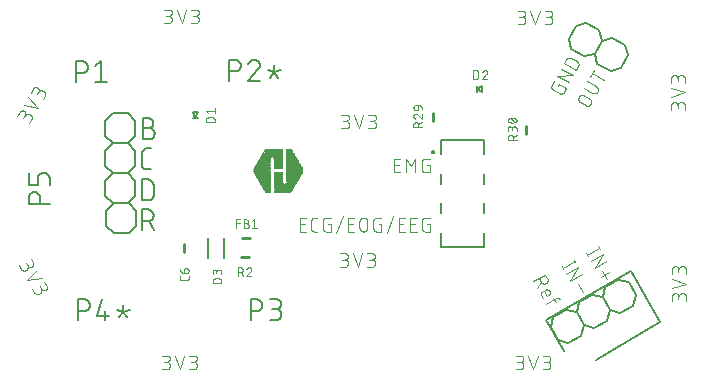
<source format=gbr>
G04 EAGLE Gerber RS-274X export*
G75*
%MOMM*%
%FSLAX34Y34*%
%LPD*%
%INSilkscreen Top*%
%IPPOS*%
%AMOC8*
5,1,8,0,0,1.08239X$1,22.5*%
G01*
%ADD10C,0.152400*%
%ADD11C,0.101600*%
%ADD12C,0.127000*%
%ADD13C,0.076200*%
%ADD14C,0.254000*%
%ADD15C,0.200000*%
%ADD16C,0.150000*%
%ADD17R,0.259075X0.015238*%
%ADD18R,1.310638X0.015238*%
%ADD19R,0.015238X0.015238*%
%ADD20R,0.304800X0.015238*%
%ADD21R,1.356356X0.015238*%
%ADD22R,0.335275X0.015238*%
%ADD23R,1.402075X0.015238*%
%ADD24R,0.365756X0.015238*%
%ADD25R,1.417319X0.015238*%
%ADD26R,0.381000X0.015238*%
%ADD27R,1.447800X0.015238*%
%ADD28R,0.396238X0.015238*%
%ADD29R,1.463037X0.015238*%
%ADD30R,0.411475X0.015238*%
%ADD31R,1.478275X0.015238*%
%ADD32R,0.426719X0.015238*%
%ADD33R,1.493519X0.015238*%
%ADD34R,0.441956X0.015238*%
%ADD35R,1.508756X0.015238*%
%ADD36R,0.457200X0.015238*%
%ADD37R,1.524000X0.015238*%
%ADD38R,0.472438X0.015238*%
%ADD39R,1.539238X0.015238*%
%ADD40R,0.487675X0.015238*%
%ADD41R,1.554475X0.015238*%
%ADD42R,0.502919X0.015238*%
%ADD43R,1.569719X0.015238*%
%ADD44R,0.518156X0.015238*%
%ADD45R,1.584956X0.015238*%
%ADD46R,0.533400X0.015238*%
%ADD47R,1.600200X0.015238*%
%ADD48R,0.548638X0.015238*%
%ADD49R,1.615438X0.015238*%
%ADD50R,0.563875X0.015238*%
%ADD51R,1.630675X0.015238*%
%ADD52R,0.579119X0.015238*%
%ADD53R,1.645919X0.015238*%
%ADD54R,0.594356X0.015238*%
%ADD55R,1.661156X0.015238*%
%ADD56R,0.609600X0.015238*%
%ADD57R,1.676400X0.015238*%
%ADD58R,0.624838X0.015238*%
%ADD59R,1.691638X0.015238*%
%ADD60R,0.640075X0.015238*%
%ADD61R,1.706875X0.015238*%
%ADD62R,0.655319X0.015238*%
%ADD63R,1.722119X0.015238*%
%ADD64R,0.670556X0.015238*%
%ADD65R,1.737356X0.015238*%
%ADD66R,0.685800X0.015238*%
%ADD67R,1.752600X0.015238*%
%ADD68R,0.701037X0.015238*%
%ADD69R,0.716275X0.015238*%
%ADD70R,0.731519X0.015238*%
%ADD71R,1.767838X0.015238*%
%ADD72R,1.783075X0.015238*%
%ADD73R,0.746756X0.015238*%
%ADD74R,1.798319X0.015238*%
%ADD75R,0.030481X0.015238*%
%ADD76R,0.762000X0.015238*%
%ADD77R,0.807719X0.015238*%
%ADD78R,0.868681X0.015238*%
%ADD79R,0.777238X0.015238*%
%ADD80R,0.853438X0.015238*%
%ADD81R,0.838200X0.015238*%
%ADD82R,0.792475X0.015238*%
%ADD83R,0.822963X0.015238*%
%ADD84R,0.822956X0.015238*%
%ADD85R,0.868675X0.015238*%
%ADD86R,0.883919X0.015238*%
%ADD87R,0.899156X0.015238*%
%ADD88R,0.914400X0.015238*%
%ADD89R,0.929638X0.015238*%
%ADD90R,0.944875X0.015238*%
%ADD91R,0.960119X0.015238*%
%ADD92R,0.975356X0.015238*%
%ADD93R,0.990600X0.015238*%
%ADD94R,1.005837X0.015238*%
%ADD95R,1.021075X0.015238*%
%ADD96R,1.036319X0.015238*%
%ADD97R,1.051556X0.015238*%
%ADD98R,1.066800X0.015238*%
%ADD99R,1.082037X0.015238*%
%ADD100R,1.097275X0.015238*%
%ADD101R,1.112519X0.015238*%
%ADD102R,1.127756X0.015238*%
%ADD103R,1.143000X0.015238*%
%ADD104R,1.158238X0.015238*%
%ADD105R,1.173475X0.015238*%
%ADD106R,1.188719X0.015238*%
%ADD107R,1.203956X0.015238*%
%ADD108R,1.219200X0.015238*%
%ADD109R,1.234438X0.015238*%
%ADD110R,1.249675X0.015238*%
%ADD111R,1.264919X0.015238*%
%ADD112R,1.280156X0.015238*%
%ADD113R,1.295400X0.015238*%
%ADD114R,1.325875X0.015238*%
%ADD115R,0.670563X0.015238*%
%ADD116R,1.341119X0.015238*%
%ADD117R,1.371600X0.015238*%
%ADD118R,1.386838X0.015238*%
%ADD119R,0.045719X0.015238*%
%ADD120R,0.060956X0.015238*%
%ADD121R,1.432556X0.015238*%
%ADD122R,0.106681X0.015238*%
%ADD123R,0.121919X0.015238*%
%ADD124R,0.152400X0.015238*%
%ADD125R,0.182875X0.015238*%
%ADD126R,0.030475X0.015238*%
%ADD127R,0.213363X0.015238*%
%ADD128R,0.076200X0.015238*%
%ADD129R,0.320038X0.015238*%
%ADD130R,0.243838X0.015238*%
%ADD131R,0.106675X0.015238*%
%ADD132R,0.274319X0.015238*%
%ADD133R,0.259081X0.015238*%
%ADD134R,0.198119X0.015238*%
%ADD135R,0.228600X0.015238*%


D10*
X-238951Y91250D02*
X-238951Y109030D01*
X-234012Y109030D01*
X-233872Y109028D01*
X-233733Y109022D01*
X-233593Y109012D01*
X-233454Y108998D01*
X-233315Y108981D01*
X-233177Y108959D01*
X-233040Y108933D01*
X-232903Y108904D01*
X-232767Y108871D01*
X-232633Y108834D01*
X-232499Y108793D01*
X-232367Y108748D01*
X-232235Y108699D01*
X-232106Y108647D01*
X-231978Y108592D01*
X-231851Y108532D01*
X-231726Y108469D01*
X-231603Y108403D01*
X-231482Y108333D01*
X-231363Y108260D01*
X-231246Y108183D01*
X-231132Y108103D01*
X-231019Y108020D01*
X-230909Y107934D01*
X-230802Y107844D01*
X-230697Y107752D01*
X-230595Y107657D01*
X-230495Y107559D01*
X-230398Y107458D01*
X-230304Y107354D01*
X-230214Y107248D01*
X-230126Y107139D01*
X-230041Y107028D01*
X-229960Y106914D01*
X-229881Y106799D01*
X-229806Y106681D01*
X-229735Y106561D01*
X-229667Y106438D01*
X-229602Y106315D01*
X-229541Y106189D01*
X-229483Y106061D01*
X-229429Y105933D01*
X-229379Y105802D01*
X-229332Y105670D01*
X-229289Y105537D01*
X-229250Y105403D01*
X-229215Y105268D01*
X-229184Y105132D01*
X-229156Y104994D01*
X-229133Y104857D01*
X-229113Y104718D01*
X-229097Y104579D01*
X-229085Y104440D01*
X-229077Y104301D01*
X-229073Y104161D01*
X-229073Y104021D01*
X-229077Y103881D01*
X-229085Y103742D01*
X-229097Y103603D01*
X-229113Y103464D01*
X-229133Y103325D01*
X-229156Y103188D01*
X-229184Y103050D01*
X-229215Y102914D01*
X-229250Y102779D01*
X-229289Y102645D01*
X-229332Y102512D01*
X-229379Y102380D01*
X-229429Y102249D01*
X-229483Y102121D01*
X-229541Y101993D01*
X-229602Y101867D01*
X-229667Y101744D01*
X-229735Y101622D01*
X-229806Y101501D01*
X-229881Y101383D01*
X-229960Y101268D01*
X-230041Y101154D01*
X-230126Y101043D01*
X-230214Y100934D01*
X-230304Y100828D01*
X-230398Y100724D01*
X-230495Y100623D01*
X-230595Y100525D01*
X-230697Y100430D01*
X-230802Y100338D01*
X-230909Y100248D01*
X-231019Y100162D01*
X-231132Y100079D01*
X-231246Y99999D01*
X-231363Y99922D01*
X-231482Y99849D01*
X-231603Y99779D01*
X-231726Y99713D01*
X-231851Y99650D01*
X-231978Y99590D01*
X-232106Y99535D01*
X-232235Y99483D01*
X-232367Y99434D01*
X-232499Y99389D01*
X-232633Y99348D01*
X-232767Y99311D01*
X-232903Y99278D01*
X-233040Y99249D01*
X-233177Y99223D01*
X-233315Y99201D01*
X-233454Y99184D01*
X-233593Y99170D01*
X-233733Y99160D01*
X-233872Y99154D01*
X-234012Y99152D01*
X-238951Y99152D01*
X-222955Y105078D02*
X-218017Y109030D01*
X-218017Y91250D01*
X-222955Y91250D02*
X-213078Y91250D01*
X-109525Y92583D02*
X-109525Y110363D01*
X-104586Y110363D01*
X-104446Y110361D01*
X-104307Y110355D01*
X-104167Y110345D01*
X-104028Y110331D01*
X-103889Y110314D01*
X-103751Y110292D01*
X-103614Y110266D01*
X-103477Y110237D01*
X-103341Y110204D01*
X-103207Y110167D01*
X-103073Y110126D01*
X-102941Y110081D01*
X-102809Y110032D01*
X-102680Y109980D01*
X-102552Y109925D01*
X-102425Y109865D01*
X-102300Y109802D01*
X-102177Y109736D01*
X-102056Y109666D01*
X-101937Y109593D01*
X-101820Y109516D01*
X-101706Y109436D01*
X-101593Y109353D01*
X-101483Y109267D01*
X-101376Y109177D01*
X-101271Y109085D01*
X-101169Y108990D01*
X-101069Y108892D01*
X-100972Y108791D01*
X-100878Y108687D01*
X-100788Y108581D01*
X-100700Y108472D01*
X-100615Y108361D01*
X-100534Y108247D01*
X-100455Y108132D01*
X-100380Y108014D01*
X-100309Y107894D01*
X-100241Y107771D01*
X-100176Y107648D01*
X-100115Y107522D01*
X-100057Y107394D01*
X-100003Y107266D01*
X-99953Y107135D01*
X-99906Y107003D01*
X-99863Y106870D01*
X-99824Y106736D01*
X-99789Y106601D01*
X-99758Y106465D01*
X-99730Y106327D01*
X-99707Y106190D01*
X-99687Y106051D01*
X-99671Y105912D01*
X-99659Y105773D01*
X-99651Y105634D01*
X-99647Y105494D01*
X-99647Y105354D01*
X-99651Y105214D01*
X-99659Y105075D01*
X-99671Y104936D01*
X-99687Y104797D01*
X-99707Y104658D01*
X-99730Y104521D01*
X-99758Y104383D01*
X-99789Y104247D01*
X-99824Y104112D01*
X-99863Y103978D01*
X-99906Y103845D01*
X-99953Y103713D01*
X-100003Y103582D01*
X-100057Y103454D01*
X-100115Y103326D01*
X-100176Y103200D01*
X-100241Y103077D01*
X-100309Y102955D01*
X-100380Y102834D01*
X-100455Y102716D01*
X-100534Y102601D01*
X-100615Y102487D01*
X-100700Y102376D01*
X-100788Y102267D01*
X-100878Y102161D01*
X-100972Y102057D01*
X-101069Y101956D01*
X-101169Y101858D01*
X-101271Y101763D01*
X-101376Y101671D01*
X-101483Y101581D01*
X-101593Y101495D01*
X-101706Y101412D01*
X-101820Y101332D01*
X-101937Y101255D01*
X-102056Y101182D01*
X-102177Y101112D01*
X-102300Y101046D01*
X-102425Y100983D01*
X-102552Y100923D01*
X-102680Y100868D01*
X-102809Y100816D01*
X-102941Y100767D01*
X-103073Y100722D01*
X-103207Y100681D01*
X-103341Y100644D01*
X-103477Y100611D01*
X-103614Y100582D01*
X-103751Y100556D01*
X-103889Y100534D01*
X-104028Y100517D01*
X-104167Y100503D01*
X-104307Y100493D01*
X-104446Y100487D01*
X-104586Y100485D01*
X-109525Y100485D01*
X-88097Y110363D02*
X-87965Y110361D01*
X-87834Y110355D01*
X-87702Y110345D01*
X-87571Y110332D01*
X-87441Y110314D01*
X-87311Y110293D01*
X-87181Y110268D01*
X-87053Y110239D01*
X-86925Y110206D01*
X-86799Y110169D01*
X-86673Y110129D01*
X-86549Y110085D01*
X-86426Y110037D01*
X-86305Y109986D01*
X-86185Y109931D01*
X-86067Y109873D01*
X-85951Y109811D01*
X-85837Y109745D01*
X-85724Y109677D01*
X-85614Y109605D01*
X-85506Y109530D01*
X-85400Y109451D01*
X-85296Y109370D01*
X-85195Y109285D01*
X-85097Y109198D01*
X-85001Y109107D01*
X-84908Y109014D01*
X-84817Y108918D01*
X-84730Y108820D01*
X-84645Y108719D01*
X-84564Y108615D01*
X-84485Y108509D01*
X-84410Y108401D01*
X-84338Y108291D01*
X-84270Y108178D01*
X-84204Y108064D01*
X-84142Y107948D01*
X-84084Y107830D01*
X-84029Y107710D01*
X-83978Y107589D01*
X-83930Y107466D01*
X-83886Y107342D01*
X-83846Y107216D01*
X-83809Y107090D01*
X-83776Y106962D01*
X-83747Y106834D01*
X-83722Y106704D01*
X-83701Y106574D01*
X-83683Y106444D01*
X-83670Y106313D01*
X-83660Y106181D01*
X-83654Y106050D01*
X-83652Y105918D01*
X-88097Y110363D02*
X-88247Y110361D01*
X-88396Y110355D01*
X-88545Y110345D01*
X-88694Y110332D01*
X-88843Y110314D01*
X-88991Y110293D01*
X-89139Y110267D01*
X-89285Y110238D01*
X-89431Y110205D01*
X-89576Y110168D01*
X-89720Y110127D01*
X-89863Y110083D01*
X-90005Y110035D01*
X-90145Y109983D01*
X-90284Y109928D01*
X-90422Y109869D01*
X-90557Y109806D01*
X-90692Y109740D01*
X-90824Y109670D01*
X-90954Y109597D01*
X-91083Y109520D01*
X-91210Y109440D01*
X-91334Y109357D01*
X-91456Y109271D01*
X-91576Y109181D01*
X-91693Y109088D01*
X-91808Y108993D01*
X-91921Y108894D01*
X-92031Y108792D01*
X-92138Y108688D01*
X-92242Y108581D01*
X-92344Y108471D01*
X-92442Y108358D01*
X-92538Y108243D01*
X-92630Y108125D01*
X-92720Y108005D01*
X-92806Y107883D01*
X-92889Y107759D01*
X-92969Y107632D01*
X-93045Y107504D01*
X-93118Y107373D01*
X-93188Y107240D01*
X-93254Y107106D01*
X-93316Y106970D01*
X-93375Y106833D01*
X-93431Y106694D01*
X-93482Y106553D01*
X-93530Y106412D01*
X-85135Y102461D02*
X-85039Y102554D01*
X-84947Y102650D01*
X-84857Y102749D01*
X-84770Y102850D01*
X-84686Y102953D01*
X-84604Y103058D01*
X-84526Y103166D01*
X-84451Y103276D01*
X-84378Y103388D01*
X-84309Y103502D01*
X-84243Y103618D01*
X-84181Y103736D01*
X-84122Y103855D01*
X-84066Y103976D01*
X-84013Y104099D01*
X-83964Y104223D01*
X-83919Y104348D01*
X-83876Y104475D01*
X-83838Y104602D01*
X-83803Y104731D01*
X-83772Y104860D01*
X-83744Y104991D01*
X-83720Y105122D01*
X-83699Y105254D01*
X-83683Y105386D01*
X-83670Y105519D01*
X-83660Y105652D01*
X-83655Y105785D01*
X-83653Y105918D01*
X-85134Y102461D02*
X-93530Y92583D01*
X-83652Y92583D01*
X-71282Y99497D02*
X-71282Y105424D01*
X-71282Y99497D02*
X-67825Y95052D01*
X-71282Y99497D02*
X-74740Y95052D01*
X-71282Y99497D02*
X-65850Y101473D01*
X-71282Y99497D02*
X-76715Y101473D01*
X-261652Y-11554D02*
X-279432Y-11554D01*
X-279432Y-6615D01*
X-279430Y-6475D01*
X-279424Y-6336D01*
X-279414Y-6196D01*
X-279400Y-6057D01*
X-279383Y-5918D01*
X-279361Y-5780D01*
X-279335Y-5643D01*
X-279306Y-5506D01*
X-279273Y-5370D01*
X-279236Y-5236D01*
X-279195Y-5102D01*
X-279150Y-4970D01*
X-279101Y-4838D01*
X-279049Y-4709D01*
X-278994Y-4581D01*
X-278934Y-4454D01*
X-278871Y-4329D01*
X-278805Y-4206D01*
X-278735Y-4085D01*
X-278662Y-3966D01*
X-278585Y-3849D01*
X-278505Y-3735D01*
X-278422Y-3622D01*
X-278336Y-3512D01*
X-278246Y-3405D01*
X-278154Y-3300D01*
X-278059Y-3198D01*
X-277961Y-3098D01*
X-277860Y-3001D01*
X-277756Y-2907D01*
X-277650Y-2817D01*
X-277541Y-2729D01*
X-277430Y-2644D01*
X-277316Y-2563D01*
X-277201Y-2484D01*
X-277083Y-2409D01*
X-276963Y-2338D01*
X-276840Y-2270D01*
X-276717Y-2205D01*
X-276591Y-2144D01*
X-276463Y-2086D01*
X-276335Y-2032D01*
X-276204Y-1982D01*
X-276072Y-1935D01*
X-275939Y-1892D01*
X-275805Y-1853D01*
X-275670Y-1818D01*
X-275534Y-1787D01*
X-275396Y-1759D01*
X-275259Y-1736D01*
X-275120Y-1716D01*
X-274981Y-1700D01*
X-274842Y-1688D01*
X-274703Y-1680D01*
X-274563Y-1676D01*
X-274423Y-1676D01*
X-274283Y-1680D01*
X-274144Y-1688D01*
X-274005Y-1700D01*
X-273866Y-1716D01*
X-273727Y-1736D01*
X-273590Y-1759D01*
X-273452Y-1787D01*
X-273316Y-1818D01*
X-273181Y-1853D01*
X-273047Y-1892D01*
X-272914Y-1935D01*
X-272782Y-1982D01*
X-272651Y-2032D01*
X-272523Y-2086D01*
X-272395Y-2144D01*
X-272269Y-2205D01*
X-272146Y-2270D01*
X-272024Y-2338D01*
X-271903Y-2409D01*
X-271785Y-2484D01*
X-271670Y-2563D01*
X-271556Y-2644D01*
X-271445Y-2729D01*
X-271336Y-2817D01*
X-271230Y-2907D01*
X-271126Y-3001D01*
X-271025Y-3098D01*
X-270927Y-3198D01*
X-270832Y-3300D01*
X-270740Y-3405D01*
X-270650Y-3512D01*
X-270564Y-3622D01*
X-270481Y-3735D01*
X-270401Y-3849D01*
X-270324Y-3966D01*
X-270251Y-4085D01*
X-270181Y-4206D01*
X-270115Y-4329D01*
X-270052Y-4454D01*
X-269992Y-4581D01*
X-269937Y-4709D01*
X-269885Y-4838D01*
X-269836Y-4970D01*
X-269791Y-5102D01*
X-269750Y-5236D01*
X-269713Y-5370D01*
X-269680Y-5506D01*
X-269651Y-5643D01*
X-269625Y-5780D01*
X-269603Y-5918D01*
X-269586Y-6057D01*
X-269572Y-6196D01*
X-269562Y-6336D01*
X-269556Y-6475D01*
X-269554Y-6615D01*
X-269554Y-11554D01*
X-261652Y4442D02*
X-261652Y10368D01*
X-261654Y10492D01*
X-261660Y10616D01*
X-261670Y10740D01*
X-261683Y10863D01*
X-261701Y10986D01*
X-261722Y11108D01*
X-261747Y11230D01*
X-261776Y11351D01*
X-261809Y11470D01*
X-261845Y11589D01*
X-261886Y11706D01*
X-261929Y11822D01*
X-261977Y11937D01*
X-262028Y12050D01*
X-262083Y12162D01*
X-262141Y12271D01*
X-262202Y12379D01*
X-262267Y12485D01*
X-262335Y12589D01*
X-262407Y12690D01*
X-262481Y12790D01*
X-262559Y12886D01*
X-262639Y12981D01*
X-262723Y13073D01*
X-262809Y13162D01*
X-262898Y13248D01*
X-262990Y13332D01*
X-263085Y13412D01*
X-263181Y13490D01*
X-263281Y13564D01*
X-263382Y13636D01*
X-263486Y13704D01*
X-263592Y13769D01*
X-263700Y13830D01*
X-263809Y13888D01*
X-263921Y13943D01*
X-264034Y13994D01*
X-264149Y14042D01*
X-264265Y14085D01*
X-264382Y14126D01*
X-264501Y14162D01*
X-264620Y14195D01*
X-264741Y14224D01*
X-264863Y14249D01*
X-264985Y14270D01*
X-265108Y14288D01*
X-265231Y14301D01*
X-265355Y14311D01*
X-265479Y14317D01*
X-265603Y14319D01*
X-267578Y14319D01*
X-267702Y14317D01*
X-267826Y14311D01*
X-267950Y14301D01*
X-268073Y14288D01*
X-268196Y14270D01*
X-268318Y14249D01*
X-268440Y14224D01*
X-268561Y14195D01*
X-268680Y14162D01*
X-268799Y14126D01*
X-268916Y14085D01*
X-269032Y14042D01*
X-269147Y13994D01*
X-269260Y13943D01*
X-269372Y13888D01*
X-269481Y13830D01*
X-269589Y13769D01*
X-269695Y13704D01*
X-269799Y13636D01*
X-269900Y13564D01*
X-270000Y13490D01*
X-270096Y13412D01*
X-270191Y13332D01*
X-270283Y13248D01*
X-270372Y13162D01*
X-270458Y13073D01*
X-270542Y12981D01*
X-270622Y12886D01*
X-270700Y12790D01*
X-270774Y12690D01*
X-270846Y12589D01*
X-270914Y12485D01*
X-270979Y12379D01*
X-271040Y12271D01*
X-271098Y12162D01*
X-271153Y12050D01*
X-271204Y11937D01*
X-271252Y11822D01*
X-271295Y11706D01*
X-271336Y11589D01*
X-271372Y11470D01*
X-271405Y11351D01*
X-271434Y11230D01*
X-271459Y11108D01*
X-271480Y10986D01*
X-271498Y10863D01*
X-271511Y10740D01*
X-271521Y10616D01*
X-271527Y10492D01*
X-271529Y10368D01*
X-271530Y10368D02*
X-271530Y4442D01*
X-279432Y4442D01*
X-279432Y14319D01*
X-237363Y-92583D02*
X-237363Y-110363D01*
X-237363Y-92583D02*
X-232424Y-92583D01*
X-232284Y-92585D01*
X-232145Y-92591D01*
X-232005Y-92601D01*
X-231866Y-92615D01*
X-231727Y-92632D01*
X-231589Y-92654D01*
X-231452Y-92680D01*
X-231315Y-92709D01*
X-231179Y-92742D01*
X-231045Y-92779D01*
X-230911Y-92820D01*
X-230779Y-92865D01*
X-230647Y-92914D01*
X-230518Y-92966D01*
X-230390Y-93021D01*
X-230263Y-93081D01*
X-230138Y-93144D01*
X-230015Y-93210D01*
X-229894Y-93280D01*
X-229775Y-93353D01*
X-229658Y-93430D01*
X-229544Y-93510D01*
X-229431Y-93593D01*
X-229321Y-93679D01*
X-229214Y-93769D01*
X-229109Y-93861D01*
X-229007Y-93956D01*
X-228907Y-94054D01*
X-228810Y-94155D01*
X-228716Y-94259D01*
X-228626Y-94365D01*
X-228538Y-94474D01*
X-228453Y-94585D01*
X-228372Y-94699D01*
X-228293Y-94814D01*
X-228218Y-94932D01*
X-228147Y-95052D01*
X-228079Y-95175D01*
X-228014Y-95298D01*
X-227953Y-95424D01*
X-227895Y-95552D01*
X-227841Y-95680D01*
X-227791Y-95811D01*
X-227744Y-95943D01*
X-227701Y-96076D01*
X-227662Y-96210D01*
X-227627Y-96345D01*
X-227596Y-96481D01*
X-227568Y-96619D01*
X-227545Y-96756D01*
X-227525Y-96895D01*
X-227509Y-97034D01*
X-227497Y-97173D01*
X-227489Y-97312D01*
X-227485Y-97452D01*
X-227485Y-97592D01*
X-227489Y-97732D01*
X-227497Y-97871D01*
X-227509Y-98010D01*
X-227525Y-98149D01*
X-227545Y-98288D01*
X-227568Y-98425D01*
X-227596Y-98563D01*
X-227627Y-98699D01*
X-227662Y-98834D01*
X-227701Y-98968D01*
X-227744Y-99101D01*
X-227791Y-99233D01*
X-227841Y-99364D01*
X-227895Y-99492D01*
X-227953Y-99620D01*
X-228014Y-99746D01*
X-228079Y-99869D01*
X-228147Y-99991D01*
X-228218Y-100112D01*
X-228293Y-100230D01*
X-228372Y-100345D01*
X-228453Y-100459D01*
X-228538Y-100570D01*
X-228626Y-100679D01*
X-228716Y-100785D01*
X-228810Y-100889D01*
X-228907Y-100990D01*
X-229007Y-101088D01*
X-229109Y-101183D01*
X-229214Y-101275D01*
X-229321Y-101365D01*
X-229431Y-101451D01*
X-229544Y-101534D01*
X-229658Y-101614D01*
X-229775Y-101691D01*
X-229894Y-101764D01*
X-230015Y-101834D01*
X-230138Y-101900D01*
X-230263Y-101963D01*
X-230390Y-102023D01*
X-230518Y-102078D01*
X-230647Y-102130D01*
X-230779Y-102179D01*
X-230911Y-102224D01*
X-231045Y-102265D01*
X-231179Y-102302D01*
X-231315Y-102335D01*
X-231452Y-102364D01*
X-231589Y-102390D01*
X-231727Y-102412D01*
X-231866Y-102429D01*
X-232005Y-102443D01*
X-232145Y-102453D01*
X-232284Y-102459D01*
X-232424Y-102461D01*
X-237363Y-102461D01*
X-221368Y-106412D02*
X-217417Y-92583D01*
X-221368Y-106412D02*
X-211490Y-106412D01*
X-214454Y-102461D02*
X-214454Y-110363D01*
X-199120Y-103449D02*
X-199120Y-97522D01*
X-199120Y-103449D02*
X-195663Y-107894D01*
X-199120Y-103449D02*
X-202578Y-107894D01*
X-199120Y-103449D02*
X-193688Y-101473D01*
X-199120Y-103449D02*
X-204553Y-101473D01*
X-91313Y-110363D02*
X-91313Y-92583D01*
X-86374Y-92583D01*
X-86234Y-92585D01*
X-86095Y-92591D01*
X-85955Y-92601D01*
X-85816Y-92615D01*
X-85677Y-92632D01*
X-85539Y-92654D01*
X-85402Y-92680D01*
X-85265Y-92709D01*
X-85129Y-92742D01*
X-84995Y-92779D01*
X-84861Y-92820D01*
X-84729Y-92865D01*
X-84597Y-92914D01*
X-84468Y-92966D01*
X-84340Y-93021D01*
X-84213Y-93081D01*
X-84088Y-93144D01*
X-83965Y-93210D01*
X-83844Y-93280D01*
X-83725Y-93353D01*
X-83608Y-93430D01*
X-83494Y-93510D01*
X-83381Y-93593D01*
X-83271Y-93679D01*
X-83164Y-93769D01*
X-83059Y-93861D01*
X-82957Y-93956D01*
X-82857Y-94054D01*
X-82760Y-94155D01*
X-82666Y-94259D01*
X-82576Y-94365D01*
X-82488Y-94474D01*
X-82403Y-94585D01*
X-82322Y-94699D01*
X-82243Y-94814D01*
X-82168Y-94932D01*
X-82097Y-95052D01*
X-82029Y-95175D01*
X-81964Y-95298D01*
X-81903Y-95424D01*
X-81845Y-95552D01*
X-81791Y-95680D01*
X-81741Y-95811D01*
X-81694Y-95943D01*
X-81651Y-96076D01*
X-81612Y-96210D01*
X-81577Y-96345D01*
X-81546Y-96481D01*
X-81518Y-96619D01*
X-81495Y-96756D01*
X-81475Y-96895D01*
X-81459Y-97034D01*
X-81447Y-97173D01*
X-81439Y-97312D01*
X-81435Y-97452D01*
X-81435Y-97592D01*
X-81439Y-97732D01*
X-81447Y-97871D01*
X-81459Y-98010D01*
X-81475Y-98149D01*
X-81495Y-98288D01*
X-81518Y-98425D01*
X-81546Y-98563D01*
X-81577Y-98699D01*
X-81612Y-98834D01*
X-81651Y-98968D01*
X-81694Y-99101D01*
X-81741Y-99233D01*
X-81791Y-99364D01*
X-81845Y-99492D01*
X-81903Y-99620D01*
X-81964Y-99746D01*
X-82029Y-99869D01*
X-82097Y-99991D01*
X-82168Y-100112D01*
X-82243Y-100230D01*
X-82322Y-100345D01*
X-82403Y-100459D01*
X-82488Y-100570D01*
X-82576Y-100679D01*
X-82666Y-100785D01*
X-82760Y-100889D01*
X-82857Y-100990D01*
X-82957Y-101088D01*
X-83059Y-101183D01*
X-83164Y-101275D01*
X-83271Y-101365D01*
X-83381Y-101451D01*
X-83494Y-101534D01*
X-83608Y-101614D01*
X-83725Y-101691D01*
X-83844Y-101764D01*
X-83965Y-101834D01*
X-84088Y-101900D01*
X-84213Y-101963D01*
X-84340Y-102023D01*
X-84468Y-102078D01*
X-84597Y-102130D01*
X-84729Y-102179D01*
X-84861Y-102224D01*
X-84995Y-102265D01*
X-85129Y-102302D01*
X-85265Y-102335D01*
X-85402Y-102364D01*
X-85539Y-102390D01*
X-85677Y-102412D01*
X-85816Y-102429D01*
X-85955Y-102443D01*
X-86095Y-102453D01*
X-86234Y-102459D01*
X-86374Y-102461D01*
X-91313Y-102461D01*
X-75318Y-110363D02*
X-70379Y-110363D01*
X-70239Y-110361D01*
X-70100Y-110355D01*
X-69960Y-110345D01*
X-69821Y-110331D01*
X-69682Y-110314D01*
X-69544Y-110292D01*
X-69407Y-110266D01*
X-69270Y-110237D01*
X-69134Y-110204D01*
X-69000Y-110167D01*
X-68866Y-110126D01*
X-68734Y-110081D01*
X-68602Y-110032D01*
X-68473Y-109980D01*
X-68345Y-109925D01*
X-68218Y-109865D01*
X-68093Y-109802D01*
X-67970Y-109736D01*
X-67849Y-109666D01*
X-67730Y-109593D01*
X-67613Y-109516D01*
X-67499Y-109436D01*
X-67386Y-109353D01*
X-67276Y-109267D01*
X-67169Y-109177D01*
X-67064Y-109085D01*
X-66962Y-108990D01*
X-66862Y-108892D01*
X-66765Y-108791D01*
X-66671Y-108687D01*
X-66581Y-108581D01*
X-66493Y-108472D01*
X-66408Y-108361D01*
X-66327Y-108247D01*
X-66248Y-108132D01*
X-66173Y-108014D01*
X-66102Y-107893D01*
X-66034Y-107771D01*
X-65969Y-107648D01*
X-65908Y-107522D01*
X-65850Y-107394D01*
X-65796Y-107266D01*
X-65746Y-107135D01*
X-65699Y-107003D01*
X-65656Y-106870D01*
X-65617Y-106736D01*
X-65582Y-106601D01*
X-65551Y-106465D01*
X-65523Y-106327D01*
X-65500Y-106190D01*
X-65480Y-106051D01*
X-65464Y-105912D01*
X-65452Y-105773D01*
X-65444Y-105634D01*
X-65440Y-105494D01*
X-65440Y-105354D01*
X-65444Y-105214D01*
X-65452Y-105075D01*
X-65464Y-104936D01*
X-65480Y-104797D01*
X-65500Y-104658D01*
X-65523Y-104521D01*
X-65551Y-104383D01*
X-65582Y-104247D01*
X-65617Y-104112D01*
X-65656Y-103978D01*
X-65699Y-103845D01*
X-65746Y-103713D01*
X-65796Y-103582D01*
X-65850Y-103454D01*
X-65908Y-103326D01*
X-65969Y-103200D01*
X-66034Y-103077D01*
X-66102Y-102954D01*
X-66173Y-102834D01*
X-66248Y-102716D01*
X-66327Y-102601D01*
X-66408Y-102487D01*
X-66493Y-102376D01*
X-66581Y-102267D01*
X-66671Y-102161D01*
X-66765Y-102057D01*
X-66862Y-101956D01*
X-66962Y-101858D01*
X-67064Y-101763D01*
X-67169Y-101671D01*
X-67276Y-101581D01*
X-67386Y-101495D01*
X-67499Y-101412D01*
X-67613Y-101332D01*
X-67730Y-101255D01*
X-67849Y-101182D01*
X-67970Y-101112D01*
X-68093Y-101046D01*
X-68218Y-100983D01*
X-68345Y-100923D01*
X-68473Y-100868D01*
X-68602Y-100816D01*
X-68734Y-100767D01*
X-68866Y-100722D01*
X-69000Y-100681D01*
X-69134Y-100644D01*
X-69270Y-100611D01*
X-69407Y-100582D01*
X-69544Y-100556D01*
X-69682Y-100534D01*
X-69821Y-100517D01*
X-69960Y-100503D01*
X-70100Y-100493D01*
X-70239Y-100487D01*
X-70379Y-100485D01*
X-69391Y-92583D02*
X-75318Y-92583D01*
X-69391Y-92583D02*
X-69267Y-92585D01*
X-69143Y-92591D01*
X-69019Y-92601D01*
X-68896Y-92614D01*
X-68773Y-92632D01*
X-68651Y-92653D01*
X-68529Y-92678D01*
X-68408Y-92707D01*
X-68289Y-92740D01*
X-68170Y-92776D01*
X-68053Y-92817D01*
X-67937Y-92860D01*
X-67822Y-92908D01*
X-67709Y-92959D01*
X-67597Y-93014D01*
X-67488Y-93072D01*
X-67380Y-93133D01*
X-67274Y-93198D01*
X-67170Y-93266D01*
X-67069Y-93338D01*
X-66969Y-93412D01*
X-66873Y-93490D01*
X-66778Y-93570D01*
X-66686Y-93654D01*
X-66597Y-93740D01*
X-66511Y-93829D01*
X-66427Y-93921D01*
X-66347Y-94016D01*
X-66269Y-94112D01*
X-66195Y-94212D01*
X-66123Y-94313D01*
X-66055Y-94417D01*
X-65990Y-94523D01*
X-65929Y-94631D01*
X-65871Y-94740D01*
X-65816Y-94852D01*
X-65765Y-94965D01*
X-65717Y-95080D01*
X-65674Y-95196D01*
X-65633Y-95313D01*
X-65597Y-95432D01*
X-65564Y-95551D01*
X-65535Y-95672D01*
X-65510Y-95794D01*
X-65489Y-95916D01*
X-65471Y-96039D01*
X-65458Y-96162D01*
X-65448Y-96286D01*
X-65442Y-96410D01*
X-65440Y-96534D01*
X-65442Y-96658D01*
X-65448Y-96782D01*
X-65458Y-96906D01*
X-65471Y-97029D01*
X-65489Y-97152D01*
X-65510Y-97274D01*
X-65535Y-97396D01*
X-65564Y-97517D01*
X-65597Y-97636D01*
X-65633Y-97755D01*
X-65674Y-97872D01*
X-65717Y-97988D01*
X-65765Y-98103D01*
X-65816Y-98216D01*
X-65871Y-98328D01*
X-65929Y-98437D01*
X-65990Y-98545D01*
X-66055Y-98651D01*
X-66123Y-98755D01*
X-66195Y-98856D01*
X-66269Y-98956D01*
X-66347Y-99052D01*
X-66427Y-99147D01*
X-66511Y-99239D01*
X-66597Y-99328D01*
X-66686Y-99414D01*
X-66778Y-99498D01*
X-66873Y-99578D01*
X-66969Y-99656D01*
X-67069Y-99730D01*
X-67170Y-99802D01*
X-67274Y-99870D01*
X-67380Y-99935D01*
X-67488Y-99996D01*
X-67597Y-100054D01*
X-67709Y-100109D01*
X-67822Y-100160D01*
X-67937Y-100208D01*
X-68053Y-100251D01*
X-68170Y-100292D01*
X-68289Y-100328D01*
X-68408Y-100361D01*
X-68529Y-100390D01*
X-68651Y-100415D01*
X-68773Y-100436D01*
X-68896Y-100454D01*
X-69019Y-100467D01*
X-69143Y-100477D01*
X-69267Y-100483D01*
X-69391Y-100485D01*
X-73342Y-100485D01*
X-183388Y-34163D02*
X-183388Y-16383D01*
X-178449Y-16383D01*
X-178309Y-16385D01*
X-178170Y-16391D01*
X-178030Y-16401D01*
X-177891Y-16415D01*
X-177752Y-16432D01*
X-177614Y-16454D01*
X-177477Y-16480D01*
X-177340Y-16509D01*
X-177204Y-16542D01*
X-177070Y-16579D01*
X-176936Y-16620D01*
X-176804Y-16665D01*
X-176672Y-16714D01*
X-176543Y-16766D01*
X-176415Y-16821D01*
X-176288Y-16881D01*
X-176163Y-16944D01*
X-176040Y-17010D01*
X-175919Y-17080D01*
X-175800Y-17153D01*
X-175683Y-17230D01*
X-175569Y-17310D01*
X-175456Y-17393D01*
X-175346Y-17479D01*
X-175239Y-17569D01*
X-175134Y-17661D01*
X-175032Y-17756D01*
X-174932Y-17854D01*
X-174835Y-17955D01*
X-174741Y-18059D01*
X-174651Y-18165D01*
X-174563Y-18274D01*
X-174478Y-18385D01*
X-174397Y-18499D01*
X-174318Y-18614D01*
X-174243Y-18732D01*
X-174172Y-18852D01*
X-174104Y-18975D01*
X-174039Y-19098D01*
X-173978Y-19224D01*
X-173920Y-19352D01*
X-173866Y-19480D01*
X-173816Y-19611D01*
X-173769Y-19743D01*
X-173726Y-19876D01*
X-173687Y-20010D01*
X-173652Y-20145D01*
X-173621Y-20281D01*
X-173593Y-20419D01*
X-173570Y-20556D01*
X-173550Y-20695D01*
X-173534Y-20834D01*
X-173522Y-20973D01*
X-173514Y-21112D01*
X-173510Y-21252D01*
X-173510Y-21392D01*
X-173514Y-21532D01*
X-173522Y-21671D01*
X-173534Y-21810D01*
X-173550Y-21949D01*
X-173570Y-22088D01*
X-173593Y-22225D01*
X-173621Y-22363D01*
X-173652Y-22499D01*
X-173687Y-22634D01*
X-173726Y-22768D01*
X-173769Y-22901D01*
X-173816Y-23033D01*
X-173866Y-23164D01*
X-173920Y-23292D01*
X-173978Y-23420D01*
X-174039Y-23546D01*
X-174104Y-23669D01*
X-174172Y-23791D01*
X-174243Y-23912D01*
X-174318Y-24030D01*
X-174397Y-24145D01*
X-174478Y-24259D01*
X-174563Y-24370D01*
X-174651Y-24479D01*
X-174741Y-24585D01*
X-174835Y-24689D01*
X-174932Y-24790D01*
X-175032Y-24888D01*
X-175134Y-24983D01*
X-175239Y-25075D01*
X-175346Y-25165D01*
X-175456Y-25251D01*
X-175569Y-25334D01*
X-175683Y-25414D01*
X-175800Y-25491D01*
X-175919Y-25564D01*
X-176040Y-25634D01*
X-176163Y-25700D01*
X-176288Y-25763D01*
X-176415Y-25823D01*
X-176543Y-25878D01*
X-176672Y-25930D01*
X-176804Y-25979D01*
X-176936Y-26024D01*
X-177070Y-26065D01*
X-177204Y-26102D01*
X-177340Y-26135D01*
X-177477Y-26164D01*
X-177614Y-26190D01*
X-177752Y-26212D01*
X-177891Y-26229D01*
X-178030Y-26243D01*
X-178170Y-26253D01*
X-178309Y-26259D01*
X-178449Y-26261D01*
X-183388Y-26261D01*
X-177461Y-26261D02*
X-173510Y-34163D01*
X-175486Y17431D02*
X-179437Y17431D01*
X-179561Y17433D01*
X-179685Y17439D01*
X-179809Y17449D01*
X-179932Y17462D01*
X-180055Y17480D01*
X-180177Y17501D01*
X-180299Y17526D01*
X-180420Y17555D01*
X-180539Y17588D01*
X-180658Y17624D01*
X-180775Y17665D01*
X-180891Y17708D01*
X-181006Y17756D01*
X-181119Y17807D01*
X-181231Y17862D01*
X-181340Y17920D01*
X-181448Y17981D01*
X-181554Y18046D01*
X-181658Y18114D01*
X-181759Y18186D01*
X-181859Y18260D01*
X-181955Y18338D01*
X-182050Y18418D01*
X-182142Y18502D01*
X-182231Y18588D01*
X-182317Y18677D01*
X-182401Y18769D01*
X-182481Y18864D01*
X-182559Y18960D01*
X-182633Y19060D01*
X-182705Y19161D01*
X-182773Y19265D01*
X-182838Y19371D01*
X-182899Y19479D01*
X-182957Y19588D01*
X-183012Y19700D01*
X-183063Y19813D01*
X-183111Y19928D01*
X-183154Y20044D01*
X-183195Y20161D01*
X-183231Y20280D01*
X-183264Y20399D01*
X-183293Y20520D01*
X-183318Y20642D01*
X-183339Y20764D01*
X-183357Y20887D01*
X-183370Y21010D01*
X-183380Y21134D01*
X-183386Y21258D01*
X-183388Y21382D01*
X-183388Y31260D01*
X-183386Y31384D01*
X-183380Y31508D01*
X-183370Y31632D01*
X-183357Y31755D01*
X-183339Y31878D01*
X-183318Y32000D01*
X-183293Y32122D01*
X-183264Y32243D01*
X-183231Y32362D01*
X-183195Y32481D01*
X-183154Y32598D01*
X-183111Y32714D01*
X-183063Y32829D01*
X-183012Y32942D01*
X-182957Y33054D01*
X-182899Y33163D01*
X-182838Y33271D01*
X-182773Y33377D01*
X-182705Y33481D01*
X-182633Y33582D01*
X-182559Y33682D01*
X-182481Y33778D01*
X-182401Y33873D01*
X-182317Y33965D01*
X-182231Y34054D01*
X-182142Y34140D01*
X-182050Y34224D01*
X-181955Y34304D01*
X-181859Y34382D01*
X-181759Y34456D01*
X-181658Y34528D01*
X-181554Y34596D01*
X-181448Y34661D01*
X-181340Y34722D01*
X-181231Y34780D01*
X-181119Y34835D01*
X-181006Y34886D01*
X-180892Y34934D01*
X-180775Y34977D01*
X-180658Y35018D01*
X-180539Y35054D01*
X-180420Y35087D01*
X-180299Y35116D01*
X-180177Y35141D01*
X-180055Y35162D01*
X-179932Y35180D01*
X-179809Y35193D01*
X-179685Y35203D01*
X-179561Y35209D01*
X-179437Y35211D01*
X-175486Y35211D01*
X-177655Y52709D02*
X-182594Y52709D01*
X-177655Y52709D02*
X-177515Y52707D01*
X-177376Y52701D01*
X-177236Y52691D01*
X-177097Y52677D01*
X-176958Y52660D01*
X-176820Y52638D01*
X-176683Y52612D01*
X-176546Y52583D01*
X-176410Y52550D01*
X-176276Y52513D01*
X-176142Y52472D01*
X-176010Y52427D01*
X-175878Y52378D01*
X-175749Y52326D01*
X-175621Y52271D01*
X-175494Y52211D01*
X-175369Y52148D01*
X-175246Y52082D01*
X-175125Y52012D01*
X-175006Y51939D01*
X-174889Y51862D01*
X-174775Y51782D01*
X-174662Y51699D01*
X-174552Y51613D01*
X-174445Y51523D01*
X-174340Y51431D01*
X-174238Y51336D01*
X-174138Y51238D01*
X-174041Y51137D01*
X-173947Y51033D01*
X-173857Y50927D01*
X-173769Y50818D01*
X-173684Y50707D01*
X-173603Y50593D01*
X-173524Y50478D01*
X-173449Y50360D01*
X-173378Y50240D01*
X-173310Y50117D01*
X-173245Y49994D01*
X-173184Y49868D01*
X-173126Y49740D01*
X-173072Y49612D01*
X-173022Y49481D01*
X-172975Y49349D01*
X-172932Y49216D01*
X-172893Y49082D01*
X-172858Y48947D01*
X-172827Y48811D01*
X-172799Y48673D01*
X-172776Y48536D01*
X-172756Y48397D01*
X-172740Y48258D01*
X-172728Y48119D01*
X-172720Y47980D01*
X-172716Y47840D01*
X-172716Y47700D01*
X-172720Y47560D01*
X-172728Y47421D01*
X-172740Y47282D01*
X-172756Y47143D01*
X-172776Y47004D01*
X-172799Y46867D01*
X-172827Y46729D01*
X-172858Y46593D01*
X-172893Y46458D01*
X-172932Y46324D01*
X-172975Y46191D01*
X-173022Y46059D01*
X-173072Y45928D01*
X-173126Y45800D01*
X-173184Y45672D01*
X-173245Y45546D01*
X-173310Y45423D01*
X-173378Y45301D01*
X-173449Y45180D01*
X-173524Y45062D01*
X-173603Y44947D01*
X-173684Y44833D01*
X-173769Y44722D01*
X-173857Y44613D01*
X-173947Y44507D01*
X-174041Y44403D01*
X-174138Y44302D01*
X-174238Y44204D01*
X-174340Y44109D01*
X-174445Y44017D01*
X-174552Y43927D01*
X-174662Y43841D01*
X-174775Y43758D01*
X-174889Y43678D01*
X-175006Y43601D01*
X-175125Y43528D01*
X-175246Y43458D01*
X-175369Y43392D01*
X-175494Y43329D01*
X-175621Y43269D01*
X-175749Y43214D01*
X-175878Y43162D01*
X-176010Y43113D01*
X-176142Y43068D01*
X-176276Y43027D01*
X-176410Y42990D01*
X-176546Y42957D01*
X-176683Y42928D01*
X-176820Y42902D01*
X-176958Y42880D01*
X-177097Y42863D01*
X-177236Y42849D01*
X-177376Y42839D01*
X-177515Y42833D01*
X-177655Y42831D01*
X-182594Y42831D01*
X-182594Y60611D01*
X-177655Y60611D01*
X-177531Y60609D01*
X-177407Y60603D01*
X-177283Y60593D01*
X-177160Y60580D01*
X-177037Y60562D01*
X-176915Y60541D01*
X-176793Y60516D01*
X-176672Y60487D01*
X-176553Y60454D01*
X-176434Y60418D01*
X-176317Y60377D01*
X-176201Y60334D01*
X-176086Y60286D01*
X-175973Y60235D01*
X-175861Y60180D01*
X-175752Y60122D01*
X-175644Y60061D01*
X-175538Y59996D01*
X-175434Y59928D01*
X-175333Y59856D01*
X-175233Y59782D01*
X-175137Y59704D01*
X-175042Y59624D01*
X-174950Y59540D01*
X-174861Y59454D01*
X-174775Y59365D01*
X-174691Y59273D01*
X-174611Y59178D01*
X-174533Y59082D01*
X-174459Y58982D01*
X-174387Y58881D01*
X-174319Y58777D01*
X-174254Y58671D01*
X-174193Y58563D01*
X-174135Y58454D01*
X-174080Y58342D01*
X-174029Y58229D01*
X-173981Y58114D01*
X-173938Y57998D01*
X-173897Y57881D01*
X-173861Y57762D01*
X-173828Y57643D01*
X-173799Y57522D01*
X-173774Y57400D01*
X-173753Y57278D01*
X-173735Y57155D01*
X-173722Y57032D01*
X-173712Y56908D01*
X-173706Y56784D01*
X-173704Y56660D01*
X-173706Y56536D01*
X-173712Y56412D01*
X-173722Y56288D01*
X-173735Y56165D01*
X-173753Y56042D01*
X-173774Y55920D01*
X-173799Y55798D01*
X-173828Y55677D01*
X-173861Y55558D01*
X-173897Y55439D01*
X-173938Y55322D01*
X-173981Y55206D01*
X-174029Y55091D01*
X-174080Y54978D01*
X-174135Y54866D01*
X-174193Y54757D01*
X-174254Y54649D01*
X-174319Y54543D01*
X-174387Y54439D01*
X-174459Y54338D01*
X-174533Y54238D01*
X-174611Y54142D01*
X-174691Y54047D01*
X-174775Y53955D01*
X-174861Y53866D01*
X-174950Y53780D01*
X-175042Y53696D01*
X-175137Y53616D01*
X-175233Y53538D01*
X-175333Y53464D01*
X-175434Y53392D01*
X-175538Y53324D01*
X-175644Y53259D01*
X-175752Y53198D01*
X-175861Y53140D01*
X-175973Y53085D01*
X-176086Y53034D01*
X-176201Y52986D01*
X-176317Y52943D01*
X-176434Y52902D01*
X-176553Y52866D01*
X-176672Y52833D01*
X-176793Y52804D01*
X-176915Y52779D01*
X-177037Y52758D01*
X-177160Y52740D01*
X-177283Y52727D01*
X-177407Y52717D01*
X-177531Y52711D01*
X-177655Y52709D01*
X-183388Y9017D02*
X-183388Y-8763D01*
X-183388Y9017D02*
X-178449Y9017D01*
X-178310Y9015D01*
X-178172Y9009D01*
X-178034Y9000D01*
X-177896Y8986D01*
X-177759Y8969D01*
X-177622Y8947D01*
X-177485Y8922D01*
X-177350Y8893D01*
X-177215Y8860D01*
X-177082Y8824D01*
X-176949Y8784D01*
X-176818Y8740D01*
X-176688Y8692D01*
X-176559Y8641D01*
X-176432Y8586D01*
X-176306Y8528D01*
X-176182Y8466D01*
X-176060Y8401D01*
X-175940Y8332D01*
X-175821Y8260D01*
X-175705Y8185D01*
X-175591Y8106D01*
X-175479Y8024D01*
X-175370Y7939D01*
X-175262Y7852D01*
X-175158Y7761D01*
X-175056Y7667D01*
X-174957Y7570D01*
X-174860Y7471D01*
X-174766Y7369D01*
X-174675Y7265D01*
X-174588Y7157D01*
X-174503Y7048D01*
X-174421Y6936D01*
X-174342Y6822D01*
X-174267Y6706D01*
X-174195Y6587D01*
X-174126Y6467D01*
X-174061Y6345D01*
X-173999Y6221D01*
X-173941Y6095D01*
X-173886Y5968D01*
X-173835Y5839D01*
X-173787Y5709D01*
X-173743Y5578D01*
X-173703Y5445D01*
X-173667Y5312D01*
X-173634Y5177D01*
X-173605Y5042D01*
X-173580Y4905D01*
X-173558Y4768D01*
X-173541Y4631D01*
X-173527Y4493D01*
X-173518Y4355D01*
X-173512Y4217D01*
X-173510Y4078D01*
X-173510Y-3824D01*
X-173512Y-3963D01*
X-173518Y-4101D01*
X-173527Y-4239D01*
X-173541Y-4377D01*
X-173558Y-4514D01*
X-173580Y-4651D01*
X-173605Y-4788D01*
X-173634Y-4923D01*
X-173667Y-5058D01*
X-173703Y-5191D01*
X-173743Y-5324D01*
X-173787Y-5455D01*
X-173835Y-5585D01*
X-173886Y-5714D01*
X-173941Y-5841D01*
X-173999Y-5967D01*
X-174061Y-6091D01*
X-174126Y-6213D01*
X-174195Y-6333D01*
X-174267Y-6452D01*
X-174342Y-6568D01*
X-174421Y-6682D01*
X-174503Y-6794D01*
X-174588Y-6903D01*
X-174675Y-7011D01*
X-174766Y-7115D01*
X-174860Y-7217D01*
X-174957Y-7316D01*
X-175056Y-7413D01*
X-175158Y-7507D01*
X-175262Y-7598D01*
X-175370Y-7685D01*
X-175479Y-7770D01*
X-175591Y-7852D01*
X-175705Y-7931D01*
X-175821Y-8006D01*
X-175940Y-8078D01*
X-176060Y-8147D01*
X-176182Y-8212D01*
X-176306Y-8274D01*
X-176432Y-8332D01*
X-176559Y-8387D01*
X-176688Y-8438D01*
X-176818Y-8486D01*
X-176949Y-8530D01*
X-177082Y-8570D01*
X-177215Y-8606D01*
X-177350Y-8639D01*
X-177485Y-8668D01*
X-177622Y-8693D01*
X-177759Y-8715D01*
X-177896Y-8732D01*
X-178034Y-8746D01*
X-178172Y-8755D01*
X-178310Y-8761D01*
X-178449Y-8763D01*
X-183388Y-8763D01*
D11*
X-164592Y141002D02*
X-161346Y141002D01*
X-161346Y141001D02*
X-161233Y141003D01*
X-161120Y141009D01*
X-161007Y141019D01*
X-160894Y141033D01*
X-160782Y141050D01*
X-160671Y141072D01*
X-160561Y141097D01*
X-160451Y141127D01*
X-160343Y141160D01*
X-160236Y141197D01*
X-160130Y141237D01*
X-160026Y141282D01*
X-159923Y141330D01*
X-159822Y141381D01*
X-159723Y141436D01*
X-159626Y141494D01*
X-159531Y141556D01*
X-159438Y141621D01*
X-159348Y141689D01*
X-159260Y141760D01*
X-159174Y141835D01*
X-159091Y141912D01*
X-159011Y141992D01*
X-158934Y142075D01*
X-158859Y142161D01*
X-158788Y142249D01*
X-158720Y142339D01*
X-158655Y142432D01*
X-158593Y142527D01*
X-158535Y142624D01*
X-158480Y142723D01*
X-158429Y142824D01*
X-158381Y142927D01*
X-158336Y143031D01*
X-158296Y143137D01*
X-158259Y143244D01*
X-158226Y143352D01*
X-158196Y143462D01*
X-158171Y143572D01*
X-158149Y143683D01*
X-158132Y143795D01*
X-158118Y143908D01*
X-158108Y144021D01*
X-158102Y144134D01*
X-158100Y144247D01*
X-158102Y144360D01*
X-158108Y144473D01*
X-158118Y144586D01*
X-158132Y144699D01*
X-158149Y144811D01*
X-158171Y144922D01*
X-158196Y145032D01*
X-158226Y145142D01*
X-158259Y145250D01*
X-158296Y145357D01*
X-158336Y145463D01*
X-158381Y145567D01*
X-158429Y145670D01*
X-158480Y145771D01*
X-158535Y145870D01*
X-158593Y145967D01*
X-158655Y146062D01*
X-158720Y146155D01*
X-158788Y146245D01*
X-158859Y146333D01*
X-158934Y146419D01*
X-159011Y146502D01*
X-159091Y146582D01*
X-159174Y146659D01*
X-159260Y146734D01*
X-159348Y146805D01*
X-159438Y146873D01*
X-159531Y146938D01*
X-159626Y147000D01*
X-159723Y147058D01*
X-159822Y147113D01*
X-159923Y147164D01*
X-160026Y147212D01*
X-160130Y147257D01*
X-160236Y147297D01*
X-160343Y147334D01*
X-160451Y147367D01*
X-160561Y147397D01*
X-160671Y147422D01*
X-160782Y147444D01*
X-160894Y147461D01*
X-161007Y147475D01*
X-161120Y147485D01*
X-161233Y147491D01*
X-161346Y147493D01*
X-160697Y152686D02*
X-164592Y152686D01*
X-160697Y152685D02*
X-160596Y152683D01*
X-160496Y152677D01*
X-160396Y152667D01*
X-160296Y152654D01*
X-160197Y152636D01*
X-160098Y152615D01*
X-160001Y152590D01*
X-159904Y152561D01*
X-159809Y152528D01*
X-159715Y152492D01*
X-159623Y152452D01*
X-159532Y152409D01*
X-159443Y152362D01*
X-159356Y152312D01*
X-159270Y152258D01*
X-159187Y152201D01*
X-159107Y152141D01*
X-159028Y152078D01*
X-158952Y152011D01*
X-158879Y151942D01*
X-158809Y151870D01*
X-158741Y151796D01*
X-158676Y151719D01*
X-158615Y151639D01*
X-158556Y151557D01*
X-158501Y151473D01*
X-158449Y151387D01*
X-158400Y151299D01*
X-158355Y151209D01*
X-158313Y151117D01*
X-158275Y151024D01*
X-158241Y150929D01*
X-158210Y150834D01*
X-158183Y150737D01*
X-158160Y150639D01*
X-158140Y150540D01*
X-158125Y150440D01*
X-158113Y150340D01*
X-158105Y150240D01*
X-158101Y150139D01*
X-158101Y150039D01*
X-158105Y149938D01*
X-158113Y149838D01*
X-158125Y149738D01*
X-158140Y149638D01*
X-158160Y149539D01*
X-158183Y149441D01*
X-158210Y149344D01*
X-158241Y149249D01*
X-158275Y149154D01*
X-158313Y149061D01*
X-158355Y148969D01*
X-158400Y148879D01*
X-158449Y148791D01*
X-158501Y148705D01*
X-158556Y148621D01*
X-158615Y148539D01*
X-158676Y148459D01*
X-158741Y148382D01*
X-158809Y148308D01*
X-158879Y148236D01*
X-158952Y148167D01*
X-159028Y148100D01*
X-159107Y148037D01*
X-159187Y147977D01*
X-159270Y147920D01*
X-159356Y147866D01*
X-159443Y147816D01*
X-159532Y147769D01*
X-159623Y147726D01*
X-159715Y147686D01*
X-159809Y147650D01*
X-159904Y147617D01*
X-160001Y147588D01*
X-160098Y147563D01*
X-160197Y147542D01*
X-160296Y147524D01*
X-160396Y147511D01*
X-160496Y147501D01*
X-160596Y147495D01*
X-160697Y147493D01*
X-163294Y147493D01*
X-153811Y152686D02*
X-149916Y141002D01*
X-146022Y152686D01*
X-141732Y141002D02*
X-138487Y141002D01*
X-138487Y141001D02*
X-138374Y141003D01*
X-138261Y141009D01*
X-138148Y141019D01*
X-138035Y141033D01*
X-137923Y141050D01*
X-137812Y141072D01*
X-137702Y141097D01*
X-137592Y141127D01*
X-137484Y141160D01*
X-137377Y141197D01*
X-137271Y141237D01*
X-137167Y141282D01*
X-137064Y141330D01*
X-136963Y141381D01*
X-136864Y141436D01*
X-136767Y141494D01*
X-136672Y141556D01*
X-136579Y141621D01*
X-136489Y141689D01*
X-136401Y141760D01*
X-136315Y141835D01*
X-136232Y141912D01*
X-136152Y141992D01*
X-136075Y142075D01*
X-136000Y142161D01*
X-135929Y142249D01*
X-135861Y142339D01*
X-135796Y142432D01*
X-135734Y142527D01*
X-135676Y142624D01*
X-135621Y142723D01*
X-135570Y142824D01*
X-135522Y142927D01*
X-135477Y143031D01*
X-135437Y143137D01*
X-135400Y143244D01*
X-135367Y143352D01*
X-135337Y143462D01*
X-135312Y143572D01*
X-135290Y143683D01*
X-135273Y143795D01*
X-135259Y143908D01*
X-135249Y144021D01*
X-135243Y144134D01*
X-135241Y144247D01*
X-135243Y144360D01*
X-135249Y144473D01*
X-135259Y144586D01*
X-135273Y144699D01*
X-135290Y144811D01*
X-135312Y144922D01*
X-135337Y145032D01*
X-135367Y145142D01*
X-135400Y145250D01*
X-135437Y145357D01*
X-135477Y145463D01*
X-135522Y145567D01*
X-135570Y145670D01*
X-135621Y145771D01*
X-135676Y145870D01*
X-135734Y145967D01*
X-135796Y146062D01*
X-135861Y146155D01*
X-135929Y146245D01*
X-136000Y146333D01*
X-136075Y146419D01*
X-136152Y146502D01*
X-136232Y146582D01*
X-136315Y146659D01*
X-136401Y146734D01*
X-136489Y146805D01*
X-136579Y146873D01*
X-136672Y146938D01*
X-136767Y147000D01*
X-136864Y147058D01*
X-136963Y147113D01*
X-137064Y147164D01*
X-137167Y147212D01*
X-137271Y147257D01*
X-137377Y147297D01*
X-137484Y147334D01*
X-137592Y147367D01*
X-137702Y147397D01*
X-137812Y147422D01*
X-137923Y147444D01*
X-138035Y147461D01*
X-138148Y147475D01*
X-138261Y147485D01*
X-138374Y147491D01*
X-138487Y147493D01*
X-137837Y152686D02*
X-141732Y152686D01*
X-137837Y152685D02*
X-137736Y152683D01*
X-137636Y152677D01*
X-137536Y152667D01*
X-137436Y152654D01*
X-137337Y152636D01*
X-137238Y152615D01*
X-137141Y152590D01*
X-137044Y152561D01*
X-136949Y152528D01*
X-136855Y152492D01*
X-136763Y152452D01*
X-136672Y152409D01*
X-136583Y152362D01*
X-136496Y152312D01*
X-136410Y152258D01*
X-136327Y152201D01*
X-136247Y152141D01*
X-136168Y152078D01*
X-136092Y152011D01*
X-136019Y151942D01*
X-135949Y151870D01*
X-135881Y151796D01*
X-135816Y151719D01*
X-135755Y151639D01*
X-135696Y151557D01*
X-135641Y151473D01*
X-135589Y151387D01*
X-135540Y151299D01*
X-135495Y151209D01*
X-135453Y151117D01*
X-135415Y151024D01*
X-135381Y150929D01*
X-135350Y150834D01*
X-135323Y150737D01*
X-135300Y150639D01*
X-135280Y150540D01*
X-135265Y150440D01*
X-135253Y150340D01*
X-135245Y150240D01*
X-135241Y150139D01*
X-135241Y150039D01*
X-135245Y149938D01*
X-135253Y149838D01*
X-135265Y149738D01*
X-135280Y149638D01*
X-135300Y149539D01*
X-135323Y149441D01*
X-135350Y149344D01*
X-135381Y149249D01*
X-135415Y149154D01*
X-135453Y149061D01*
X-135495Y148969D01*
X-135540Y148879D01*
X-135589Y148791D01*
X-135641Y148705D01*
X-135696Y148621D01*
X-135755Y148539D01*
X-135816Y148459D01*
X-135881Y148382D01*
X-135949Y148308D01*
X-136019Y148236D01*
X-136092Y148167D01*
X-136168Y148100D01*
X-136247Y148037D01*
X-136327Y147977D01*
X-136410Y147920D01*
X-136496Y147866D01*
X-136583Y147816D01*
X-136672Y147769D01*
X-136763Y147726D01*
X-136855Y147686D01*
X-136949Y147650D01*
X-137044Y147617D01*
X-137141Y147588D01*
X-137238Y147563D01*
X-137337Y147542D01*
X-137436Y147524D01*
X-137536Y147511D01*
X-137636Y147501D01*
X-137736Y147495D01*
X-137837Y147493D01*
X-140434Y147493D01*
X-14573Y52102D02*
X-11328Y52102D01*
X-11328Y52101D02*
X-11215Y52103D01*
X-11102Y52109D01*
X-10989Y52119D01*
X-10876Y52133D01*
X-10764Y52150D01*
X-10653Y52172D01*
X-10543Y52197D01*
X-10433Y52227D01*
X-10325Y52260D01*
X-10218Y52297D01*
X-10112Y52337D01*
X-10008Y52382D01*
X-9905Y52430D01*
X-9804Y52481D01*
X-9705Y52536D01*
X-9608Y52594D01*
X-9513Y52656D01*
X-9420Y52721D01*
X-9330Y52789D01*
X-9242Y52860D01*
X-9156Y52935D01*
X-9073Y53012D01*
X-8993Y53092D01*
X-8916Y53175D01*
X-8841Y53261D01*
X-8770Y53349D01*
X-8702Y53439D01*
X-8637Y53532D01*
X-8575Y53627D01*
X-8517Y53724D01*
X-8462Y53823D01*
X-8411Y53924D01*
X-8363Y54027D01*
X-8318Y54131D01*
X-8278Y54237D01*
X-8241Y54344D01*
X-8208Y54452D01*
X-8178Y54562D01*
X-8153Y54672D01*
X-8131Y54783D01*
X-8114Y54895D01*
X-8100Y55008D01*
X-8090Y55121D01*
X-8084Y55234D01*
X-8082Y55347D01*
X-8084Y55460D01*
X-8090Y55573D01*
X-8100Y55686D01*
X-8114Y55799D01*
X-8131Y55911D01*
X-8153Y56022D01*
X-8178Y56132D01*
X-8208Y56242D01*
X-8241Y56350D01*
X-8278Y56457D01*
X-8318Y56563D01*
X-8363Y56667D01*
X-8411Y56770D01*
X-8462Y56871D01*
X-8517Y56970D01*
X-8575Y57067D01*
X-8637Y57162D01*
X-8702Y57255D01*
X-8770Y57345D01*
X-8841Y57433D01*
X-8916Y57519D01*
X-8993Y57602D01*
X-9073Y57682D01*
X-9156Y57759D01*
X-9242Y57834D01*
X-9330Y57905D01*
X-9420Y57973D01*
X-9513Y58038D01*
X-9608Y58100D01*
X-9705Y58158D01*
X-9804Y58213D01*
X-9905Y58264D01*
X-10008Y58312D01*
X-10112Y58357D01*
X-10218Y58397D01*
X-10325Y58434D01*
X-10433Y58467D01*
X-10543Y58497D01*
X-10653Y58522D01*
X-10764Y58544D01*
X-10876Y58561D01*
X-10989Y58575D01*
X-11102Y58585D01*
X-11215Y58591D01*
X-11328Y58593D01*
X-10679Y63786D02*
X-14573Y63786D01*
X-10679Y63785D02*
X-10578Y63783D01*
X-10478Y63777D01*
X-10378Y63767D01*
X-10278Y63754D01*
X-10179Y63736D01*
X-10080Y63715D01*
X-9983Y63690D01*
X-9886Y63661D01*
X-9791Y63628D01*
X-9697Y63592D01*
X-9605Y63552D01*
X-9514Y63509D01*
X-9425Y63462D01*
X-9338Y63412D01*
X-9252Y63358D01*
X-9169Y63301D01*
X-9089Y63241D01*
X-9010Y63178D01*
X-8934Y63111D01*
X-8861Y63042D01*
X-8791Y62970D01*
X-8723Y62896D01*
X-8658Y62819D01*
X-8597Y62739D01*
X-8538Y62657D01*
X-8483Y62573D01*
X-8431Y62487D01*
X-8382Y62399D01*
X-8337Y62309D01*
X-8295Y62217D01*
X-8257Y62124D01*
X-8223Y62029D01*
X-8192Y61934D01*
X-8165Y61837D01*
X-8142Y61739D01*
X-8122Y61640D01*
X-8107Y61540D01*
X-8095Y61440D01*
X-8087Y61340D01*
X-8083Y61239D01*
X-8083Y61139D01*
X-8087Y61038D01*
X-8095Y60938D01*
X-8107Y60838D01*
X-8122Y60738D01*
X-8142Y60639D01*
X-8165Y60541D01*
X-8192Y60444D01*
X-8223Y60349D01*
X-8257Y60254D01*
X-8295Y60161D01*
X-8337Y60069D01*
X-8382Y59979D01*
X-8431Y59891D01*
X-8483Y59805D01*
X-8538Y59721D01*
X-8597Y59639D01*
X-8658Y59559D01*
X-8723Y59482D01*
X-8791Y59408D01*
X-8861Y59336D01*
X-8934Y59267D01*
X-9010Y59200D01*
X-9089Y59137D01*
X-9169Y59077D01*
X-9252Y59020D01*
X-9338Y58966D01*
X-9425Y58916D01*
X-9514Y58869D01*
X-9605Y58826D01*
X-9697Y58786D01*
X-9791Y58750D01*
X-9886Y58717D01*
X-9983Y58688D01*
X-10080Y58663D01*
X-10179Y58642D01*
X-10278Y58624D01*
X-10378Y58611D01*
X-10478Y58601D01*
X-10578Y58595D01*
X-10679Y58593D01*
X-13275Y58593D01*
X-3792Y63786D02*
X102Y52102D01*
X3997Y63786D01*
X8287Y52102D02*
X11532Y52102D01*
X11532Y52101D02*
X11645Y52103D01*
X11758Y52109D01*
X11871Y52119D01*
X11984Y52133D01*
X12096Y52150D01*
X12207Y52172D01*
X12317Y52197D01*
X12427Y52227D01*
X12535Y52260D01*
X12642Y52297D01*
X12748Y52337D01*
X12852Y52382D01*
X12955Y52430D01*
X13056Y52481D01*
X13155Y52536D01*
X13252Y52594D01*
X13347Y52656D01*
X13440Y52721D01*
X13530Y52789D01*
X13618Y52860D01*
X13704Y52935D01*
X13787Y53012D01*
X13867Y53092D01*
X13944Y53175D01*
X14019Y53261D01*
X14090Y53349D01*
X14158Y53439D01*
X14223Y53532D01*
X14285Y53627D01*
X14343Y53724D01*
X14398Y53823D01*
X14449Y53924D01*
X14497Y54027D01*
X14542Y54131D01*
X14582Y54237D01*
X14619Y54344D01*
X14652Y54452D01*
X14682Y54562D01*
X14707Y54672D01*
X14729Y54783D01*
X14746Y54895D01*
X14760Y55008D01*
X14770Y55121D01*
X14776Y55234D01*
X14778Y55347D01*
X14776Y55460D01*
X14770Y55573D01*
X14760Y55686D01*
X14746Y55799D01*
X14729Y55911D01*
X14707Y56022D01*
X14682Y56132D01*
X14652Y56242D01*
X14619Y56350D01*
X14582Y56457D01*
X14542Y56563D01*
X14497Y56667D01*
X14449Y56770D01*
X14398Y56871D01*
X14343Y56970D01*
X14285Y57067D01*
X14223Y57162D01*
X14158Y57255D01*
X14090Y57345D01*
X14019Y57433D01*
X13944Y57519D01*
X13867Y57602D01*
X13787Y57682D01*
X13704Y57759D01*
X13618Y57834D01*
X13530Y57905D01*
X13440Y57973D01*
X13347Y58038D01*
X13252Y58100D01*
X13155Y58158D01*
X13056Y58213D01*
X12955Y58264D01*
X12852Y58312D01*
X12748Y58357D01*
X12642Y58397D01*
X12535Y58434D01*
X12427Y58467D01*
X12317Y58497D01*
X12207Y58522D01*
X12096Y58544D01*
X11984Y58561D01*
X11871Y58575D01*
X11758Y58585D01*
X11645Y58591D01*
X11532Y58593D01*
X12181Y63786D02*
X8287Y63786D01*
X12181Y63785D02*
X12282Y63783D01*
X12382Y63777D01*
X12482Y63767D01*
X12582Y63754D01*
X12681Y63736D01*
X12780Y63715D01*
X12877Y63690D01*
X12974Y63661D01*
X13069Y63628D01*
X13163Y63592D01*
X13255Y63552D01*
X13346Y63509D01*
X13435Y63462D01*
X13522Y63412D01*
X13608Y63358D01*
X13691Y63301D01*
X13771Y63241D01*
X13850Y63178D01*
X13926Y63111D01*
X13999Y63042D01*
X14069Y62970D01*
X14137Y62896D01*
X14202Y62819D01*
X14263Y62739D01*
X14322Y62657D01*
X14377Y62573D01*
X14429Y62487D01*
X14478Y62399D01*
X14523Y62309D01*
X14565Y62217D01*
X14603Y62124D01*
X14637Y62029D01*
X14668Y61934D01*
X14695Y61837D01*
X14718Y61739D01*
X14738Y61640D01*
X14753Y61540D01*
X14765Y61440D01*
X14773Y61340D01*
X14777Y61239D01*
X14777Y61139D01*
X14773Y61038D01*
X14765Y60938D01*
X14753Y60838D01*
X14738Y60738D01*
X14718Y60639D01*
X14695Y60541D01*
X14668Y60444D01*
X14637Y60349D01*
X14603Y60254D01*
X14565Y60161D01*
X14523Y60069D01*
X14478Y59979D01*
X14429Y59891D01*
X14377Y59805D01*
X14322Y59721D01*
X14263Y59639D01*
X14202Y59559D01*
X14137Y59482D01*
X14069Y59408D01*
X13999Y59336D01*
X13926Y59267D01*
X13850Y59200D01*
X13771Y59137D01*
X13691Y59077D01*
X13608Y59020D01*
X13522Y58966D01*
X13435Y58916D01*
X13346Y58869D01*
X13255Y58826D01*
X13163Y58786D01*
X13069Y58750D01*
X12974Y58717D01*
X12877Y58688D01*
X12780Y58663D01*
X12681Y58642D01*
X12582Y58624D01*
X12482Y58611D01*
X12382Y58601D01*
X12282Y58595D01*
X12181Y58593D01*
X9585Y58593D01*
X134652Y140208D02*
X137897Y140208D01*
X138010Y140210D01*
X138123Y140216D01*
X138236Y140226D01*
X138349Y140240D01*
X138461Y140257D01*
X138572Y140279D01*
X138682Y140304D01*
X138792Y140334D01*
X138900Y140367D01*
X139007Y140404D01*
X139113Y140444D01*
X139217Y140489D01*
X139320Y140537D01*
X139421Y140588D01*
X139520Y140643D01*
X139617Y140701D01*
X139712Y140763D01*
X139805Y140828D01*
X139895Y140896D01*
X139983Y140967D01*
X140069Y141042D01*
X140152Y141119D01*
X140232Y141199D01*
X140309Y141282D01*
X140384Y141368D01*
X140455Y141456D01*
X140523Y141546D01*
X140588Y141639D01*
X140650Y141734D01*
X140708Y141831D01*
X140763Y141930D01*
X140814Y142031D01*
X140862Y142134D01*
X140907Y142238D01*
X140947Y142344D01*
X140984Y142451D01*
X141017Y142559D01*
X141047Y142669D01*
X141072Y142779D01*
X141094Y142890D01*
X141111Y143002D01*
X141125Y143115D01*
X141135Y143228D01*
X141141Y143341D01*
X141143Y143454D01*
X141141Y143567D01*
X141135Y143680D01*
X141125Y143793D01*
X141111Y143906D01*
X141094Y144018D01*
X141072Y144129D01*
X141047Y144239D01*
X141017Y144349D01*
X140984Y144457D01*
X140947Y144564D01*
X140907Y144670D01*
X140862Y144774D01*
X140814Y144877D01*
X140763Y144978D01*
X140708Y145077D01*
X140650Y145174D01*
X140588Y145269D01*
X140523Y145362D01*
X140455Y145452D01*
X140384Y145540D01*
X140309Y145626D01*
X140232Y145709D01*
X140152Y145789D01*
X140069Y145866D01*
X139983Y145941D01*
X139895Y146012D01*
X139805Y146080D01*
X139712Y146145D01*
X139617Y146207D01*
X139520Y146265D01*
X139421Y146320D01*
X139320Y146371D01*
X139217Y146419D01*
X139113Y146464D01*
X139007Y146504D01*
X138900Y146541D01*
X138792Y146574D01*
X138682Y146604D01*
X138572Y146629D01*
X138461Y146651D01*
X138349Y146668D01*
X138236Y146682D01*
X138123Y146692D01*
X138010Y146698D01*
X137897Y146700D01*
X138546Y151892D02*
X134652Y151892D01*
X138546Y151892D02*
X138647Y151890D01*
X138747Y151884D01*
X138847Y151874D01*
X138947Y151861D01*
X139046Y151843D01*
X139145Y151822D01*
X139242Y151797D01*
X139339Y151768D01*
X139434Y151735D01*
X139528Y151699D01*
X139620Y151659D01*
X139711Y151616D01*
X139800Y151569D01*
X139887Y151519D01*
X139973Y151465D01*
X140056Y151408D01*
X140136Y151348D01*
X140215Y151285D01*
X140291Y151218D01*
X140364Y151149D01*
X140434Y151077D01*
X140502Y151003D01*
X140567Y150926D01*
X140628Y150846D01*
X140687Y150764D01*
X140742Y150680D01*
X140794Y150594D01*
X140843Y150506D01*
X140888Y150416D01*
X140930Y150324D01*
X140968Y150231D01*
X141002Y150136D01*
X141033Y150041D01*
X141060Y149944D01*
X141083Y149846D01*
X141103Y149747D01*
X141118Y149647D01*
X141130Y149547D01*
X141138Y149447D01*
X141142Y149346D01*
X141142Y149246D01*
X141138Y149145D01*
X141130Y149045D01*
X141118Y148945D01*
X141103Y148845D01*
X141083Y148746D01*
X141060Y148648D01*
X141033Y148551D01*
X141002Y148456D01*
X140968Y148361D01*
X140930Y148268D01*
X140888Y148176D01*
X140843Y148086D01*
X140794Y147998D01*
X140742Y147912D01*
X140687Y147828D01*
X140628Y147746D01*
X140567Y147666D01*
X140502Y147589D01*
X140434Y147515D01*
X140364Y147443D01*
X140291Y147374D01*
X140215Y147307D01*
X140136Y147244D01*
X140056Y147184D01*
X139973Y147127D01*
X139887Y147073D01*
X139800Y147023D01*
X139711Y146976D01*
X139620Y146933D01*
X139528Y146893D01*
X139434Y146857D01*
X139339Y146824D01*
X139242Y146795D01*
X139145Y146770D01*
X139046Y146749D01*
X138947Y146731D01*
X138847Y146718D01*
X138747Y146708D01*
X138647Y146702D01*
X138546Y146700D01*
X138546Y146699D02*
X135950Y146699D01*
X145433Y151892D02*
X149327Y140208D01*
X153222Y151892D01*
X157512Y140208D02*
X160757Y140208D01*
X160870Y140210D01*
X160983Y140216D01*
X161096Y140226D01*
X161209Y140240D01*
X161321Y140257D01*
X161432Y140279D01*
X161542Y140304D01*
X161652Y140334D01*
X161760Y140367D01*
X161867Y140404D01*
X161973Y140444D01*
X162077Y140489D01*
X162180Y140537D01*
X162281Y140588D01*
X162380Y140643D01*
X162477Y140701D01*
X162572Y140763D01*
X162665Y140828D01*
X162755Y140896D01*
X162843Y140967D01*
X162929Y141042D01*
X163012Y141119D01*
X163092Y141199D01*
X163169Y141282D01*
X163244Y141368D01*
X163315Y141456D01*
X163383Y141546D01*
X163448Y141639D01*
X163510Y141734D01*
X163568Y141831D01*
X163623Y141930D01*
X163674Y142031D01*
X163722Y142134D01*
X163767Y142238D01*
X163807Y142344D01*
X163844Y142451D01*
X163877Y142559D01*
X163907Y142669D01*
X163932Y142779D01*
X163954Y142890D01*
X163971Y143002D01*
X163985Y143115D01*
X163995Y143228D01*
X164001Y143341D01*
X164003Y143454D01*
X164001Y143567D01*
X163995Y143680D01*
X163985Y143793D01*
X163971Y143906D01*
X163954Y144018D01*
X163932Y144129D01*
X163907Y144239D01*
X163877Y144349D01*
X163844Y144457D01*
X163807Y144564D01*
X163767Y144670D01*
X163722Y144774D01*
X163674Y144877D01*
X163623Y144978D01*
X163568Y145077D01*
X163510Y145174D01*
X163448Y145269D01*
X163383Y145362D01*
X163315Y145452D01*
X163244Y145540D01*
X163169Y145626D01*
X163092Y145709D01*
X163012Y145789D01*
X162929Y145866D01*
X162843Y145941D01*
X162755Y146012D01*
X162665Y146080D01*
X162572Y146145D01*
X162477Y146207D01*
X162380Y146265D01*
X162281Y146320D01*
X162180Y146371D01*
X162077Y146419D01*
X161973Y146464D01*
X161867Y146504D01*
X161760Y146541D01*
X161652Y146574D01*
X161542Y146604D01*
X161432Y146629D01*
X161321Y146651D01*
X161209Y146668D01*
X161096Y146682D01*
X160983Y146692D01*
X160870Y146698D01*
X160757Y146700D01*
X161406Y151892D02*
X157512Y151892D01*
X161406Y151892D02*
X161507Y151890D01*
X161607Y151884D01*
X161707Y151874D01*
X161807Y151861D01*
X161906Y151843D01*
X162005Y151822D01*
X162102Y151797D01*
X162199Y151768D01*
X162294Y151735D01*
X162388Y151699D01*
X162480Y151659D01*
X162571Y151616D01*
X162660Y151569D01*
X162747Y151519D01*
X162833Y151465D01*
X162916Y151408D01*
X162996Y151348D01*
X163075Y151285D01*
X163151Y151218D01*
X163224Y151149D01*
X163294Y151077D01*
X163362Y151003D01*
X163427Y150926D01*
X163488Y150846D01*
X163547Y150764D01*
X163602Y150680D01*
X163654Y150594D01*
X163703Y150506D01*
X163748Y150416D01*
X163790Y150324D01*
X163828Y150231D01*
X163862Y150136D01*
X163893Y150041D01*
X163920Y149944D01*
X163943Y149846D01*
X163963Y149747D01*
X163978Y149647D01*
X163990Y149547D01*
X163998Y149447D01*
X164002Y149346D01*
X164002Y149246D01*
X163998Y149145D01*
X163990Y149045D01*
X163978Y148945D01*
X163963Y148845D01*
X163943Y148746D01*
X163920Y148648D01*
X163893Y148551D01*
X163862Y148456D01*
X163828Y148361D01*
X163790Y148268D01*
X163748Y148176D01*
X163703Y148086D01*
X163654Y147998D01*
X163602Y147912D01*
X163547Y147828D01*
X163488Y147746D01*
X163427Y147666D01*
X163362Y147589D01*
X163294Y147515D01*
X163224Y147443D01*
X163151Y147374D01*
X163075Y147307D01*
X162996Y147244D01*
X162916Y147184D01*
X162833Y147127D01*
X162747Y147073D01*
X162660Y147023D01*
X162571Y146976D01*
X162480Y146933D01*
X162388Y146893D01*
X162294Y146857D01*
X162199Y146824D01*
X162102Y146795D01*
X162005Y146770D01*
X161906Y146749D01*
X161807Y146731D01*
X161707Y146718D01*
X161607Y146708D01*
X161507Y146702D01*
X161406Y146700D01*
X161406Y146699D02*
X158810Y146699D01*
X276511Y71222D02*
X276511Y67977D01*
X276511Y71222D02*
X276509Y71335D01*
X276503Y71448D01*
X276493Y71561D01*
X276479Y71674D01*
X276462Y71786D01*
X276440Y71897D01*
X276415Y72007D01*
X276385Y72117D01*
X276352Y72225D01*
X276315Y72332D01*
X276275Y72438D01*
X276230Y72542D01*
X276182Y72645D01*
X276131Y72746D01*
X276076Y72845D01*
X276018Y72942D01*
X275956Y73037D01*
X275891Y73130D01*
X275823Y73220D01*
X275752Y73308D01*
X275677Y73394D01*
X275600Y73477D01*
X275520Y73557D01*
X275437Y73634D01*
X275351Y73709D01*
X275263Y73780D01*
X275173Y73848D01*
X275080Y73913D01*
X274985Y73975D01*
X274888Y74033D01*
X274789Y74088D01*
X274688Y74139D01*
X274585Y74187D01*
X274481Y74232D01*
X274375Y74272D01*
X274268Y74309D01*
X274160Y74342D01*
X274050Y74372D01*
X273940Y74397D01*
X273829Y74419D01*
X273717Y74436D01*
X273604Y74450D01*
X273491Y74460D01*
X273378Y74466D01*
X273265Y74468D01*
X273152Y74466D01*
X273039Y74460D01*
X272926Y74450D01*
X272813Y74436D01*
X272701Y74419D01*
X272590Y74397D01*
X272480Y74372D01*
X272370Y74342D01*
X272262Y74309D01*
X272155Y74272D01*
X272049Y74232D01*
X271945Y74187D01*
X271842Y74139D01*
X271741Y74088D01*
X271642Y74033D01*
X271545Y73975D01*
X271450Y73913D01*
X271357Y73848D01*
X271267Y73780D01*
X271179Y73709D01*
X271093Y73634D01*
X271010Y73557D01*
X270930Y73477D01*
X270853Y73394D01*
X270778Y73308D01*
X270707Y73220D01*
X270639Y73130D01*
X270574Y73037D01*
X270512Y72942D01*
X270454Y72845D01*
X270399Y72746D01*
X270348Y72645D01*
X270300Y72542D01*
X270255Y72438D01*
X270215Y72332D01*
X270178Y72225D01*
X270145Y72117D01*
X270115Y72007D01*
X270090Y71897D01*
X270068Y71786D01*
X270051Y71674D01*
X270037Y71561D01*
X270027Y71448D01*
X270021Y71335D01*
X270019Y71222D01*
X264827Y71871D02*
X264827Y67977D01*
X264827Y71871D02*
X264829Y71972D01*
X264835Y72072D01*
X264845Y72172D01*
X264858Y72272D01*
X264876Y72371D01*
X264897Y72470D01*
X264922Y72567D01*
X264951Y72664D01*
X264984Y72759D01*
X265020Y72853D01*
X265060Y72945D01*
X265103Y73036D01*
X265150Y73125D01*
X265200Y73212D01*
X265254Y73298D01*
X265311Y73381D01*
X265371Y73461D01*
X265434Y73540D01*
X265501Y73616D01*
X265570Y73689D01*
X265642Y73759D01*
X265716Y73827D01*
X265793Y73892D01*
X265873Y73953D01*
X265955Y74012D01*
X266039Y74067D01*
X266125Y74119D01*
X266213Y74168D01*
X266303Y74213D01*
X266395Y74255D01*
X266488Y74293D01*
X266583Y74327D01*
X266678Y74358D01*
X266775Y74385D01*
X266873Y74408D01*
X266972Y74428D01*
X267072Y74443D01*
X267172Y74455D01*
X267272Y74463D01*
X267373Y74467D01*
X267473Y74467D01*
X267574Y74463D01*
X267674Y74455D01*
X267774Y74443D01*
X267874Y74428D01*
X267973Y74408D01*
X268071Y74385D01*
X268168Y74358D01*
X268263Y74327D01*
X268358Y74293D01*
X268451Y74255D01*
X268543Y74213D01*
X268633Y74168D01*
X268721Y74119D01*
X268807Y74067D01*
X268891Y74012D01*
X268973Y73953D01*
X269053Y73892D01*
X269130Y73827D01*
X269204Y73759D01*
X269276Y73689D01*
X269345Y73616D01*
X269412Y73540D01*
X269475Y73461D01*
X269535Y73381D01*
X269592Y73298D01*
X269646Y73212D01*
X269696Y73125D01*
X269743Y73036D01*
X269786Y72945D01*
X269826Y72853D01*
X269862Y72759D01*
X269895Y72664D01*
X269924Y72567D01*
X269949Y72470D01*
X269970Y72371D01*
X269988Y72272D01*
X270001Y72172D01*
X270011Y72072D01*
X270017Y71972D01*
X270019Y71871D01*
X270020Y71871D02*
X270020Y69275D01*
X264827Y78758D02*
X276511Y82652D01*
X264827Y86547D01*
X276511Y90837D02*
X276511Y94082D01*
X276509Y94195D01*
X276503Y94308D01*
X276493Y94421D01*
X276479Y94534D01*
X276462Y94646D01*
X276440Y94757D01*
X276415Y94867D01*
X276385Y94977D01*
X276352Y95085D01*
X276315Y95192D01*
X276275Y95298D01*
X276230Y95402D01*
X276182Y95505D01*
X276131Y95606D01*
X276076Y95705D01*
X276018Y95802D01*
X275956Y95897D01*
X275891Y95990D01*
X275823Y96080D01*
X275752Y96168D01*
X275677Y96254D01*
X275600Y96337D01*
X275520Y96417D01*
X275437Y96494D01*
X275351Y96569D01*
X275263Y96640D01*
X275173Y96708D01*
X275080Y96773D01*
X274985Y96835D01*
X274888Y96893D01*
X274789Y96948D01*
X274688Y96999D01*
X274585Y97047D01*
X274481Y97092D01*
X274375Y97132D01*
X274268Y97169D01*
X274160Y97202D01*
X274050Y97232D01*
X273940Y97257D01*
X273829Y97279D01*
X273717Y97296D01*
X273604Y97310D01*
X273491Y97320D01*
X273378Y97326D01*
X273265Y97328D01*
X273152Y97326D01*
X273039Y97320D01*
X272926Y97310D01*
X272813Y97296D01*
X272701Y97279D01*
X272590Y97257D01*
X272480Y97232D01*
X272370Y97202D01*
X272262Y97169D01*
X272155Y97132D01*
X272049Y97092D01*
X271945Y97047D01*
X271842Y96999D01*
X271741Y96948D01*
X271642Y96893D01*
X271545Y96835D01*
X271450Y96773D01*
X271357Y96708D01*
X271267Y96640D01*
X271179Y96569D01*
X271093Y96494D01*
X271010Y96417D01*
X270930Y96337D01*
X270853Y96254D01*
X270778Y96168D01*
X270707Y96080D01*
X270639Y95990D01*
X270574Y95897D01*
X270512Y95802D01*
X270454Y95705D01*
X270399Y95606D01*
X270348Y95505D01*
X270300Y95402D01*
X270255Y95298D01*
X270215Y95192D01*
X270178Y95085D01*
X270145Y94977D01*
X270115Y94867D01*
X270090Y94757D01*
X270068Y94646D01*
X270051Y94534D01*
X270037Y94421D01*
X270027Y94308D01*
X270021Y94195D01*
X270019Y94082D01*
X264827Y94731D02*
X264827Y90837D01*
X264827Y94731D02*
X264829Y94832D01*
X264835Y94932D01*
X264845Y95032D01*
X264858Y95132D01*
X264876Y95231D01*
X264897Y95330D01*
X264922Y95427D01*
X264951Y95524D01*
X264984Y95619D01*
X265020Y95713D01*
X265060Y95805D01*
X265103Y95896D01*
X265150Y95985D01*
X265200Y96072D01*
X265254Y96158D01*
X265311Y96241D01*
X265371Y96321D01*
X265434Y96400D01*
X265501Y96476D01*
X265570Y96549D01*
X265642Y96619D01*
X265716Y96687D01*
X265793Y96752D01*
X265873Y96813D01*
X265955Y96872D01*
X266039Y96927D01*
X266125Y96979D01*
X266213Y97028D01*
X266303Y97073D01*
X266395Y97115D01*
X266488Y97153D01*
X266583Y97187D01*
X266678Y97218D01*
X266775Y97245D01*
X266873Y97268D01*
X266972Y97288D01*
X267072Y97303D01*
X267172Y97315D01*
X267272Y97323D01*
X267373Y97327D01*
X267473Y97327D01*
X267574Y97323D01*
X267674Y97315D01*
X267774Y97303D01*
X267874Y97288D01*
X267973Y97268D01*
X268071Y97245D01*
X268168Y97218D01*
X268263Y97187D01*
X268358Y97153D01*
X268451Y97115D01*
X268543Y97073D01*
X268633Y97028D01*
X268721Y96979D01*
X268807Y96927D01*
X268891Y96872D01*
X268973Y96813D01*
X269053Y96752D01*
X269130Y96687D01*
X269204Y96619D01*
X269276Y96549D01*
X269345Y96476D01*
X269412Y96400D01*
X269475Y96321D01*
X269535Y96241D01*
X269592Y96158D01*
X269646Y96072D01*
X269696Y95985D01*
X269743Y95896D01*
X269786Y95805D01*
X269826Y95713D01*
X269862Y95619D01*
X269895Y95524D01*
X269924Y95427D01*
X269949Y95330D01*
X269970Y95231D01*
X269988Y95132D01*
X270001Y95032D01*
X270011Y94932D01*
X270017Y94832D01*
X270019Y94731D01*
X270020Y94731D02*
X270020Y92135D01*
X277305Y-90703D02*
X277305Y-93948D01*
X277305Y-90703D02*
X277303Y-90590D01*
X277297Y-90477D01*
X277287Y-90364D01*
X277273Y-90251D01*
X277256Y-90139D01*
X277234Y-90028D01*
X277209Y-89918D01*
X277179Y-89808D01*
X277146Y-89700D01*
X277109Y-89593D01*
X277069Y-89487D01*
X277024Y-89383D01*
X276976Y-89280D01*
X276925Y-89179D01*
X276870Y-89080D01*
X276812Y-88983D01*
X276750Y-88888D01*
X276685Y-88795D01*
X276617Y-88705D01*
X276546Y-88617D01*
X276471Y-88531D01*
X276394Y-88448D01*
X276314Y-88368D01*
X276231Y-88291D01*
X276145Y-88216D01*
X276057Y-88145D01*
X275967Y-88077D01*
X275874Y-88012D01*
X275779Y-87950D01*
X275682Y-87892D01*
X275583Y-87837D01*
X275482Y-87786D01*
X275379Y-87738D01*
X275275Y-87693D01*
X275169Y-87653D01*
X275062Y-87616D01*
X274954Y-87583D01*
X274844Y-87553D01*
X274734Y-87528D01*
X274623Y-87506D01*
X274511Y-87489D01*
X274398Y-87475D01*
X274285Y-87465D01*
X274172Y-87459D01*
X274059Y-87457D01*
X273946Y-87459D01*
X273833Y-87465D01*
X273720Y-87475D01*
X273607Y-87489D01*
X273495Y-87506D01*
X273384Y-87528D01*
X273274Y-87553D01*
X273164Y-87583D01*
X273056Y-87616D01*
X272949Y-87653D01*
X272843Y-87693D01*
X272739Y-87738D01*
X272636Y-87786D01*
X272535Y-87837D01*
X272436Y-87892D01*
X272339Y-87950D01*
X272244Y-88012D01*
X272151Y-88077D01*
X272061Y-88145D01*
X271973Y-88216D01*
X271887Y-88291D01*
X271804Y-88368D01*
X271724Y-88448D01*
X271647Y-88531D01*
X271572Y-88617D01*
X271501Y-88705D01*
X271433Y-88795D01*
X271368Y-88888D01*
X271306Y-88983D01*
X271248Y-89080D01*
X271193Y-89179D01*
X271142Y-89280D01*
X271094Y-89383D01*
X271049Y-89487D01*
X271009Y-89593D01*
X270972Y-89700D01*
X270939Y-89808D01*
X270909Y-89918D01*
X270884Y-90028D01*
X270862Y-90139D01*
X270845Y-90251D01*
X270831Y-90364D01*
X270821Y-90477D01*
X270815Y-90590D01*
X270813Y-90703D01*
X265621Y-90054D02*
X265621Y-93948D01*
X265621Y-90054D02*
X265623Y-89953D01*
X265629Y-89853D01*
X265639Y-89753D01*
X265652Y-89653D01*
X265670Y-89554D01*
X265691Y-89455D01*
X265716Y-89358D01*
X265745Y-89261D01*
X265778Y-89166D01*
X265814Y-89072D01*
X265854Y-88980D01*
X265897Y-88889D01*
X265944Y-88800D01*
X265994Y-88713D01*
X266048Y-88627D01*
X266105Y-88544D01*
X266165Y-88464D01*
X266228Y-88385D01*
X266295Y-88309D01*
X266364Y-88236D01*
X266436Y-88166D01*
X266510Y-88098D01*
X266587Y-88033D01*
X266667Y-87972D01*
X266749Y-87913D01*
X266833Y-87858D01*
X266919Y-87806D01*
X267007Y-87757D01*
X267097Y-87712D01*
X267189Y-87670D01*
X267282Y-87632D01*
X267377Y-87598D01*
X267472Y-87567D01*
X267569Y-87540D01*
X267667Y-87517D01*
X267766Y-87497D01*
X267866Y-87482D01*
X267966Y-87470D01*
X268066Y-87462D01*
X268167Y-87458D01*
X268267Y-87458D01*
X268368Y-87462D01*
X268468Y-87470D01*
X268568Y-87482D01*
X268668Y-87497D01*
X268767Y-87517D01*
X268865Y-87540D01*
X268962Y-87567D01*
X269057Y-87598D01*
X269152Y-87632D01*
X269245Y-87670D01*
X269337Y-87712D01*
X269427Y-87757D01*
X269515Y-87806D01*
X269601Y-87858D01*
X269685Y-87913D01*
X269767Y-87972D01*
X269847Y-88033D01*
X269924Y-88098D01*
X269998Y-88166D01*
X270070Y-88236D01*
X270139Y-88309D01*
X270206Y-88385D01*
X270269Y-88464D01*
X270329Y-88544D01*
X270386Y-88627D01*
X270440Y-88713D01*
X270490Y-88800D01*
X270537Y-88889D01*
X270580Y-88980D01*
X270620Y-89072D01*
X270656Y-89166D01*
X270689Y-89261D01*
X270718Y-89358D01*
X270743Y-89455D01*
X270764Y-89554D01*
X270782Y-89653D01*
X270795Y-89753D01*
X270805Y-89853D01*
X270811Y-89953D01*
X270813Y-90054D01*
X270813Y-92650D01*
X265621Y-83167D02*
X277305Y-79273D01*
X265621Y-75378D01*
X277305Y-71088D02*
X277305Y-67843D01*
X277303Y-67730D01*
X277297Y-67617D01*
X277287Y-67504D01*
X277273Y-67391D01*
X277256Y-67279D01*
X277234Y-67168D01*
X277209Y-67058D01*
X277179Y-66948D01*
X277146Y-66840D01*
X277109Y-66733D01*
X277069Y-66627D01*
X277024Y-66523D01*
X276976Y-66420D01*
X276925Y-66319D01*
X276870Y-66220D01*
X276812Y-66123D01*
X276750Y-66028D01*
X276685Y-65935D01*
X276617Y-65845D01*
X276546Y-65757D01*
X276471Y-65671D01*
X276394Y-65588D01*
X276314Y-65508D01*
X276231Y-65431D01*
X276145Y-65356D01*
X276057Y-65285D01*
X275967Y-65217D01*
X275874Y-65152D01*
X275779Y-65090D01*
X275682Y-65032D01*
X275583Y-64977D01*
X275482Y-64926D01*
X275379Y-64878D01*
X275275Y-64833D01*
X275169Y-64793D01*
X275062Y-64756D01*
X274954Y-64723D01*
X274844Y-64693D01*
X274734Y-64668D01*
X274623Y-64646D01*
X274511Y-64629D01*
X274398Y-64615D01*
X274285Y-64605D01*
X274172Y-64599D01*
X274059Y-64597D01*
X273946Y-64599D01*
X273833Y-64605D01*
X273720Y-64615D01*
X273607Y-64629D01*
X273495Y-64646D01*
X273384Y-64668D01*
X273274Y-64693D01*
X273164Y-64723D01*
X273056Y-64756D01*
X272949Y-64793D01*
X272843Y-64833D01*
X272739Y-64878D01*
X272636Y-64926D01*
X272535Y-64977D01*
X272436Y-65032D01*
X272339Y-65090D01*
X272244Y-65152D01*
X272151Y-65217D01*
X272061Y-65285D01*
X271973Y-65356D01*
X271887Y-65431D01*
X271804Y-65508D01*
X271724Y-65588D01*
X271647Y-65671D01*
X271572Y-65757D01*
X271501Y-65845D01*
X271433Y-65935D01*
X271368Y-66028D01*
X271306Y-66123D01*
X271248Y-66220D01*
X271193Y-66319D01*
X271142Y-66420D01*
X271094Y-66523D01*
X271049Y-66627D01*
X271009Y-66733D01*
X270972Y-66840D01*
X270939Y-66948D01*
X270909Y-67058D01*
X270884Y-67168D01*
X270862Y-67279D01*
X270845Y-67391D01*
X270831Y-67504D01*
X270821Y-67617D01*
X270815Y-67730D01*
X270813Y-67843D01*
X265621Y-67194D02*
X265621Y-71088D01*
X265621Y-67194D02*
X265623Y-67093D01*
X265629Y-66993D01*
X265639Y-66893D01*
X265652Y-66793D01*
X265670Y-66694D01*
X265691Y-66595D01*
X265716Y-66498D01*
X265745Y-66401D01*
X265778Y-66306D01*
X265814Y-66212D01*
X265854Y-66120D01*
X265897Y-66029D01*
X265944Y-65940D01*
X265994Y-65853D01*
X266048Y-65767D01*
X266105Y-65684D01*
X266165Y-65604D01*
X266228Y-65525D01*
X266295Y-65449D01*
X266364Y-65376D01*
X266436Y-65306D01*
X266510Y-65238D01*
X266587Y-65173D01*
X266667Y-65112D01*
X266749Y-65053D01*
X266833Y-64998D01*
X266919Y-64946D01*
X267007Y-64897D01*
X267097Y-64852D01*
X267189Y-64810D01*
X267282Y-64772D01*
X267377Y-64738D01*
X267472Y-64707D01*
X267569Y-64680D01*
X267667Y-64657D01*
X267766Y-64637D01*
X267866Y-64622D01*
X267966Y-64610D01*
X268066Y-64602D01*
X268167Y-64598D01*
X268267Y-64598D01*
X268368Y-64602D01*
X268468Y-64610D01*
X268568Y-64622D01*
X268668Y-64637D01*
X268767Y-64657D01*
X268865Y-64680D01*
X268962Y-64707D01*
X269057Y-64738D01*
X269152Y-64772D01*
X269245Y-64810D01*
X269337Y-64852D01*
X269427Y-64897D01*
X269515Y-64946D01*
X269601Y-64998D01*
X269685Y-65053D01*
X269767Y-65112D01*
X269847Y-65173D01*
X269924Y-65238D01*
X269998Y-65306D01*
X270070Y-65376D01*
X270139Y-65449D01*
X270206Y-65525D01*
X270269Y-65604D01*
X270329Y-65684D01*
X270386Y-65767D01*
X270440Y-65853D01*
X270490Y-65940D01*
X270537Y-66029D01*
X270580Y-66120D01*
X270620Y-66212D01*
X270656Y-66306D01*
X270689Y-66401D01*
X270718Y-66498D01*
X270743Y-66595D01*
X270764Y-66694D01*
X270782Y-66793D01*
X270795Y-66893D01*
X270805Y-66993D01*
X270811Y-67093D01*
X270813Y-67194D01*
X270813Y-69790D01*
X136310Y-151892D02*
X133064Y-151892D01*
X136310Y-151892D02*
X136423Y-151890D01*
X136536Y-151884D01*
X136649Y-151874D01*
X136762Y-151860D01*
X136874Y-151843D01*
X136985Y-151821D01*
X137095Y-151796D01*
X137205Y-151766D01*
X137313Y-151733D01*
X137420Y-151696D01*
X137526Y-151656D01*
X137630Y-151611D01*
X137733Y-151563D01*
X137834Y-151512D01*
X137933Y-151457D01*
X138030Y-151399D01*
X138125Y-151337D01*
X138218Y-151272D01*
X138308Y-151204D01*
X138396Y-151133D01*
X138482Y-151058D01*
X138565Y-150981D01*
X138645Y-150901D01*
X138722Y-150818D01*
X138797Y-150732D01*
X138868Y-150644D01*
X138936Y-150554D01*
X139001Y-150461D01*
X139063Y-150366D01*
X139121Y-150269D01*
X139176Y-150170D01*
X139227Y-150069D01*
X139275Y-149966D01*
X139320Y-149862D01*
X139360Y-149756D01*
X139397Y-149649D01*
X139430Y-149541D01*
X139460Y-149431D01*
X139485Y-149321D01*
X139507Y-149210D01*
X139524Y-149098D01*
X139538Y-148985D01*
X139548Y-148872D01*
X139554Y-148759D01*
X139556Y-148646D01*
X139554Y-148533D01*
X139548Y-148420D01*
X139538Y-148307D01*
X139524Y-148194D01*
X139507Y-148082D01*
X139485Y-147971D01*
X139460Y-147861D01*
X139430Y-147751D01*
X139397Y-147643D01*
X139360Y-147536D01*
X139320Y-147430D01*
X139275Y-147326D01*
X139227Y-147223D01*
X139176Y-147122D01*
X139121Y-147023D01*
X139063Y-146926D01*
X139001Y-146831D01*
X138936Y-146738D01*
X138868Y-146648D01*
X138797Y-146560D01*
X138722Y-146474D01*
X138645Y-146391D01*
X138565Y-146311D01*
X138482Y-146234D01*
X138396Y-146159D01*
X138308Y-146088D01*
X138218Y-146020D01*
X138125Y-145955D01*
X138030Y-145893D01*
X137933Y-145835D01*
X137834Y-145780D01*
X137733Y-145729D01*
X137630Y-145681D01*
X137526Y-145636D01*
X137420Y-145596D01*
X137313Y-145559D01*
X137205Y-145526D01*
X137095Y-145496D01*
X136985Y-145471D01*
X136874Y-145449D01*
X136762Y-145432D01*
X136649Y-145418D01*
X136536Y-145408D01*
X136423Y-145402D01*
X136310Y-145400D01*
X136959Y-140208D02*
X133064Y-140208D01*
X136959Y-140208D02*
X137060Y-140210D01*
X137160Y-140216D01*
X137260Y-140226D01*
X137360Y-140239D01*
X137459Y-140257D01*
X137558Y-140278D01*
X137655Y-140303D01*
X137752Y-140332D01*
X137847Y-140365D01*
X137941Y-140401D01*
X138033Y-140441D01*
X138124Y-140484D01*
X138213Y-140531D01*
X138300Y-140581D01*
X138386Y-140635D01*
X138469Y-140692D01*
X138549Y-140752D01*
X138628Y-140815D01*
X138704Y-140882D01*
X138777Y-140951D01*
X138847Y-141023D01*
X138915Y-141097D01*
X138980Y-141174D01*
X139041Y-141254D01*
X139100Y-141336D01*
X139155Y-141420D01*
X139207Y-141506D01*
X139256Y-141594D01*
X139301Y-141684D01*
X139343Y-141776D01*
X139381Y-141869D01*
X139415Y-141964D01*
X139446Y-142059D01*
X139473Y-142156D01*
X139496Y-142254D01*
X139516Y-142353D01*
X139531Y-142453D01*
X139543Y-142553D01*
X139551Y-142653D01*
X139555Y-142754D01*
X139555Y-142854D01*
X139551Y-142955D01*
X139543Y-143055D01*
X139531Y-143155D01*
X139516Y-143255D01*
X139496Y-143354D01*
X139473Y-143452D01*
X139446Y-143549D01*
X139415Y-143644D01*
X139381Y-143739D01*
X139343Y-143832D01*
X139301Y-143924D01*
X139256Y-144014D01*
X139207Y-144102D01*
X139155Y-144188D01*
X139100Y-144272D01*
X139041Y-144354D01*
X138980Y-144434D01*
X138915Y-144511D01*
X138847Y-144585D01*
X138777Y-144657D01*
X138704Y-144726D01*
X138628Y-144793D01*
X138549Y-144856D01*
X138469Y-144916D01*
X138386Y-144973D01*
X138300Y-145027D01*
X138213Y-145077D01*
X138124Y-145124D01*
X138033Y-145167D01*
X137941Y-145207D01*
X137847Y-145243D01*
X137752Y-145276D01*
X137655Y-145305D01*
X137558Y-145330D01*
X137459Y-145351D01*
X137360Y-145369D01*
X137260Y-145382D01*
X137160Y-145392D01*
X137060Y-145398D01*
X136959Y-145400D01*
X136959Y-145401D02*
X134362Y-145401D01*
X143845Y-140208D02*
X147740Y-151892D01*
X151634Y-140208D01*
X155924Y-151892D02*
X159170Y-151892D01*
X159283Y-151890D01*
X159396Y-151884D01*
X159509Y-151874D01*
X159622Y-151860D01*
X159734Y-151843D01*
X159845Y-151821D01*
X159955Y-151796D01*
X160065Y-151766D01*
X160173Y-151733D01*
X160280Y-151696D01*
X160386Y-151656D01*
X160490Y-151611D01*
X160593Y-151563D01*
X160694Y-151512D01*
X160793Y-151457D01*
X160890Y-151399D01*
X160985Y-151337D01*
X161078Y-151272D01*
X161168Y-151204D01*
X161256Y-151133D01*
X161342Y-151058D01*
X161425Y-150981D01*
X161505Y-150901D01*
X161582Y-150818D01*
X161657Y-150732D01*
X161728Y-150644D01*
X161796Y-150554D01*
X161861Y-150461D01*
X161923Y-150366D01*
X161981Y-150269D01*
X162036Y-150170D01*
X162087Y-150069D01*
X162135Y-149966D01*
X162180Y-149862D01*
X162220Y-149756D01*
X162257Y-149649D01*
X162290Y-149541D01*
X162320Y-149431D01*
X162345Y-149321D01*
X162367Y-149210D01*
X162384Y-149098D01*
X162398Y-148985D01*
X162408Y-148872D01*
X162414Y-148759D01*
X162416Y-148646D01*
X162414Y-148533D01*
X162408Y-148420D01*
X162398Y-148307D01*
X162384Y-148194D01*
X162367Y-148082D01*
X162345Y-147971D01*
X162320Y-147861D01*
X162290Y-147751D01*
X162257Y-147643D01*
X162220Y-147536D01*
X162180Y-147430D01*
X162135Y-147326D01*
X162087Y-147223D01*
X162036Y-147122D01*
X161981Y-147023D01*
X161923Y-146926D01*
X161861Y-146831D01*
X161796Y-146738D01*
X161728Y-146648D01*
X161657Y-146560D01*
X161582Y-146474D01*
X161505Y-146391D01*
X161425Y-146311D01*
X161342Y-146234D01*
X161256Y-146159D01*
X161168Y-146088D01*
X161078Y-146020D01*
X160985Y-145955D01*
X160890Y-145893D01*
X160793Y-145835D01*
X160694Y-145780D01*
X160593Y-145729D01*
X160490Y-145681D01*
X160386Y-145636D01*
X160280Y-145596D01*
X160173Y-145559D01*
X160065Y-145526D01*
X159955Y-145496D01*
X159845Y-145471D01*
X159734Y-145449D01*
X159622Y-145432D01*
X159509Y-145418D01*
X159396Y-145408D01*
X159283Y-145402D01*
X159170Y-145400D01*
X159819Y-140208D02*
X155924Y-140208D01*
X159819Y-140208D02*
X159920Y-140210D01*
X160020Y-140216D01*
X160120Y-140226D01*
X160220Y-140239D01*
X160319Y-140257D01*
X160418Y-140278D01*
X160515Y-140303D01*
X160612Y-140332D01*
X160707Y-140365D01*
X160801Y-140401D01*
X160893Y-140441D01*
X160984Y-140484D01*
X161073Y-140531D01*
X161160Y-140581D01*
X161246Y-140635D01*
X161329Y-140692D01*
X161409Y-140752D01*
X161488Y-140815D01*
X161564Y-140882D01*
X161637Y-140951D01*
X161707Y-141023D01*
X161775Y-141097D01*
X161840Y-141174D01*
X161901Y-141254D01*
X161960Y-141336D01*
X162015Y-141420D01*
X162067Y-141506D01*
X162116Y-141594D01*
X162161Y-141684D01*
X162203Y-141776D01*
X162241Y-141869D01*
X162275Y-141964D01*
X162306Y-142059D01*
X162333Y-142156D01*
X162356Y-142254D01*
X162376Y-142353D01*
X162391Y-142453D01*
X162403Y-142553D01*
X162411Y-142653D01*
X162415Y-142754D01*
X162415Y-142854D01*
X162411Y-142955D01*
X162403Y-143055D01*
X162391Y-143155D01*
X162376Y-143255D01*
X162356Y-143354D01*
X162333Y-143452D01*
X162306Y-143549D01*
X162275Y-143644D01*
X162241Y-143739D01*
X162203Y-143832D01*
X162161Y-143924D01*
X162116Y-144014D01*
X162067Y-144102D01*
X162015Y-144188D01*
X161960Y-144272D01*
X161901Y-144354D01*
X161840Y-144434D01*
X161775Y-144511D01*
X161707Y-144585D01*
X161637Y-144657D01*
X161564Y-144726D01*
X161488Y-144793D01*
X161409Y-144856D01*
X161329Y-144916D01*
X161246Y-144973D01*
X161160Y-145027D01*
X161073Y-145077D01*
X160984Y-145124D01*
X160893Y-145167D01*
X160801Y-145207D01*
X160707Y-145243D01*
X160612Y-145276D01*
X160515Y-145305D01*
X160418Y-145330D01*
X160319Y-145351D01*
X160220Y-145369D01*
X160120Y-145382D01*
X160020Y-145392D01*
X159920Y-145398D01*
X159819Y-145400D01*
X159819Y-145401D02*
X157222Y-145401D01*
X-12121Y-65373D02*
X-15367Y-65373D01*
X-12121Y-65374D02*
X-12008Y-65372D01*
X-11895Y-65366D01*
X-11782Y-65356D01*
X-11669Y-65342D01*
X-11557Y-65325D01*
X-11446Y-65303D01*
X-11336Y-65278D01*
X-11226Y-65248D01*
X-11118Y-65215D01*
X-11011Y-65178D01*
X-10905Y-65138D01*
X-10801Y-65093D01*
X-10698Y-65045D01*
X-10597Y-64994D01*
X-10498Y-64939D01*
X-10401Y-64881D01*
X-10306Y-64819D01*
X-10213Y-64754D01*
X-10123Y-64686D01*
X-10035Y-64615D01*
X-9949Y-64540D01*
X-9866Y-64463D01*
X-9786Y-64383D01*
X-9709Y-64300D01*
X-9634Y-64214D01*
X-9563Y-64126D01*
X-9495Y-64036D01*
X-9430Y-63943D01*
X-9368Y-63848D01*
X-9310Y-63751D01*
X-9255Y-63652D01*
X-9204Y-63551D01*
X-9156Y-63448D01*
X-9111Y-63344D01*
X-9071Y-63238D01*
X-9034Y-63131D01*
X-9001Y-63023D01*
X-8971Y-62913D01*
X-8946Y-62803D01*
X-8924Y-62692D01*
X-8907Y-62580D01*
X-8893Y-62467D01*
X-8883Y-62354D01*
X-8877Y-62241D01*
X-8875Y-62128D01*
X-8877Y-62015D01*
X-8883Y-61902D01*
X-8893Y-61789D01*
X-8907Y-61676D01*
X-8924Y-61564D01*
X-8946Y-61453D01*
X-8971Y-61343D01*
X-9001Y-61233D01*
X-9034Y-61125D01*
X-9071Y-61018D01*
X-9111Y-60912D01*
X-9156Y-60808D01*
X-9204Y-60705D01*
X-9255Y-60604D01*
X-9310Y-60505D01*
X-9368Y-60408D01*
X-9430Y-60313D01*
X-9495Y-60220D01*
X-9563Y-60130D01*
X-9634Y-60042D01*
X-9709Y-59956D01*
X-9786Y-59873D01*
X-9866Y-59793D01*
X-9949Y-59716D01*
X-10035Y-59641D01*
X-10123Y-59570D01*
X-10213Y-59502D01*
X-10306Y-59437D01*
X-10401Y-59375D01*
X-10498Y-59317D01*
X-10597Y-59262D01*
X-10698Y-59211D01*
X-10801Y-59163D01*
X-10905Y-59118D01*
X-11011Y-59078D01*
X-11118Y-59041D01*
X-11226Y-59008D01*
X-11336Y-58978D01*
X-11446Y-58953D01*
X-11557Y-58931D01*
X-11669Y-58914D01*
X-11782Y-58900D01*
X-11895Y-58890D01*
X-12008Y-58884D01*
X-12121Y-58882D01*
X-11472Y-53689D02*
X-15367Y-53689D01*
X-11472Y-53690D02*
X-11371Y-53692D01*
X-11271Y-53698D01*
X-11171Y-53708D01*
X-11071Y-53721D01*
X-10972Y-53739D01*
X-10873Y-53760D01*
X-10776Y-53785D01*
X-10679Y-53814D01*
X-10584Y-53847D01*
X-10490Y-53883D01*
X-10398Y-53923D01*
X-10307Y-53966D01*
X-10218Y-54013D01*
X-10131Y-54063D01*
X-10045Y-54117D01*
X-9962Y-54174D01*
X-9882Y-54234D01*
X-9803Y-54297D01*
X-9727Y-54364D01*
X-9654Y-54433D01*
X-9584Y-54505D01*
X-9516Y-54579D01*
X-9451Y-54656D01*
X-9390Y-54736D01*
X-9331Y-54818D01*
X-9276Y-54902D01*
X-9224Y-54988D01*
X-9175Y-55076D01*
X-9130Y-55166D01*
X-9088Y-55258D01*
X-9050Y-55351D01*
X-9016Y-55446D01*
X-8985Y-55541D01*
X-8958Y-55638D01*
X-8935Y-55736D01*
X-8915Y-55835D01*
X-8900Y-55935D01*
X-8888Y-56035D01*
X-8880Y-56135D01*
X-8876Y-56236D01*
X-8876Y-56336D01*
X-8880Y-56437D01*
X-8888Y-56537D01*
X-8900Y-56637D01*
X-8915Y-56737D01*
X-8935Y-56836D01*
X-8958Y-56934D01*
X-8985Y-57031D01*
X-9016Y-57126D01*
X-9050Y-57221D01*
X-9088Y-57314D01*
X-9130Y-57406D01*
X-9175Y-57496D01*
X-9224Y-57584D01*
X-9276Y-57670D01*
X-9331Y-57754D01*
X-9390Y-57836D01*
X-9451Y-57916D01*
X-9516Y-57993D01*
X-9584Y-58067D01*
X-9654Y-58139D01*
X-9727Y-58208D01*
X-9803Y-58275D01*
X-9882Y-58338D01*
X-9962Y-58398D01*
X-10045Y-58455D01*
X-10131Y-58509D01*
X-10218Y-58559D01*
X-10307Y-58606D01*
X-10398Y-58649D01*
X-10490Y-58689D01*
X-10584Y-58725D01*
X-10679Y-58758D01*
X-10776Y-58787D01*
X-10873Y-58812D01*
X-10972Y-58833D01*
X-11071Y-58851D01*
X-11171Y-58864D01*
X-11271Y-58874D01*
X-11371Y-58880D01*
X-11472Y-58882D01*
X-14069Y-58882D01*
X-4586Y-53689D02*
X-691Y-65373D01*
X3203Y-53689D01*
X7493Y-65373D02*
X10739Y-65373D01*
X10739Y-65374D02*
X10852Y-65372D01*
X10965Y-65366D01*
X11078Y-65356D01*
X11191Y-65342D01*
X11303Y-65325D01*
X11414Y-65303D01*
X11524Y-65278D01*
X11634Y-65248D01*
X11742Y-65215D01*
X11849Y-65178D01*
X11955Y-65138D01*
X12059Y-65093D01*
X12162Y-65045D01*
X12263Y-64994D01*
X12362Y-64939D01*
X12459Y-64881D01*
X12554Y-64819D01*
X12647Y-64754D01*
X12737Y-64686D01*
X12825Y-64615D01*
X12911Y-64540D01*
X12994Y-64463D01*
X13074Y-64383D01*
X13151Y-64300D01*
X13226Y-64214D01*
X13297Y-64126D01*
X13365Y-64036D01*
X13430Y-63943D01*
X13492Y-63848D01*
X13550Y-63751D01*
X13605Y-63652D01*
X13656Y-63551D01*
X13704Y-63448D01*
X13749Y-63344D01*
X13789Y-63238D01*
X13826Y-63131D01*
X13859Y-63023D01*
X13889Y-62913D01*
X13914Y-62803D01*
X13936Y-62692D01*
X13953Y-62580D01*
X13967Y-62467D01*
X13977Y-62354D01*
X13983Y-62241D01*
X13985Y-62128D01*
X13983Y-62015D01*
X13977Y-61902D01*
X13967Y-61789D01*
X13953Y-61676D01*
X13936Y-61564D01*
X13914Y-61453D01*
X13889Y-61343D01*
X13859Y-61233D01*
X13826Y-61125D01*
X13789Y-61018D01*
X13749Y-60912D01*
X13704Y-60808D01*
X13656Y-60705D01*
X13605Y-60604D01*
X13550Y-60505D01*
X13492Y-60408D01*
X13430Y-60313D01*
X13365Y-60220D01*
X13297Y-60130D01*
X13226Y-60042D01*
X13151Y-59956D01*
X13074Y-59873D01*
X12994Y-59793D01*
X12911Y-59716D01*
X12825Y-59641D01*
X12737Y-59570D01*
X12647Y-59502D01*
X12554Y-59437D01*
X12459Y-59375D01*
X12362Y-59317D01*
X12263Y-59262D01*
X12162Y-59211D01*
X12059Y-59163D01*
X11955Y-59118D01*
X11849Y-59078D01*
X11742Y-59041D01*
X11634Y-59008D01*
X11524Y-58978D01*
X11414Y-58953D01*
X11303Y-58931D01*
X11191Y-58914D01*
X11078Y-58900D01*
X10965Y-58890D01*
X10852Y-58884D01*
X10739Y-58882D01*
X11388Y-53689D02*
X7493Y-53689D01*
X11388Y-53690D02*
X11489Y-53692D01*
X11589Y-53698D01*
X11689Y-53708D01*
X11789Y-53721D01*
X11888Y-53739D01*
X11987Y-53760D01*
X12084Y-53785D01*
X12181Y-53814D01*
X12276Y-53847D01*
X12370Y-53883D01*
X12462Y-53923D01*
X12553Y-53966D01*
X12642Y-54013D01*
X12729Y-54063D01*
X12815Y-54117D01*
X12898Y-54174D01*
X12978Y-54234D01*
X13057Y-54297D01*
X13133Y-54364D01*
X13206Y-54433D01*
X13276Y-54505D01*
X13344Y-54579D01*
X13409Y-54656D01*
X13470Y-54736D01*
X13529Y-54818D01*
X13584Y-54902D01*
X13636Y-54988D01*
X13685Y-55076D01*
X13730Y-55166D01*
X13772Y-55258D01*
X13810Y-55351D01*
X13844Y-55446D01*
X13875Y-55541D01*
X13902Y-55638D01*
X13925Y-55736D01*
X13945Y-55835D01*
X13960Y-55935D01*
X13972Y-56035D01*
X13980Y-56135D01*
X13984Y-56236D01*
X13984Y-56336D01*
X13980Y-56437D01*
X13972Y-56537D01*
X13960Y-56637D01*
X13945Y-56737D01*
X13925Y-56836D01*
X13902Y-56934D01*
X13875Y-57031D01*
X13844Y-57126D01*
X13810Y-57221D01*
X13772Y-57314D01*
X13730Y-57406D01*
X13685Y-57496D01*
X13636Y-57584D01*
X13584Y-57670D01*
X13529Y-57754D01*
X13470Y-57836D01*
X13409Y-57916D01*
X13344Y-57993D01*
X13276Y-58067D01*
X13206Y-58139D01*
X13133Y-58208D01*
X13057Y-58275D01*
X12978Y-58338D01*
X12898Y-58398D01*
X12815Y-58455D01*
X12729Y-58509D01*
X12642Y-58559D01*
X12553Y-58606D01*
X12462Y-58649D01*
X12370Y-58689D01*
X12276Y-58725D01*
X12181Y-58758D01*
X12084Y-58787D01*
X11987Y-58812D01*
X11888Y-58833D01*
X11789Y-58851D01*
X11689Y-58864D01*
X11589Y-58874D01*
X11489Y-58880D01*
X11388Y-58882D01*
X8791Y-58882D01*
X-162934Y-151892D02*
X-166180Y-151892D01*
X-162934Y-151892D02*
X-162821Y-151890D01*
X-162708Y-151884D01*
X-162595Y-151874D01*
X-162482Y-151860D01*
X-162370Y-151843D01*
X-162259Y-151821D01*
X-162149Y-151796D01*
X-162039Y-151766D01*
X-161931Y-151733D01*
X-161824Y-151696D01*
X-161718Y-151656D01*
X-161614Y-151611D01*
X-161511Y-151563D01*
X-161410Y-151512D01*
X-161311Y-151457D01*
X-161214Y-151399D01*
X-161119Y-151337D01*
X-161026Y-151272D01*
X-160936Y-151204D01*
X-160848Y-151133D01*
X-160762Y-151058D01*
X-160679Y-150981D01*
X-160599Y-150901D01*
X-160522Y-150818D01*
X-160447Y-150732D01*
X-160376Y-150644D01*
X-160308Y-150554D01*
X-160243Y-150461D01*
X-160181Y-150366D01*
X-160123Y-150269D01*
X-160068Y-150170D01*
X-160017Y-150069D01*
X-159969Y-149966D01*
X-159924Y-149862D01*
X-159884Y-149756D01*
X-159847Y-149649D01*
X-159814Y-149541D01*
X-159784Y-149431D01*
X-159759Y-149321D01*
X-159737Y-149210D01*
X-159720Y-149098D01*
X-159706Y-148985D01*
X-159696Y-148872D01*
X-159690Y-148759D01*
X-159688Y-148646D01*
X-159690Y-148533D01*
X-159696Y-148420D01*
X-159706Y-148307D01*
X-159720Y-148194D01*
X-159737Y-148082D01*
X-159759Y-147971D01*
X-159784Y-147861D01*
X-159814Y-147751D01*
X-159847Y-147643D01*
X-159884Y-147536D01*
X-159924Y-147430D01*
X-159969Y-147326D01*
X-160017Y-147223D01*
X-160068Y-147122D01*
X-160123Y-147023D01*
X-160181Y-146926D01*
X-160243Y-146831D01*
X-160308Y-146738D01*
X-160376Y-146648D01*
X-160447Y-146560D01*
X-160522Y-146474D01*
X-160599Y-146391D01*
X-160679Y-146311D01*
X-160762Y-146234D01*
X-160848Y-146159D01*
X-160936Y-146088D01*
X-161026Y-146020D01*
X-161119Y-145955D01*
X-161214Y-145893D01*
X-161311Y-145835D01*
X-161410Y-145780D01*
X-161511Y-145729D01*
X-161614Y-145681D01*
X-161718Y-145636D01*
X-161824Y-145596D01*
X-161931Y-145559D01*
X-162039Y-145526D01*
X-162149Y-145496D01*
X-162259Y-145471D01*
X-162370Y-145449D01*
X-162482Y-145432D01*
X-162595Y-145418D01*
X-162708Y-145408D01*
X-162821Y-145402D01*
X-162934Y-145400D01*
X-162285Y-140208D02*
X-166180Y-140208D01*
X-162285Y-140208D02*
X-162184Y-140210D01*
X-162084Y-140216D01*
X-161984Y-140226D01*
X-161884Y-140239D01*
X-161785Y-140257D01*
X-161686Y-140278D01*
X-161589Y-140303D01*
X-161492Y-140332D01*
X-161397Y-140365D01*
X-161303Y-140401D01*
X-161211Y-140441D01*
X-161120Y-140484D01*
X-161031Y-140531D01*
X-160944Y-140581D01*
X-160858Y-140635D01*
X-160775Y-140692D01*
X-160695Y-140752D01*
X-160616Y-140815D01*
X-160540Y-140882D01*
X-160467Y-140951D01*
X-160397Y-141023D01*
X-160329Y-141097D01*
X-160264Y-141174D01*
X-160203Y-141254D01*
X-160144Y-141336D01*
X-160089Y-141420D01*
X-160037Y-141506D01*
X-159988Y-141594D01*
X-159943Y-141684D01*
X-159901Y-141776D01*
X-159863Y-141869D01*
X-159829Y-141964D01*
X-159798Y-142059D01*
X-159771Y-142156D01*
X-159748Y-142254D01*
X-159728Y-142353D01*
X-159713Y-142453D01*
X-159701Y-142553D01*
X-159693Y-142653D01*
X-159689Y-142754D01*
X-159689Y-142854D01*
X-159693Y-142955D01*
X-159701Y-143055D01*
X-159713Y-143155D01*
X-159728Y-143255D01*
X-159748Y-143354D01*
X-159771Y-143452D01*
X-159798Y-143549D01*
X-159829Y-143644D01*
X-159863Y-143739D01*
X-159901Y-143832D01*
X-159943Y-143924D01*
X-159988Y-144014D01*
X-160037Y-144102D01*
X-160089Y-144188D01*
X-160144Y-144272D01*
X-160203Y-144354D01*
X-160264Y-144434D01*
X-160329Y-144511D01*
X-160397Y-144585D01*
X-160467Y-144657D01*
X-160540Y-144726D01*
X-160616Y-144793D01*
X-160695Y-144856D01*
X-160775Y-144916D01*
X-160858Y-144973D01*
X-160944Y-145027D01*
X-161031Y-145077D01*
X-161120Y-145124D01*
X-161211Y-145167D01*
X-161303Y-145207D01*
X-161397Y-145243D01*
X-161492Y-145276D01*
X-161589Y-145305D01*
X-161686Y-145330D01*
X-161785Y-145351D01*
X-161884Y-145369D01*
X-161984Y-145382D01*
X-162084Y-145392D01*
X-162184Y-145398D01*
X-162285Y-145400D01*
X-162285Y-145401D02*
X-164881Y-145401D01*
X-155399Y-140208D02*
X-151504Y-151892D01*
X-147609Y-140208D01*
X-143320Y-151892D02*
X-140074Y-151892D01*
X-139961Y-151890D01*
X-139848Y-151884D01*
X-139735Y-151874D01*
X-139622Y-151860D01*
X-139510Y-151843D01*
X-139399Y-151821D01*
X-139289Y-151796D01*
X-139179Y-151766D01*
X-139071Y-151733D01*
X-138964Y-151696D01*
X-138858Y-151656D01*
X-138754Y-151611D01*
X-138651Y-151563D01*
X-138550Y-151512D01*
X-138451Y-151457D01*
X-138354Y-151399D01*
X-138259Y-151337D01*
X-138166Y-151272D01*
X-138076Y-151204D01*
X-137988Y-151133D01*
X-137902Y-151058D01*
X-137819Y-150981D01*
X-137739Y-150901D01*
X-137662Y-150818D01*
X-137587Y-150732D01*
X-137516Y-150644D01*
X-137448Y-150554D01*
X-137383Y-150461D01*
X-137321Y-150366D01*
X-137263Y-150269D01*
X-137208Y-150170D01*
X-137157Y-150069D01*
X-137109Y-149966D01*
X-137064Y-149862D01*
X-137024Y-149756D01*
X-136987Y-149649D01*
X-136954Y-149541D01*
X-136924Y-149431D01*
X-136899Y-149321D01*
X-136877Y-149210D01*
X-136860Y-149098D01*
X-136846Y-148985D01*
X-136836Y-148872D01*
X-136830Y-148759D01*
X-136828Y-148646D01*
X-136830Y-148533D01*
X-136836Y-148420D01*
X-136846Y-148307D01*
X-136860Y-148194D01*
X-136877Y-148082D01*
X-136899Y-147971D01*
X-136924Y-147861D01*
X-136954Y-147751D01*
X-136987Y-147643D01*
X-137024Y-147536D01*
X-137064Y-147430D01*
X-137109Y-147326D01*
X-137157Y-147223D01*
X-137208Y-147122D01*
X-137263Y-147023D01*
X-137321Y-146926D01*
X-137383Y-146831D01*
X-137448Y-146738D01*
X-137516Y-146648D01*
X-137587Y-146560D01*
X-137662Y-146474D01*
X-137739Y-146391D01*
X-137819Y-146311D01*
X-137902Y-146234D01*
X-137988Y-146159D01*
X-138076Y-146088D01*
X-138166Y-146020D01*
X-138259Y-145955D01*
X-138354Y-145893D01*
X-138451Y-145835D01*
X-138550Y-145780D01*
X-138651Y-145729D01*
X-138754Y-145681D01*
X-138858Y-145636D01*
X-138964Y-145596D01*
X-139071Y-145559D01*
X-139179Y-145526D01*
X-139289Y-145496D01*
X-139399Y-145471D01*
X-139510Y-145449D01*
X-139622Y-145432D01*
X-139735Y-145418D01*
X-139848Y-145408D01*
X-139961Y-145402D01*
X-140074Y-145400D01*
X-139425Y-140208D02*
X-143320Y-140208D01*
X-139425Y-140208D02*
X-139324Y-140210D01*
X-139224Y-140216D01*
X-139124Y-140226D01*
X-139024Y-140239D01*
X-138925Y-140257D01*
X-138826Y-140278D01*
X-138729Y-140303D01*
X-138632Y-140332D01*
X-138537Y-140365D01*
X-138443Y-140401D01*
X-138351Y-140441D01*
X-138260Y-140484D01*
X-138171Y-140531D01*
X-138084Y-140581D01*
X-137998Y-140635D01*
X-137915Y-140692D01*
X-137835Y-140752D01*
X-137756Y-140815D01*
X-137680Y-140882D01*
X-137607Y-140951D01*
X-137537Y-141023D01*
X-137469Y-141097D01*
X-137404Y-141174D01*
X-137343Y-141254D01*
X-137284Y-141336D01*
X-137229Y-141420D01*
X-137177Y-141506D01*
X-137128Y-141594D01*
X-137083Y-141684D01*
X-137041Y-141776D01*
X-137003Y-141869D01*
X-136969Y-141964D01*
X-136938Y-142059D01*
X-136911Y-142156D01*
X-136888Y-142254D01*
X-136868Y-142353D01*
X-136853Y-142453D01*
X-136841Y-142553D01*
X-136833Y-142653D01*
X-136829Y-142754D01*
X-136829Y-142854D01*
X-136833Y-142955D01*
X-136841Y-143055D01*
X-136853Y-143155D01*
X-136868Y-143255D01*
X-136888Y-143354D01*
X-136911Y-143452D01*
X-136938Y-143549D01*
X-136969Y-143644D01*
X-137003Y-143739D01*
X-137041Y-143832D01*
X-137083Y-143924D01*
X-137128Y-144014D01*
X-137177Y-144102D01*
X-137229Y-144188D01*
X-137284Y-144272D01*
X-137343Y-144354D01*
X-137404Y-144434D01*
X-137469Y-144511D01*
X-137537Y-144585D01*
X-137607Y-144657D01*
X-137680Y-144726D01*
X-137756Y-144793D01*
X-137835Y-144856D01*
X-137915Y-144916D01*
X-137998Y-144973D01*
X-138084Y-145027D01*
X-138171Y-145077D01*
X-138260Y-145124D01*
X-138351Y-145167D01*
X-138443Y-145207D01*
X-138537Y-145243D01*
X-138632Y-145276D01*
X-138729Y-145305D01*
X-138826Y-145330D01*
X-138925Y-145351D01*
X-139024Y-145369D01*
X-139124Y-145382D01*
X-139224Y-145392D01*
X-139324Y-145398D01*
X-139425Y-145400D01*
X-139425Y-145401D02*
X-142021Y-145401D01*
X-286093Y-66682D02*
X-287716Y-63872D01*
X-286094Y-66682D02*
X-286036Y-66779D01*
X-285974Y-66874D01*
X-285909Y-66967D01*
X-285841Y-67057D01*
X-285770Y-67145D01*
X-285695Y-67231D01*
X-285618Y-67314D01*
X-285538Y-67394D01*
X-285455Y-67471D01*
X-285369Y-67546D01*
X-285281Y-67617D01*
X-285191Y-67685D01*
X-285098Y-67750D01*
X-285003Y-67812D01*
X-284906Y-67870D01*
X-284807Y-67925D01*
X-284706Y-67976D01*
X-284603Y-68024D01*
X-284499Y-68069D01*
X-284393Y-68109D01*
X-284286Y-68146D01*
X-284178Y-68179D01*
X-284068Y-68209D01*
X-283958Y-68234D01*
X-283847Y-68256D01*
X-283735Y-68273D01*
X-283622Y-68287D01*
X-283509Y-68297D01*
X-283396Y-68303D01*
X-283283Y-68305D01*
X-283170Y-68303D01*
X-283057Y-68297D01*
X-282944Y-68287D01*
X-282831Y-68273D01*
X-282719Y-68256D01*
X-282608Y-68234D01*
X-282498Y-68209D01*
X-282388Y-68179D01*
X-282280Y-68146D01*
X-282173Y-68109D01*
X-282067Y-68069D01*
X-281963Y-68024D01*
X-281860Y-67976D01*
X-281759Y-67925D01*
X-281660Y-67870D01*
X-281563Y-67812D01*
X-281468Y-67750D01*
X-281375Y-67685D01*
X-281285Y-67617D01*
X-281197Y-67546D01*
X-281111Y-67471D01*
X-281028Y-67394D01*
X-280948Y-67314D01*
X-280871Y-67231D01*
X-280796Y-67145D01*
X-280725Y-67057D01*
X-280657Y-66967D01*
X-280592Y-66874D01*
X-280530Y-66779D01*
X-280472Y-66682D01*
X-280417Y-66583D01*
X-280366Y-66482D01*
X-280318Y-66379D01*
X-280273Y-66275D01*
X-280233Y-66169D01*
X-280196Y-66062D01*
X-280163Y-65954D01*
X-280133Y-65844D01*
X-280108Y-65734D01*
X-280086Y-65623D01*
X-280069Y-65511D01*
X-280055Y-65398D01*
X-280045Y-65285D01*
X-280039Y-65172D01*
X-280037Y-65059D01*
X-280039Y-64946D01*
X-280045Y-64833D01*
X-280055Y-64720D01*
X-280069Y-64607D01*
X-280086Y-64495D01*
X-280108Y-64384D01*
X-280133Y-64274D01*
X-280163Y-64164D01*
X-280196Y-64056D01*
X-280233Y-63949D01*
X-280273Y-63843D01*
X-280318Y-63739D01*
X-280366Y-63636D01*
X-280417Y-63535D01*
X-280472Y-63436D01*
X-275650Y-61402D02*
X-277597Y-58030D01*
X-275651Y-61403D02*
X-275602Y-61491D01*
X-275557Y-61581D01*
X-275515Y-61673D01*
X-275477Y-61766D01*
X-275443Y-61861D01*
X-275412Y-61956D01*
X-275385Y-62053D01*
X-275362Y-62151D01*
X-275342Y-62250D01*
X-275327Y-62350D01*
X-275315Y-62450D01*
X-275307Y-62550D01*
X-275303Y-62651D01*
X-275303Y-62751D01*
X-275307Y-62852D01*
X-275315Y-62952D01*
X-275327Y-63052D01*
X-275342Y-63152D01*
X-275362Y-63251D01*
X-275385Y-63349D01*
X-275412Y-63446D01*
X-275443Y-63541D01*
X-275477Y-63636D01*
X-275515Y-63729D01*
X-275557Y-63821D01*
X-275602Y-63911D01*
X-275651Y-63999D01*
X-275703Y-64085D01*
X-275758Y-64169D01*
X-275817Y-64251D01*
X-275878Y-64331D01*
X-275943Y-64408D01*
X-276011Y-64482D01*
X-276081Y-64554D01*
X-276154Y-64623D01*
X-276230Y-64690D01*
X-276309Y-64753D01*
X-276389Y-64813D01*
X-276472Y-64870D01*
X-276558Y-64924D01*
X-276645Y-64974D01*
X-276734Y-65021D01*
X-276825Y-65064D01*
X-276917Y-65104D01*
X-277011Y-65140D01*
X-277106Y-65173D01*
X-277203Y-65202D01*
X-277300Y-65227D01*
X-277399Y-65248D01*
X-277498Y-65266D01*
X-277598Y-65279D01*
X-277698Y-65289D01*
X-277798Y-65295D01*
X-277899Y-65297D01*
X-278000Y-65295D01*
X-278100Y-65289D01*
X-278200Y-65279D01*
X-278300Y-65266D01*
X-278399Y-65248D01*
X-278498Y-65227D01*
X-278595Y-65202D01*
X-278692Y-65173D01*
X-278787Y-65140D01*
X-278881Y-65104D01*
X-278973Y-65064D01*
X-279064Y-65021D01*
X-279153Y-64974D01*
X-279240Y-64924D01*
X-279326Y-64870D01*
X-279409Y-64813D01*
X-279489Y-64753D01*
X-279568Y-64690D01*
X-279644Y-64623D01*
X-279717Y-64554D01*
X-279787Y-64482D01*
X-279855Y-64408D01*
X-279920Y-64331D01*
X-279981Y-64251D01*
X-280040Y-64169D01*
X-280095Y-64085D01*
X-280147Y-63999D01*
X-281446Y-61750D01*
X-272207Y-67366D02*
X-280378Y-76581D01*
X-268312Y-74112D01*
X-276286Y-83669D02*
X-274663Y-86480D01*
X-274664Y-86480D02*
X-274606Y-86577D01*
X-274544Y-86672D01*
X-274479Y-86765D01*
X-274411Y-86855D01*
X-274340Y-86943D01*
X-274265Y-87029D01*
X-274188Y-87112D01*
X-274108Y-87192D01*
X-274025Y-87269D01*
X-273939Y-87344D01*
X-273851Y-87415D01*
X-273761Y-87483D01*
X-273668Y-87548D01*
X-273573Y-87610D01*
X-273476Y-87668D01*
X-273377Y-87723D01*
X-273276Y-87774D01*
X-273173Y-87822D01*
X-273069Y-87867D01*
X-272963Y-87907D01*
X-272856Y-87944D01*
X-272748Y-87977D01*
X-272638Y-88007D01*
X-272528Y-88032D01*
X-272417Y-88054D01*
X-272305Y-88071D01*
X-272192Y-88085D01*
X-272079Y-88095D01*
X-271966Y-88101D01*
X-271853Y-88103D01*
X-271740Y-88101D01*
X-271627Y-88095D01*
X-271514Y-88085D01*
X-271401Y-88071D01*
X-271289Y-88054D01*
X-271178Y-88032D01*
X-271068Y-88007D01*
X-270958Y-87977D01*
X-270850Y-87944D01*
X-270743Y-87907D01*
X-270637Y-87867D01*
X-270533Y-87822D01*
X-270430Y-87774D01*
X-270329Y-87723D01*
X-270230Y-87668D01*
X-270133Y-87610D01*
X-270038Y-87548D01*
X-269945Y-87483D01*
X-269855Y-87415D01*
X-269767Y-87344D01*
X-269681Y-87269D01*
X-269598Y-87192D01*
X-269518Y-87112D01*
X-269441Y-87029D01*
X-269366Y-86943D01*
X-269295Y-86855D01*
X-269227Y-86765D01*
X-269162Y-86672D01*
X-269100Y-86577D01*
X-269042Y-86480D01*
X-268987Y-86381D01*
X-268936Y-86280D01*
X-268888Y-86177D01*
X-268843Y-86073D01*
X-268803Y-85967D01*
X-268766Y-85860D01*
X-268733Y-85752D01*
X-268703Y-85642D01*
X-268678Y-85532D01*
X-268656Y-85421D01*
X-268639Y-85309D01*
X-268625Y-85196D01*
X-268615Y-85083D01*
X-268609Y-84970D01*
X-268607Y-84857D01*
X-268609Y-84744D01*
X-268615Y-84631D01*
X-268625Y-84518D01*
X-268639Y-84405D01*
X-268656Y-84293D01*
X-268678Y-84182D01*
X-268703Y-84072D01*
X-268733Y-83962D01*
X-268766Y-83854D01*
X-268803Y-83747D01*
X-268843Y-83641D01*
X-268888Y-83537D01*
X-268936Y-83434D01*
X-268987Y-83333D01*
X-269042Y-83234D01*
X-264220Y-81200D02*
X-266167Y-77827D01*
X-264221Y-81200D02*
X-264172Y-81288D01*
X-264127Y-81378D01*
X-264085Y-81470D01*
X-264047Y-81563D01*
X-264013Y-81658D01*
X-263982Y-81753D01*
X-263955Y-81850D01*
X-263932Y-81948D01*
X-263912Y-82047D01*
X-263897Y-82147D01*
X-263885Y-82247D01*
X-263877Y-82347D01*
X-263873Y-82448D01*
X-263873Y-82548D01*
X-263877Y-82649D01*
X-263885Y-82749D01*
X-263897Y-82849D01*
X-263912Y-82949D01*
X-263932Y-83048D01*
X-263955Y-83146D01*
X-263982Y-83243D01*
X-264013Y-83338D01*
X-264047Y-83433D01*
X-264085Y-83526D01*
X-264127Y-83618D01*
X-264172Y-83708D01*
X-264221Y-83796D01*
X-264273Y-83882D01*
X-264328Y-83966D01*
X-264387Y-84048D01*
X-264448Y-84128D01*
X-264513Y-84205D01*
X-264581Y-84279D01*
X-264651Y-84351D01*
X-264724Y-84420D01*
X-264800Y-84487D01*
X-264879Y-84550D01*
X-264959Y-84610D01*
X-265042Y-84667D01*
X-265128Y-84721D01*
X-265215Y-84771D01*
X-265304Y-84818D01*
X-265395Y-84861D01*
X-265487Y-84901D01*
X-265581Y-84937D01*
X-265676Y-84970D01*
X-265773Y-84999D01*
X-265870Y-85024D01*
X-265969Y-85045D01*
X-266068Y-85063D01*
X-266168Y-85076D01*
X-266268Y-85086D01*
X-266368Y-85092D01*
X-266469Y-85094D01*
X-266570Y-85092D01*
X-266670Y-85086D01*
X-266770Y-85076D01*
X-266870Y-85063D01*
X-266969Y-85045D01*
X-267068Y-85024D01*
X-267165Y-84999D01*
X-267262Y-84970D01*
X-267357Y-84937D01*
X-267451Y-84901D01*
X-267543Y-84861D01*
X-267634Y-84818D01*
X-267723Y-84771D01*
X-267810Y-84721D01*
X-267896Y-84667D01*
X-267979Y-84610D01*
X-268059Y-84550D01*
X-268138Y-84487D01*
X-268214Y-84420D01*
X-268287Y-84351D01*
X-268357Y-84279D01*
X-268425Y-84205D01*
X-268490Y-84128D01*
X-268551Y-84048D01*
X-268610Y-83966D01*
X-268665Y-83882D01*
X-268717Y-83796D01*
X-270016Y-81548D01*
X-278792Y56838D02*
X-277169Y59648D01*
X-277114Y59747D01*
X-277063Y59848D01*
X-277015Y59951D01*
X-276970Y60055D01*
X-276930Y60161D01*
X-276893Y60268D01*
X-276860Y60376D01*
X-276830Y60486D01*
X-276805Y60596D01*
X-276783Y60707D01*
X-276766Y60819D01*
X-276752Y60932D01*
X-276742Y61045D01*
X-276736Y61158D01*
X-276734Y61271D01*
X-276736Y61384D01*
X-276742Y61497D01*
X-276752Y61610D01*
X-276766Y61723D01*
X-276783Y61835D01*
X-276805Y61946D01*
X-276830Y62056D01*
X-276860Y62166D01*
X-276893Y62274D01*
X-276930Y62381D01*
X-276970Y62487D01*
X-277015Y62591D01*
X-277063Y62694D01*
X-277114Y62795D01*
X-277169Y62894D01*
X-277227Y62991D01*
X-277289Y63086D01*
X-277354Y63179D01*
X-277422Y63269D01*
X-277493Y63357D01*
X-277568Y63443D01*
X-277645Y63526D01*
X-277725Y63606D01*
X-277808Y63683D01*
X-277894Y63758D01*
X-277982Y63829D01*
X-278072Y63897D01*
X-278165Y63962D01*
X-278260Y64024D01*
X-278357Y64082D01*
X-278456Y64137D01*
X-278557Y64188D01*
X-278660Y64236D01*
X-278764Y64281D01*
X-278870Y64321D01*
X-278977Y64358D01*
X-279085Y64391D01*
X-279195Y64421D01*
X-279305Y64446D01*
X-279416Y64468D01*
X-279528Y64485D01*
X-279641Y64499D01*
X-279754Y64509D01*
X-279867Y64515D01*
X-279980Y64517D01*
X-280093Y64515D01*
X-280206Y64509D01*
X-280319Y64499D01*
X-280432Y64485D01*
X-280544Y64468D01*
X-280655Y64446D01*
X-280765Y64421D01*
X-280875Y64391D01*
X-280983Y64358D01*
X-281090Y64321D01*
X-281196Y64281D01*
X-281300Y64236D01*
X-281403Y64188D01*
X-281504Y64137D01*
X-281603Y64082D01*
X-281700Y64024D01*
X-281795Y63962D01*
X-281888Y63897D01*
X-281978Y63829D01*
X-282066Y63758D01*
X-282152Y63683D01*
X-282235Y63606D01*
X-282315Y63526D01*
X-282392Y63443D01*
X-282467Y63357D01*
X-282538Y63269D01*
X-282606Y63179D01*
X-282671Y63086D01*
X-282733Y62991D01*
X-282791Y62894D01*
X-286964Y66052D02*
X-288911Y62680D01*
X-286964Y66053D02*
X-286912Y66139D01*
X-286857Y66223D01*
X-286798Y66305D01*
X-286736Y66384D01*
X-286672Y66462D01*
X-286604Y66536D01*
X-286533Y66608D01*
X-286460Y66677D01*
X-286384Y66743D01*
X-286306Y66807D01*
X-286225Y66867D01*
X-286142Y66924D01*
X-286057Y66977D01*
X-285970Y67028D01*
X-285881Y67075D01*
X-285790Y67118D01*
X-285697Y67158D01*
X-285603Y67194D01*
X-285508Y67227D01*
X-285411Y67256D01*
X-285314Y67281D01*
X-285215Y67302D01*
X-285116Y67320D01*
X-285016Y67333D01*
X-284916Y67343D01*
X-284816Y67349D01*
X-284715Y67351D01*
X-284614Y67349D01*
X-284514Y67343D01*
X-284414Y67333D01*
X-284314Y67320D01*
X-284215Y67302D01*
X-284116Y67281D01*
X-284019Y67256D01*
X-283922Y67227D01*
X-283827Y67194D01*
X-283733Y67158D01*
X-283640Y67118D01*
X-283549Y67075D01*
X-283460Y67028D01*
X-283373Y66977D01*
X-283288Y66924D01*
X-283205Y66867D01*
X-283124Y66807D01*
X-283046Y66743D01*
X-282970Y66677D01*
X-282897Y66608D01*
X-282826Y66536D01*
X-282758Y66462D01*
X-282694Y66384D01*
X-282632Y66305D01*
X-282573Y66223D01*
X-282518Y66139D01*
X-282466Y66053D01*
X-282417Y65964D01*
X-282372Y65874D01*
X-282330Y65783D01*
X-282292Y65689D01*
X-282258Y65595D01*
X-282227Y65499D01*
X-282200Y65402D01*
X-282177Y65304D01*
X-282157Y65205D01*
X-282142Y65105D01*
X-282130Y65005D01*
X-282122Y64905D01*
X-282118Y64804D01*
X-282118Y64704D01*
X-282122Y64603D01*
X-282130Y64503D01*
X-282142Y64403D01*
X-282157Y64303D01*
X-282177Y64204D01*
X-282200Y64106D01*
X-282227Y64009D01*
X-282258Y63913D01*
X-282292Y63819D01*
X-282330Y63725D01*
X-282372Y63634D01*
X-282417Y63544D01*
X-282466Y63456D01*
X-283765Y61207D01*
X-283520Y72016D02*
X-271454Y69547D01*
X-279626Y78762D01*
X-267362Y76635D02*
X-265739Y79445D01*
X-265684Y79544D01*
X-265633Y79645D01*
X-265585Y79748D01*
X-265540Y79852D01*
X-265500Y79958D01*
X-265463Y80065D01*
X-265430Y80173D01*
X-265400Y80283D01*
X-265375Y80393D01*
X-265353Y80504D01*
X-265336Y80616D01*
X-265322Y80729D01*
X-265312Y80842D01*
X-265306Y80955D01*
X-265304Y81068D01*
X-265306Y81181D01*
X-265312Y81294D01*
X-265322Y81407D01*
X-265336Y81520D01*
X-265353Y81632D01*
X-265375Y81743D01*
X-265400Y81853D01*
X-265430Y81963D01*
X-265463Y82071D01*
X-265500Y82178D01*
X-265540Y82284D01*
X-265585Y82388D01*
X-265633Y82491D01*
X-265684Y82592D01*
X-265739Y82691D01*
X-265797Y82788D01*
X-265859Y82883D01*
X-265924Y82976D01*
X-265992Y83066D01*
X-266063Y83154D01*
X-266138Y83240D01*
X-266215Y83323D01*
X-266295Y83403D01*
X-266378Y83480D01*
X-266464Y83555D01*
X-266552Y83626D01*
X-266642Y83694D01*
X-266735Y83759D01*
X-266830Y83821D01*
X-266927Y83879D01*
X-267026Y83934D01*
X-267127Y83985D01*
X-267230Y84033D01*
X-267334Y84078D01*
X-267440Y84118D01*
X-267547Y84155D01*
X-267655Y84188D01*
X-267765Y84218D01*
X-267875Y84243D01*
X-267986Y84265D01*
X-268098Y84282D01*
X-268211Y84296D01*
X-268324Y84306D01*
X-268437Y84312D01*
X-268550Y84314D01*
X-268663Y84312D01*
X-268776Y84306D01*
X-268889Y84296D01*
X-269002Y84282D01*
X-269114Y84265D01*
X-269225Y84243D01*
X-269335Y84218D01*
X-269445Y84188D01*
X-269553Y84155D01*
X-269660Y84118D01*
X-269766Y84078D01*
X-269870Y84033D01*
X-269973Y83985D01*
X-270074Y83934D01*
X-270173Y83879D01*
X-270270Y83821D01*
X-270365Y83759D01*
X-270458Y83694D01*
X-270548Y83626D01*
X-270636Y83555D01*
X-270722Y83480D01*
X-270805Y83403D01*
X-270885Y83323D01*
X-270962Y83240D01*
X-271037Y83154D01*
X-271108Y83066D01*
X-271176Y82976D01*
X-271241Y82883D01*
X-271303Y82788D01*
X-271361Y82691D01*
X-275533Y85850D02*
X-277481Y82477D01*
X-275534Y85850D02*
X-275482Y85936D01*
X-275427Y86020D01*
X-275368Y86102D01*
X-275306Y86181D01*
X-275242Y86259D01*
X-275174Y86333D01*
X-275103Y86405D01*
X-275030Y86474D01*
X-274954Y86540D01*
X-274876Y86604D01*
X-274795Y86664D01*
X-274712Y86721D01*
X-274627Y86774D01*
X-274540Y86825D01*
X-274451Y86872D01*
X-274360Y86915D01*
X-274267Y86955D01*
X-274173Y86991D01*
X-274078Y87024D01*
X-273981Y87053D01*
X-273884Y87078D01*
X-273785Y87099D01*
X-273686Y87117D01*
X-273586Y87130D01*
X-273486Y87140D01*
X-273386Y87146D01*
X-273285Y87148D01*
X-273184Y87146D01*
X-273084Y87140D01*
X-272984Y87130D01*
X-272884Y87117D01*
X-272785Y87099D01*
X-272686Y87078D01*
X-272589Y87053D01*
X-272492Y87024D01*
X-272397Y86991D01*
X-272303Y86955D01*
X-272210Y86915D01*
X-272119Y86872D01*
X-272030Y86825D01*
X-271943Y86774D01*
X-271858Y86721D01*
X-271775Y86664D01*
X-271694Y86604D01*
X-271616Y86540D01*
X-271540Y86474D01*
X-271467Y86405D01*
X-271396Y86333D01*
X-271328Y86259D01*
X-271264Y86181D01*
X-271202Y86102D01*
X-271143Y86020D01*
X-271088Y85936D01*
X-271036Y85850D01*
X-270987Y85761D01*
X-270942Y85671D01*
X-270900Y85580D01*
X-270862Y85486D01*
X-270828Y85392D01*
X-270797Y85296D01*
X-270770Y85199D01*
X-270747Y85101D01*
X-270727Y85002D01*
X-270712Y84902D01*
X-270700Y84802D01*
X-270692Y84702D01*
X-270688Y84601D01*
X-270688Y84501D01*
X-270692Y84400D01*
X-270700Y84300D01*
X-270712Y84200D01*
X-270727Y84100D01*
X-270747Y84001D01*
X-270770Y83903D01*
X-270797Y83806D01*
X-270828Y83710D01*
X-270862Y83616D01*
X-270900Y83522D01*
X-270942Y83431D01*
X-270987Y83341D01*
X-271036Y83253D01*
X-272334Y81005D01*
X-49506Y-35211D02*
X-44313Y-35211D01*
X-49506Y-35211D02*
X-49506Y-23527D01*
X-44313Y-23527D01*
X-45611Y-28720D02*
X-49506Y-28720D01*
X-37440Y-35211D02*
X-34843Y-35211D01*
X-37440Y-35210D02*
X-37539Y-35208D01*
X-37639Y-35202D01*
X-37738Y-35193D01*
X-37836Y-35180D01*
X-37934Y-35163D01*
X-38032Y-35142D01*
X-38128Y-35117D01*
X-38223Y-35089D01*
X-38317Y-35057D01*
X-38410Y-35022D01*
X-38502Y-34983D01*
X-38592Y-34940D01*
X-38680Y-34895D01*
X-38767Y-34845D01*
X-38851Y-34793D01*
X-38934Y-34737D01*
X-39014Y-34679D01*
X-39092Y-34617D01*
X-39167Y-34552D01*
X-39240Y-34484D01*
X-39310Y-34414D01*
X-39378Y-34341D01*
X-39443Y-34266D01*
X-39505Y-34188D01*
X-39563Y-34108D01*
X-39619Y-34025D01*
X-39671Y-33941D01*
X-39721Y-33854D01*
X-39766Y-33766D01*
X-39809Y-33676D01*
X-39848Y-33584D01*
X-39883Y-33491D01*
X-39915Y-33397D01*
X-39943Y-33302D01*
X-39968Y-33206D01*
X-39989Y-33108D01*
X-40006Y-33010D01*
X-40019Y-32912D01*
X-40028Y-32813D01*
X-40034Y-32713D01*
X-40036Y-32614D01*
X-40036Y-26123D01*
X-40037Y-26123D02*
X-40035Y-26024D01*
X-40029Y-25924D01*
X-40020Y-25825D01*
X-40007Y-25727D01*
X-39989Y-25629D01*
X-39969Y-25531D01*
X-39944Y-25435D01*
X-39916Y-25339D01*
X-39884Y-25245D01*
X-39849Y-25152D01*
X-39810Y-25061D01*
X-39767Y-24971D01*
X-39722Y-24882D01*
X-39672Y-24796D01*
X-39620Y-24711D01*
X-39564Y-24629D01*
X-39505Y-24549D01*
X-39444Y-24471D01*
X-39379Y-24395D01*
X-39311Y-24322D01*
X-39241Y-24252D01*
X-39168Y-24184D01*
X-39092Y-24119D01*
X-39014Y-24058D01*
X-38934Y-23999D01*
X-38852Y-23943D01*
X-38767Y-23891D01*
X-38681Y-23842D01*
X-38592Y-23796D01*
X-38502Y-23753D01*
X-38411Y-23714D01*
X-38318Y-23679D01*
X-38224Y-23647D01*
X-38128Y-23619D01*
X-38032Y-23594D01*
X-37934Y-23574D01*
X-37836Y-23556D01*
X-37738Y-23543D01*
X-37639Y-23534D01*
X-37540Y-23528D01*
X-37440Y-23526D01*
X-37440Y-23527D02*
X-34843Y-23527D01*
X-25553Y-28720D02*
X-23606Y-28720D01*
X-23606Y-35211D01*
X-27501Y-35211D01*
X-27501Y-35210D02*
X-27600Y-35208D01*
X-27700Y-35202D01*
X-27799Y-35193D01*
X-27897Y-35180D01*
X-27995Y-35163D01*
X-28093Y-35142D01*
X-28189Y-35117D01*
X-28284Y-35089D01*
X-28378Y-35057D01*
X-28471Y-35022D01*
X-28563Y-34983D01*
X-28653Y-34940D01*
X-28741Y-34895D01*
X-28828Y-34845D01*
X-28912Y-34793D01*
X-28995Y-34737D01*
X-29075Y-34679D01*
X-29153Y-34617D01*
X-29228Y-34552D01*
X-29301Y-34484D01*
X-29371Y-34414D01*
X-29439Y-34341D01*
X-29504Y-34266D01*
X-29566Y-34188D01*
X-29624Y-34108D01*
X-29680Y-34025D01*
X-29732Y-33941D01*
X-29782Y-33854D01*
X-29827Y-33766D01*
X-29870Y-33676D01*
X-29909Y-33584D01*
X-29944Y-33491D01*
X-29976Y-33397D01*
X-30004Y-33302D01*
X-30029Y-33206D01*
X-30050Y-33108D01*
X-30067Y-33010D01*
X-30080Y-32912D01*
X-30089Y-32813D01*
X-30095Y-32713D01*
X-30097Y-32614D01*
X-30097Y-26123D01*
X-30098Y-26123D02*
X-30096Y-26024D01*
X-30090Y-25924D01*
X-30081Y-25825D01*
X-30068Y-25727D01*
X-30050Y-25629D01*
X-30030Y-25531D01*
X-30005Y-25435D01*
X-29977Y-25339D01*
X-29945Y-25245D01*
X-29910Y-25152D01*
X-29871Y-25061D01*
X-29828Y-24971D01*
X-29783Y-24882D01*
X-29733Y-24796D01*
X-29681Y-24711D01*
X-29625Y-24629D01*
X-29566Y-24549D01*
X-29505Y-24471D01*
X-29440Y-24395D01*
X-29372Y-24322D01*
X-29302Y-24252D01*
X-29229Y-24184D01*
X-29153Y-24119D01*
X-29075Y-24058D01*
X-28995Y-23999D01*
X-28913Y-23943D01*
X-28828Y-23891D01*
X-28742Y-23842D01*
X-28653Y-23796D01*
X-28563Y-23753D01*
X-28472Y-23714D01*
X-28379Y-23679D01*
X-28285Y-23647D01*
X-28189Y-23619D01*
X-28093Y-23594D01*
X-27995Y-23574D01*
X-27897Y-23556D01*
X-27799Y-23543D01*
X-27700Y-23534D01*
X-27601Y-23528D01*
X-27501Y-23526D01*
X-27501Y-23527D02*
X-23606Y-23527D01*
X-13587Y-22229D02*
X-18780Y-36509D01*
X-8739Y-35211D02*
X-3546Y-35211D01*
X-8739Y-35211D02*
X-8739Y-23527D01*
X-3546Y-23527D01*
X-4844Y-28720D02*
X-8739Y-28720D01*
X764Y-26772D02*
X764Y-31965D01*
X763Y-26772D02*
X765Y-26659D01*
X771Y-26546D01*
X781Y-26433D01*
X795Y-26320D01*
X812Y-26208D01*
X834Y-26097D01*
X859Y-25987D01*
X889Y-25877D01*
X922Y-25769D01*
X959Y-25662D01*
X999Y-25556D01*
X1044Y-25452D01*
X1092Y-25349D01*
X1143Y-25248D01*
X1198Y-25149D01*
X1256Y-25052D01*
X1318Y-24957D01*
X1383Y-24864D01*
X1451Y-24774D01*
X1522Y-24686D01*
X1597Y-24600D01*
X1674Y-24517D01*
X1754Y-24437D01*
X1837Y-24360D01*
X1923Y-24285D01*
X2011Y-24214D01*
X2101Y-24146D01*
X2194Y-24081D01*
X2289Y-24019D01*
X2386Y-23961D01*
X2485Y-23906D01*
X2586Y-23855D01*
X2689Y-23807D01*
X2793Y-23762D01*
X2899Y-23722D01*
X3006Y-23685D01*
X3114Y-23652D01*
X3224Y-23622D01*
X3334Y-23597D01*
X3445Y-23575D01*
X3557Y-23558D01*
X3670Y-23544D01*
X3783Y-23534D01*
X3896Y-23528D01*
X4009Y-23526D01*
X4122Y-23528D01*
X4235Y-23534D01*
X4348Y-23544D01*
X4461Y-23558D01*
X4573Y-23575D01*
X4684Y-23597D01*
X4794Y-23622D01*
X4904Y-23652D01*
X5012Y-23685D01*
X5119Y-23722D01*
X5225Y-23762D01*
X5329Y-23807D01*
X5432Y-23855D01*
X5533Y-23906D01*
X5632Y-23961D01*
X5729Y-24019D01*
X5824Y-24081D01*
X5917Y-24146D01*
X6007Y-24214D01*
X6095Y-24285D01*
X6181Y-24360D01*
X6264Y-24437D01*
X6344Y-24517D01*
X6421Y-24600D01*
X6496Y-24686D01*
X6567Y-24774D01*
X6635Y-24864D01*
X6700Y-24957D01*
X6762Y-25052D01*
X6820Y-25149D01*
X6875Y-25248D01*
X6926Y-25349D01*
X6974Y-25452D01*
X7019Y-25556D01*
X7059Y-25662D01*
X7096Y-25769D01*
X7129Y-25877D01*
X7159Y-25987D01*
X7184Y-26097D01*
X7206Y-26208D01*
X7223Y-26320D01*
X7237Y-26433D01*
X7247Y-26546D01*
X7253Y-26659D01*
X7255Y-26772D01*
X7255Y-31965D01*
X7253Y-32078D01*
X7247Y-32191D01*
X7237Y-32304D01*
X7223Y-32417D01*
X7206Y-32529D01*
X7184Y-32640D01*
X7159Y-32750D01*
X7129Y-32860D01*
X7096Y-32968D01*
X7059Y-33075D01*
X7019Y-33181D01*
X6974Y-33285D01*
X6926Y-33388D01*
X6875Y-33489D01*
X6820Y-33588D01*
X6762Y-33685D01*
X6700Y-33780D01*
X6635Y-33873D01*
X6567Y-33963D01*
X6496Y-34051D01*
X6421Y-34137D01*
X6344Y-34220D01*
X6264Y-34300D01*
X6181Y-34377D01*
X6095Y-34452D01*
X6007Y-34523D01*
X5917Y-34591D01*
X5824Y-34656D01*
X5729Y-34718D01*
X5632Y-34776D01*
X5533Y-34831D01*
X5432Y-34882D01*
X5329Y-34930D01*
X5225Y-34975D01*
X5119Y-35015D01*
X5012Y-35052D01*
X4904Y-35085D01*
X4794Y-35115D01*
X4684Y-35140D01*
X4573Y-35162D01*
X4461Y-35179D01*
X4348Y-35193D01*
X4235Y-35203D01*
X4122Y-35209D01*
X4009Y-35211D01*
X3896Y-35209D01*
X3783Y-35203D01*
X3670Y-35193D01*
X3557Y-35179D01*
X3445Y-35162D01*
X3334Y-35140D01*
X3224Y-35115D01*
X3114Y-35085D01*
X3006Y-35052D01*
X2899Y-35015D01*
X2793Y-34975D01*
X2689Y-34930D01*
X2586Y-34882D01*
X2485Y-34831D01*
X2386Y-34776D01*
X2289Y-34718D01*
X2194Y-34656D01*
X2101Y-34591D01*
X2011Y-34523D01*
X1923Y-34452D01*
X1837Y-34377D01*
X1754Y-34300D01*
X1674Y-34220D01*
X1597Y-34137D01*
X1522Y-34051D01*
X1451Y-33963D01*
X1383Y-33873D01*
X1318Y-33780D01*
X1256Y-33685D01*
X1198Y-33588D01*
X1143Y-33489D01*
X1092Y-33388D01*
X1044Y-33285D01*
X999Y-33181D01*
X959Y-33075D01*
X922Y-32968D01*
X889Y-32860D01*
X859Y-32750D01*
X834Y-32640D01*
X812Y-32529D01*
X795Y-32417D01*
X781Y-32304D01*
X771Y-32191D01*
X765Y-32078D01*
X763Y-31965D01*
X17119Y-28720D02*
X19066Y-28720D01*
X19066Y-35211D01*
X15171Y-35211D01*
X15171Y-35210D02*
X15072Y-35208D01*
X14972Y-35202D01*
X14873Y-35193D01*
X14775Y-35180D01*
X14677Y-35163D01*
X14579Y-35142D01*
X14483Y-35117D01*
X14388Y-35089D01*
X14294Y-35057D01*
X14201Y-35022D01*
X14109Y-34983D01*
X14019Y-34940D01*
X13931Y-34895D01*
X13844Y-34845D01*
X13760Y-34793D01*
X13677Y-34737D01*
X13597Y-34679D01*
X13519Y-34617D01*
X13444Y-34552D01*
X13371Y-34484D01*
X13301Y-34414D01*
X13233Y-34341D01*
X13168Y-34266D01*
X13106Y-34188D01*
X13048Y-34108D01*
X12992Y-34025D01*
X12940Y-33941D01*
X12890Y-33854D01*
X12845Y-33766D01*
X12802Y-33676D01*
X12763Y-33584D01*
X12728Y-33491D01*
X12696Y-33397D01*
X12668Y-33302D01*
X12643Y-33206D01*
X12622Y-33108D01*
X12605Y-33010D01*
X12592Y-32912D01*
X12583Y-32813D01*
X12577Y-32713D01*
X12575Y-32614D01*
X12575Y-26123D01*
X12574Y-26123D02*
X12576Y-26024D01*
X12582Y-25924D01*
X12591Y-25825D01*
X12604Y-25727D01*
X12622Y-25629D01*
X12642Y-25531D01*
X12667Y-25435D01*
X12695Y-25339D01*
X12727Y-25245D01*
X12762Y-25152D01*
X12801Y-25061D01*
X12844Y-24971D01*
X12889Y-24882D01*
X12939Y-24796D01*
X12991Y-24711D01*
X13047Y-24629D01*
X13106Y-24549D01*
X13167Y-24471D01*
X13232Y-24395D01*
X13300Y-24322D01*
X13370Y-24252D01*
X13443Y-24184D01*
X13519Y-24119D01*
X13597Y-24058D01*
X13677Y-23999D01*
X13759Y-23943D01*
X13844Y-23891D01*
X13930Y-23842D01*
X14019Y-23796D01*
X14109Y-23753D01*
X14200Y-23714D01*
X14293Y-23679D01*
X14387Y-23647D01*
X14483Y-23619D01*
X14579Y-23594D01*
X14677Y-23574D01*
X14775Y-23556D01*
X14873Y-23543D01*
X14972Y-23534D01*
X15071Y-23528D01*
X15171Y-23526D01*
X15171Y-23527D02*
X19066Y-23527D01*
X29085Y-22229D02*
X23892Y-36509D01*
X33933Y-35211D02*
X39126Y-35211D01*
X33933Y-35211D02*
X33933Y-23527D01*
X39126Y-23527D01*
X37828Y-28720D02*
X33933Y-28720D01*
X43839Y-35211D02*
X49032Y-35211D01*
X43839Y-35211D02*
X43839Y-23527D01*
X49032Y-23527D01*
X47734Y-28720D02*
X43839Y-28720D01*
X58267Y-28720D02*
X60214Y-28720D01*
X60214Y-35211D01*
X56319Y-35211D01*
X56319Y-35210D02*
X56220Y-35208D01*
X56120Y-35202D01*
X56021Y-35193D01*
X55923Y-35180D01*
X55825Y-35163D01*
X55727Y-35142D01*
X55631Y-35117D01*
X55536Y-35089D01*
X55442Y-35057D01*
X55349Y-35022D01*
X55257Y-34983D01*
X55167Y-34940D01*
X55079Y-34895D01*
X54992Y-34845D01*
X54908Y-34793D01*
X54825Y-34737D01*
X54745Y-34679D01*
X54667Y-34617D01*
X54592Y-34552D01*
X54519Y-34484D01*
X54449Y-34414D01*
X54381Y-34341D01*
X54316Y-34266D01*
X54254Y-34188D01*
X54196Y-34108D01*
X54140Y-34025D01*
X54088Y-33941D01*
X54038Y-33854D01*
X53993Y-33766D01*
X53950Y-33676D01*
X53911Y-33584D01*
X53876Y-33491D01*
X53844Y-33397D01*
X53816Y-33302D01*
X53791Y-33206D01*
X53770Y-33108D01*
X53753Y-33010D01*
X53740Y-32912D01*
X53731Y-32813D01*
X53725Y-32713D01*
X53723Y-32614D01*
X53723Y-26123D01*
X53722Y-26123D02*
X53724Y-26024D01*
X53730Y-25924D01*
X53739Y-25825D01*
X53752Y-25727D01*
X53770Y-25629D01*
X53790Y-25531D01*
X53815Y-25435D01*
X53843Y-25339D01*
X53875Y-25245D01*
X53910Y-25152D01*
X53949Y-25061D01*
X53992Y-24971D01*
X54037Y-24882D01*
X54087Y-24796D01*
X54139Y-24711D01*
X54195Y-24629D01*
X54254Y-24549D01*
X54315Y-24471D01*
X54380Y-24395D01*
X54448Y-24322D01*
X54518Y-24252D01*
X54591Y-24184D01*
X54667Y-24119D01*
X54745Y-24058D01*
X54825Y-23999D01*
X54907Y-23943D01*
X54992Y-23891D01*
X55078Y-23842D01*
X55167Y-23796D01*
X55257Y-23753D01*
X55348Y-23714D01*
X55441Y-23679D01*
X55535Y-23647D01*
X55631Y-23619D01*
X55727Y-23594D01*
X55825Y-23574D01*
X55923Y-23556D01*
X56021Y-23543D01*
X56120Y-23534D01*
X56219Y-23528D01*
X56319Y-23526D01*
X56319Y-23527D02*
X60214Y-23527D01*
X35316Y14796D02*
X30123Y14796D01*
X30123Y26480D01*
X35316Y26480D01*
X34018Y21287D02*
X30123Y21287D01*
X40120Y26480D02*
X40120Y14796D01*
X44014Y19988D02*
X40120Y26480D01*
X44014Y19988D02*
X47909Y26480D01*
X47909Y14796D01*
X58267Y21287D02*
X60214Y21287D01*
X60214Y14796D01*
X56319Y14796D01*
X56220Y14798D01*
X56120Y14804D01*
X56021Y14813D01*
X55923Y14826D01*
X55825Y14843D01*
X55727Y14864D01*
X55631Y14889D01*
X55536Y14917D01*
X55442Y14949D01*
X55349Y14984D01*
X55257Y15023D01*
X55167Y15066D01*
X55079Y15111D01*
X54992Y15161D01*
X54908Y15213D01*
X54825Y15269D01*
X54745Y15327D01*
X54667Y15389D01*
X54592Y15454D01*
X54519Y15522D01*
X54449Y15592D01*
X54381Y15665D01*
X54316Y15740D01*
X54254Y15818D01*
X54196Y15898D01*
X54140Y15981D01*
X54088Y16065D01*
X54038Y16152D01*
X53993Y16240D01*
X53950Y16330D01*
X53911Y16422D01*
X53876Y16515D01*
X53844Y16609D01*
X53816Y16704D01*
X53791Y16800D01*
X53770Y16898D01*
X53753Y16996D01*
X53740Y17094D01*
X53731Y17193D01*
X53725Y17293D01*
X53723Y17392D01*
X53723Y23883D01*
X53725Y23982D01*
X53731Y24082D01*
X53740Y24181D01*
X53753Y24279D01*
X53770Y24377D01*
X53791Y24475D01*
X53816Y24571D01*
X53844Y24666D01*
X53876Y24760D01*
X53911Y24853D01*
X53950Y24945D01*
X53993Y25035D01*
X54038Y25123D01*
X54088Y25210D01*
X54140Y25294D01*
X54196Y25377D01*
X54254Y25457D01*
X54316Y25535D01*
X54381Y25610D01*
X54449Y25683D01*
X54519Y25753D01*
X54592Y25821D01*
X54667Y25886D01*
X54745Y25948D01*
X54825Y26006D01*
X54908Y26062D01*
X54992Y26114D01*
X55079Y26164D01*
X55167Y26209D01*
X55257Y26252D01*
X55349Y26291D01*
X55441Y26326D01*
X55536Y26358D01*
X55631Y26386D01*
X55727Y26411D01*
X55825Y26432D01*
X55923Y26449D01*
X56021Y26462D01*
X56120Y26471D01*
X56220Y26477D01*
X56319Y26479D01*
X56319Y26480D02*
X60214Y26480D01*
X169064Y87694D02*
X170003Y89401D01*
X175691Y86274D01*
X173814Y82861D01*
X173814Y82860D02*
X173764Y82774D01*
X173711Y82690D01*
X173655Y82608D01*
X173596Y82528D01*
X173534Y82450D01*
X173469Y82375D01*
X173401Y82302D01*
X173331Y82232D01*
X173257Y82165D01*
X173181Y82101D01*
X173103Y82039D01*
X173023Y81981D01*
X172940Y81926D01*
X172855Y81873D01*
X172769Y81825D01*
X172680Y81779D01*
X172590Y81737D01*
X172498Y81699D01*
X172405Y81664D01*
X172311Y81632D01*
X172215Y81605D01*
X172119Y81581D01*
X172022Y81560D01*
X171923Y81544D01*
X171825Y81531D01*
X171726Y81522D01*
X171627Y81516D01*
X171527Y81515D01*
X171428Y81517D01*
X171328Y81524D01*
X171229Y81534D01*
X171131Y81547D01*
X171033Y81565D01*
X170936Y81586D01*
X170840Y81611D01*
X170744Y81640D01*
X170650Y81672D01*
X170558Y81708D01*
X170466Y81747D01*
X170376Y81790D01*
X170288Y81836D01*
X164600Y84963D01*
X164514Y85013D01*
X164429Y85066D01*
X164347Y85122D01*
X164267Y85181D01*
X164189Y85243D01*
X164114Y85308D01*
X164042Y85376D01*
X163972Y85447D01*
X163904Y85520D01*
X163840Y85596D01*
X163778Y85674D01*
X163720Y85755D01*
X163665Y85837D01*
X163613Y85922D01*
X163564Y86009D01*
X163518Y86097D01*
X163476Y86188D01*
X163438Y86279D01*
X163403Y86372D01*
X163371Y86467D01*
X163344Y86562D01*
X163320Y86659D01*
X163299Y86756D01*
X163283Y86854D01*
X163270Y86953D01*
X163261Y87052D01*
X163255Y87151D01*
X163254Y87251D01*
X163256Y87350D01*
X163263Y87450D01*
X163273Y87549D01*
X163286Y87647D01*
X163304Y87745D01*
X163325Y87842D01*
X163350Y87939D01*
X163379Y88034D01*
X163411Y88128D01*
X163447Y88221D01*
X163486Y88312D01*
X163529Y88402D01*
X163575Y88490D01*
X163576Y88489D02*
X165452Y91902D01*
X168198Y96898D02*
X178437Y91269D01*
X181564Y96957D02*
X168198Y96898D01*
X171325Y102586D02*
X181564Y96957D01*
X184311Y101953D02*
X174072Y107582D01*
X175635Y110426D01*
X175634Y110426D02*
X175691Y110524D01*
X175751Y110620D01*
X175814Y110715D01*
X175880Y110806D01*
X175949Y110896D01*
X176022Y110983D01*
X176097Y111067D01*
X176176Y111149D01*
X176257Y111228D01*
X176341Y111304D01*
X176427Y111377D01*
X176516Y111448D01*
X176608Y111514D01*
X176702Y111578D01*
X176797Y111639D01*
X176895Y111696D01*
X176995Y111749D01*
X177097Y111799D01*
X177200Y111846D01*
X177305Y111888D01*
X177412Y111927D01*
X177519Y111963D01*
X177628Y111994D01*
X177738Y112022D01*
X177849Y112046D01*
X177960Y112066D01*
X178072Y112082D01*
X178185Y112095D01*
X178298Y112103D01*
X178411Y112107D01*
X178524Y112108D01*
X178638Y112104D01*
X178751Y112097D01*
X178863Y112085D01*
X178976Y112070D01*
X179087Y112050D01*
X179198Y112027D01*
X179308Y112000D01*
X179417Y111969D01*
X179525Y111935D01*
X179632Y111896D01*
X179737Y111854D01*
X179841Y111809D01*
X179943Y111759D01*
X180043Y111706D01*
X180043Y111707D02*
X184594Y109205D01*
X184692Y109149D01*
X184788Y109089D01*
X184883Y109026D01*
X184974Y108960D01*
X185064Y108891D01*
X185151Y108818D01*
X185235Y108743D01*
X185317Y108664D01*
X185396Y108583D01*
X185472Y108499D01*
X185545Y108413D01*
X185616Y108324D01*
X185682Y108232D01*
X185746Y108138D01*
X185807Y108043D01*
X185864Y107945D01*
X185917Y107845D01*
X185967Y107743D01*
X186014Y107640D01*
X186056Y107535D01*
X186095Y107428D01*
X186131Y107321D01*
X186162Y107212D01*
X186190Y107102D01*
X186214Y106991D01*
X186234Y106880D01*
X186250Y106768D01*
X186263Y106655D01*
X186271Y106542D01*
X186275Y106429D01*
X186276Y106316D01*
X186272Y106202D01*
X186265Y106089D01*
X186253Y105977D01*
X186238Y105864D01*
X186219Y105753D01*
X186195Y105642D01*
X186168Y105532D01*
X186137Y105423D01*
X186103Y105315D01*
X186064Y105208D01*
X186022Y105103D01*
X185977Y104999D01*
X185927Y104897D01*
X185874Y104797D01*
X184311Y101953D01*
X158048Y-71621D02*
X147929Y-77463D01*
X158048Y-71621D02*
X159670Y-74431D01*
X159671Y-74431D02*
X159726Y-74530D01*
X159777Y-74631D01*
X159825Y-74734D01*
X159870Y-74838D01*
X159910Y-74944D01*
X159947Y-75051D01*
X159980Y-75159D01*
X160010Y-75269D01*
X160035Y-75379D01*
X160057Y-75490D01*
X160074Y-75602D01*
X160088Y-75715D01*
X160098Y-75828D01*
X160104Y-75941D01*
X160106Y-76054D01*
X160104Y-76167D01*
X160098Y-76280D01*
X160088Y-76393D01*
X160074Y-76506D01*
X160057Y-76618D01*
X160035Y-76729D01*
X160010Y-76839D01*
X159980Y-76949D01*
X159947Y-77057D01*
X159910Y-77164D01*
X159870Y-77270D01*
X159825Y-77374D01*
X159777Y-77477D01*
X159726Y-77578D01*
X159671Y-77677D01*
X159613Y-77774D01*
X159551Y-77869D01*
X159486Y-77962D01*
X159418Y-78052D01*
X159347Y-78140D01*
X159272Y-78226D01*
X159195Y-78309D01*
X159115Y-78389D01*
X159032Y-78466D01*
X158946Y-78541D01*
X158858Y-78612D01*
X158768Y-78680D01*
X158675Y-78745D01*
X158580Y-78807D01*
X158483Y-78865D01*
X158384Y-78920D01*
X158283Y-78971D01*
X158180Y-79019D01*
X158076Y-79064D01*
X157970Y-79104D01*
X157863Y-79141D01*
X157755Y-79174D01*
X157645Y-79204D01*
X157535Y-79229D01*
X157424Y-79251D01*
X157312Y-79268D01*
X157199Y-79282D01*
X157086Y-79292D01*
X156973Y-79298D01*
X156860Y-79300D01*
X156747Y-79298D01*
X156634Y-79292D01*
X156521Y-79282D01*
X156408Y-79268D01*
X156296Y-79251D01*
X156185Y-79229D01*
X156075Y-79204D01*
X155965Y-79174D01*
X155857Y-79141D01*
X155750Y-79104D01*
X155644Y-79064D01*
X155540Y-79019D01*
X155437Y-78971D01*
X155336Y-78920D01*
X155237Y-78865D01*
X155140Y-78807D01*
X155045Y-78745D01*
X154952Y-78680D01*
X154862Y-78612D01*
X154773Y-78541D01*
X154688Y-78466D01*
X154605Y-78389D01*
X154525Y-78309D01*
X154448Y-78226D01*
X154373Y-78140D01*
X154302Y-78052D01*
X154234Y-77962D01*
X154169Y-77869D01*
X154107Y-77774D01*
X154049Y-77677D01*
X152426Y-74866D01*
X154373Y-78239D02*
X151175Y-83084D01*
X154524Y-88886D02*
X156147Y-91697D01*
X154525Y-88886D02*
X154483Y-88809D01*
X154444Y-88730D01*
X154409Y-88650D01*
X154378Y-88569D01*
X154351Y-88486D01*
X154327Y-88402D01*
X154307Y-88317D01*
X154290Y-88231D01*
X154278Y-88144D01*
X154269Y-88058D01*
X154265Y-87970D01*
X154264Y-87883D01*
X154267Y-87796D01*
X154275Y-87708D01*
X154286Y-87622D01*
X154301Y-87536D01*
X154320Y-87450D01*
X154342Y-87366D01*
X154368Y-87283D01*
X154399Y-87201D01*
X154432Y-87120D01*
X154470Y-87041D01*
X154510Y-86964D01*
X154555Y-86889D01*
X154602Y-86815D01*
X154653Y-86744D01*
X154707Y-86675D01*
X154764Y-86609D01*
X154824Y-86546D01*
X154887Y-86485D01*
X154952Y-86427D01*
X155020Y-86372D01*
X155090Y-86320D01*
X155163Y-86271D01*
X155237Y-86226D01*
X158048Y-84603D01*
X158048Y-84604D02*
X158136Y-84555D01*
X158226Y-84510D01*
X158318Y-84468D01*
X158411Y-84430D01*
X158506Y-84396D01*
X158601Y-84365D01*
X158698Y-84338D01*
X158796Y-84315D01*
X158895Y-84295D01*
X158995Y-84280D01*
X159095Y-84268D01*
X159195Y-84260D01*
X159296Y-84256D01*
X159396Y-84256D01*
X159497Y-84260D01*
X159597Y-84268D01*
X159697Y-84280D01*
X159797Y-84295D01*
X159896Y-84315D01*
X159994Y-84338D01*
X160091Y-84365D01*
X160186Y-84396D01*
X160281Y-84430D01*
X160374Y-84468D01*
X160466Y-84510D01*
X160556Y-84555D01*
X160644Y-84604D01*
X160730Y-84656D01*
X160814Y-84711D01*
X160896Y-84770D01*
X160976Y-84831D01*
X161053Y-84896D01*
X161127Y-84964D01*
X161199Y-85034D01*
X161268Y-85107D01*
X161335Y-85183D01*
X161398Y-85262D01*
X161458Y-85342D01*
X161515Y-85425D01*
X161569Y-85511D01*
X161619Y-85598D01*
X161666Y-85687D01*
X161709Y-85778D01*
X161749Y-85870D01*
X161785Y-85964D01*
X161818Y-86059D01*
X161847Y-86156D01*
X161872Y-86253D01*
X161893Y-86352D01*
X161911Y-86451D01*
X161924Y-86551D01*
X161934Y-86651D01*
X161940Y-86751D01*
X161942Y-86852D01*
X161940Y-86953D01*
X161934Y-87053D01*
X161924Y-87153D01*
X161911Y-87253D01*
X161893Y-87352D01*
X161872Y-87451D01*
X161847Y-87548D01*
X161818Y-87645D01*
X161785Y-87740D01*
X161749Y-87834D01*
X161709Y-87926D01*
X161666Y-88017D01*
X161619Y-88106D01*
X161569Y-88193D01*
X161515Y-88279D01*
X161458Y-88362D01*
X161398Y-88442D01*
X161335Y-88521D01*
X161268Y-88597D01*
X161199Y-88670D01*
X161127Y-88740D01*
X161053Y-88808D01*
X160976Y-88873D01*
X160896Y-88934D01*
X160814Y-88993D01*
X160730Y-89048D01*
X160644Y-89100D01*
X159520Y-89749D01*
X156924Y-85252D01*
X158817Y-96321D02*
X167249Y-91453D01*
X167326Y-91411D01*
X167405Y-91372D01*
X167485Y-91337D01*
X167566Y-91306D01*
X167649Y-91279D01*
X167733Y-91255D01*
X167818Y-91235D01*
X167904Y-91218D01*
X167991Y-91206D01*
X168077Y-91197D01*
X168165Y-91193D01*
X168252Y-91192D01*
X168339Y-91195D01*
X168426Y-91203D01*
X168513Y-91214D01*
X168599Y-91229D01*
X168685Y-91248D01*
X168769Y-91270D01*
X168852Y-91296D01*
X168934Y-91327D01*
X169015Y-91360D01*
X169094Y-91398D01*
X169171Y-91438D01*
X169246Y-91483D01*
X169320Y-91530D01*
X169391Y-91581D01*
X169460Y-91635D01*
X169526Y-91692D01*
X169589Y-91752D01*
X169650Y-91815D01*
X169708Y-91880D01*
X169763Y-91948D01*
X169815Y-92018D01*
X169864Y-92091D01*
X169909Y-92165D01*
X170234Y-92728D01*
X166861Y-94675D02*
X164914Y-91302D01*
X192219Y71762D02*
X187669Y74264D01*
X187668Y74263D02*
X187570Y74320D01*
X187474Y74380D01*
X187379Y74443D01*
X187288Y74509D01*
X187198Y74578D01*
X187111Y74651D01*
X187027Y74726D01*
X186945Y74805D01*
X186866Y74886D01*
X186790Y74970D01*
X186717Y75056D01*
X186646Y75145D01*
X186580Y75237D01*
X186516Y75331D01*
X186455Y75426D01*
X186398Y75524D01*
X186345Y75624D01*
X186295Y75726D01*
X186248Y75829D01*
X186206Y75934D01*
X186167Y76040D01*
X186131Y76148D01*
X186100Y76257D01*
X186072Y76367D01*
X186048Y76478D01*
X186028Y76589D01*
X186012Y76701D01*
X185999Y76814D01*
X185991Y76927D01*
X185987Y77040D01*
X185986Y77153D01*
X185990Y77267D01*
X185997Y77380D01*
X186009Y77492D01*
X186024Y77605D01*
X186043Y77716D01*
X186067Y77827D01*
X186094Y77937D01*
X186125Y78046D01*
X186159Y78154D01*
X186198Y78261D01*
X186240Y78366D01*
X186285Y78470D01*
X186335Y78572D01*
X186388Y78672D01*
X186444Y78770D01*
X186504Y78866D01*
X186567Y78961D01*
X186633Y79052D01*
X186702Y79142D01*
X186775Y79229D01*
X186850Y79313D01*
X186929Y79395D01*
X187010Y79474D01*
X187094Y79550D01*
X187180Y79623D01*
X187269Y79694D01*
X187361Y79760D01*
X187455Y79824D01*
X187550Y79885D01*
X187648Y79942D01*
X187748Y79995D01*
X187850Y80045D01*
X187953Y80092D01*
X188058Y80134D01*
X188165Y80173D01*
X188272Y80209D01*
X188381Y80240D01*
X188491Y80268D01*
X188602Y80292D01*
X188713Y80312D01*
X188825Y80328D01*
X188938Y80341D01*
X189051Y80349D01*
X189164Y80353D01*
X189277Y80354D01*
X189391Y80350D01*
X189504Y80343D01*
X189616Y80331D01*
X189729Y80316D01*
X189840Y80296D01*
X189951Y80273D01*
X190061Y80246D01*
X190170Y80215D01*
X190278Y80181D01*
X190385Y80142D01*
X190490Y80100D01*
X190594Y80055D01*
X190696Y80005D01*
X190796Y79952D01*
X195346Y77451D01*
X195347Y77450D02*
X195445Y77394D01*
X195541Y77334D01*
X195636Y77271D01*
X195727Y77205D01*
X195817Y77136D01*
X195904Y77063D01*
X195988Y76988D01*
X196070Y76909D01*
X196149Y76828D01*
X196225Y76744D01*
X196298Y76658D01*
X196369Y76569D01*
X196435Y76477D01*
X196499Y76383D01*
X196560Y76288D01*
X196617Y76190D01*
X196670Y76090D01*
X196720Y75988D01*
X196767Y75885D01*
X196809Y75780D01*
X196848Y75673D01*
X196884Y75566D01*
X196915Y75457D01*
X196943Y75347D01*
X196967Y75236D01*
X196987Y75125D01*
X197003Y75013D01*
X197016Y74900D01*
X197024Y74787D01*
X197028Y74674D01*
X197029Y74561D01*
X197025Y74447D01*
X197018Y74334D01*
X197006Y74222D01*
X196991Y74109D01*
X196972Y73998D01*
X196948Y73887D01*
X196921Y73777D01*
X196890Y73668D01*
X196856Y73560D01*
X196817Y73453D01*
X196775Y73348D01*
X196730Y73244D01*
X196680Y73142D01*
X196627Y73042D01*
X196571Y72944D01*
X196511Y72848D01*
X196448Y72753D01*
X196382Y72662D01*
X196313Y72572D01*
X196240Y72485D01*
X196165Y72401D01*
X196086Y72319D01*
X196005Y72240D01*
X195921Y72164D01*
X195835Y72091D01*
X195746Y72020D01*
X195654Y71954D01*
X195560Y71890D01*
X195465Y71829D01*
X195367Y71773D01*
X195267Y71719D01*
X195165Y71669D01*
X195062Y71622D01*
X194957Y71580D01*
X194851Y71541D01*
X194743Y71505D01*
X194634Y71474D01*
X194524Y71446D01*
X194413Y71422D01*
X194302Y71402D01*
X194190Y71386D01*
X194077Y71373D01*
X193964Y71365D01*
X193851Y71361D01*
X193738Y71360D01*
X193624Y71364D01*
X193511Y71371D01*
X193399Y71383D01*
X193286Y71398D01*
X193175Y71417D01*
X193064Y71441D01*
X192954Y71468D01*
X192845Y71499D01*
X192737Y71533D01*
X192630Y71572D01*
X192525Y71614D01*
X192421Y71659D01*
X192319Y71709D01*
X192219Y71761D01*
X197909Y82112D02*
X190514Y86178D01*
X197909Y82111D02*
X198009Y82059D01*
X198111Y82009D01*
X198215Y81964D01*
X198320Y81922D01*
X198427Y81883D01*
X198535Y81849D01*
X198644Y81818D01*
X198754Y81791D01*
X198865Y81767D01*
X198976Y81748D01*
X199089Y81733D01*
X199201Y81721D01*
X199314Y81714D01*
X199428Y81710D01*
X199541Y81711D01*
X199654Y81715D01*
X199767Y81723D01*
X199880Y81736D01*
X199992Y81752D01*
X200103Y81772D01*
X200214Y81796D01*
X200324Y81824D01*
X200433Y81855D01*
X200541Y81891D01*
X200647Y81930D01*
X200752Y81972D01*
X200855Y82019D01*
X200957Y82069D01*
X201057Y82123D01*
X201155Y82179D01*
X201250Y82240D01*
X201344Y82304D01*
X201436Y82370D01*
X201525Y82441D01*
X201611Y82514D01*
X201695Y82590D01*
X201776Y82669D01*
X201855Y82751D01*
X201930Y82835D01*
X202003Y82922D01*
X202072Y83012D01*
X202138Y83103D01*
X202201Y83198D01*
X202261Y83294D01*
X202317Y83392D01*
X202370Y83492D01*
X202420Y83594D01*
X202465Y83698D01*
X202507Y83803D01*
X202546Y83910D01*
X202580Y84018D01*
X202611Y84127D01*
X202638Y84237D01*
X202662Y84348D01*
X202681Y84459D01*
X202696Y84572D01*
X202708Y84684D01*
X202715Y84797D01*
X202719Y84911D01*
X202718Y85024D01*
X202714Y85137D01*
X202706Y85250D01*
X202693Y85363D01*
X202677Y85475D01*
X202657Y85586D01*
X202633Y85697D01*
X202605Y85807D01*
X202574Y85916D01*
X202538Y86023D01*
X202499Y86130D01*
X202457Y86235D01*
X202410Y86338D01*
X202360Y86440D01*
X202307Y86540D01*
X202250Y86638D01*
X202189Y86733D01*
X202125Y86827D01*
X202059Y86919D01*
X201988Y87008D01*
X201915Y87094D01*
X201839Y87178D01*
X201760Y87259D01*
X201678Y87338D01*
X201594Y87413D01*
X201507Y87486D01*
X201417Y87555D01*
X201326Y87621D01*
X201231Y87684D01*
X201135Y87744D01*
X201037Y87800D01*
X201036Y87801D02*
X193642Y91866D01*
X197401Y98704D02*
X207640Y93075D01*
X195837Y95860D02*
X198964Y101548D01*
X182862Y-60045D02*
X172744Y-65887D01*
X172095Y-64763D02*
X173393Y-67011D01*
X183511Y-61169D02*
X182213Y-58921D01*
X186002Y-65483D02*
X175883Y-71325D01*
X179129Y-76946D02*
X186002Y-65483D01*
X189248Y-71104D02*
X179129Y-76946D01*
X185780Y-79379D02*
X189675Y-86125D01*
X193366Y-54774D02*
X203485Y-48932D01*
X192717Y-53650D02*
X194015Y-55899D01*
X204134Y-50057D02*
X202835Y-47808D01*
X206624Y-54370D02*
X196506Y-60212D01*
X199751Y-65834D02*
X206624Y-54370D01*
X209870Y-59992D02*
X199751Y-65834D01*
X206403Y-68267D02*
X210297Y-75013D01*
X204977Y-73587D02*
X211723Y-69692D01*
D12*
X-138113Y61000D02*
X-140613Y61000D01*
X-138113Y61000D02*
X-135613Y61000D01*
X-138113Y61000D02*
X-140613Y66000D01*
X-135613Y66000D02*
X-138113Y61000D01*
X-135613Y66000D02*
X-140613Y66000D01*
D13*
X-129110Y57375D02*
X-121744Y57375D01*
X-129110Y57375D02*
X-129110Y59421D01*
X-129109Y59421D02*
X-129107Y59510D01*
X-129101Y59599D01*
X-129091Y59688D01*
X-129078Y59776D01*
X-129061Y59864D01*
X-129039Y59951D01*
X-129014Y60036D01*
X-128986Y60121D01*
X-128953Y60204D01*
X-128917Y60286D01*
X-128878Y60366D01*
X-128835Y60444D01*
X-128789Y60520D01*
X-128739Y60595D01*
X-128686Y60667D01*
X-128630Y60736D01*
X-128571Y60803D01*
X-128510Y60868D01*
X-128445Y60929D01*
X-128378Y60988D01*
X-128309Y61044D01*
X-128237Y61097D01*
X-128162Y61147D01*
X-128086Y61193D01*
X-128008Y61236D01*
X-127928Y61275D01*
X-127846Y61311D01*
X-127763Y61344D01*
X-127678Y61372D01*
X-127593Y61397D01*
X-127506Y61419D01*
X-127418Y61436D01*
X-127330Y61449D01*
X-127241Y61459D01*
X-127152Y61465D01*
X-127063Y61467D01*
X-123790Y61467D01*
X-123701Y61465D01*
X-123612Y61459D01*
X-123523Y61449D01*
X-123435Y61436D01*
X-123347Y61419D01*
X-123260Y61397D01*
X-123175Y61372D01*
X-123090Y61344D01*
X-123007Y61311D01*
X-122925Y61275D01*
X-122845Y61236D01*
X-122767Y61193D01*
X-122691Y61147D01*
X-122616Y61097D01*
X-122544Y61044D01*
X-122475Y60988D01*
X-122408Y60929D01*
X-122343Y60868D01*
X-122282Y60803D01*
X-122223Y60736D01*
X-122167Y60667D01*
X-122114Y60595D01*
X-122064Y60520D01*
X-122018Y60444D01*
X-121975Y60366D01*
X-121936Y60286D01*
X-121900Y60204D01*
X-121867Y60121D01*
X-121839Y60036D01*
X-121814Y59951D01*
X-121792Y59864D01*
X-121775Y59776D01*
X-121762Y59688D01*
X-121752Y59599D01*
X-121746Y59510D01*
X-121744Y59421D01*
X-121744Y57375D01*
X-127473Y64934D02*
X-129110Y66980D01*
X-121744Y66980D01*
X-121744Y64934D02*
X-121744Y69026D01*
D10*
X-194469Y-11113D02*
X-207169Y-11113D01*
X-194469Y-11113D02*
X-188119Y-17463D01*
X-188119Y-30163D01*
X-194469Y-36513D01*
X-213519Y-30163D02*
X-213519Y-17463D01*
X-207169Y-11113D01*
X-213519Y-30163D02*
X-207169Y-36513D01*
X-194469Y-36513D01*
D14*
X-99346Y-56356D02*
X-92996Y-56356D01*
D13*
X-102225Y-65469D02*
X-102225Y-72835D01*
X-102225Y-65469D02*
X-100179Y-65469D01*
X-100090Y-65471D01*
X-100001Y-65477D01*
X-99912Y-65487D01*
X-99824Y-65500D01*
X-99736Y-65517D01*
X-99649Y-65539D01*
X-99564Y-65564D01*
X-99479Y-65592D01*
X-99396Y-65625D01*
X-99314Y-65661D01*
X-99234Y-65700D01*
X-99156Y-65743D01*
X-99080Y-65789D01*
X-99005Y-65839D01*
X-98933Y-65892D01*
X-98864Y-65948D01*
X-98797Y-66007D01*
X-98732Y-66068D01*
X-98671Y-66133D01*
X-98612Y-66200D01*
X-98556Y-66269D01*
X-98503Y-66341D01*
X-98453Y-66416D01*
X-98407Y-66492D01*
X-98364Y-66570D01*
X-98325Y-66650D01*
X-98289Y-66732D01*
X-98256Y-66815D01*
X-98228Y-66900D01*
X-98203Y-66985D01*
X-98181Y-67072D01*
X-98164Y-67160D01*
X-98151Y-67248D01*
X-98141Y-67337D01*
X-98135Y-67426D01*
X-98133Y-67515D01*
X-98135Y-67604D01*
X-98141Y-67693D01*
X-98151Y-67782D01*
X-98164Y-67870D01*
X-98181Y-67958D01*
X-98203Y-68045D01*
X-98228Y-68130D01*
X-98256Y-68215D01*
X-98289Y-68298D01*
X-98325Y-68380D01*
X-98364Y-68460D01*
X-98407Y-68538D01*
X-98453Y-68614D01*
X-98503Y-68689D01*
X-98556Y-68761D01*
X-98612Y-68830D01*
X-98671Y-68897D01*
X-98732Y-68962D01*
X-98797Y-69023D01*
X-98864Y-69082D01*
X-98933Y-69138D01*
X-99005Y-69191D01*
X-99080Y-69241D01*
X-99156Y-69287D01*
X-99234Y-69330D01*
X-99314Y-69369D01*
X-99396Y-69405D01*
X-99479Y-69438D01*
X-99564Y-69466D01*
X-99649Y-69491D01*
X-99736Y-69513D01*
X-99824Y-69530D01*
X-99912Y-69543D01*
X-100001Y-69553D01*
X-100090Y-69559D01*
X-100179Y-69561D01*
X-102225Y-69561D01*
X-99769Y-69561D02*
X-98133Y-72835D01*
X-90868Y-67310D02*
X-90870Y-67225D01*
X-90876Y-67140D01*
X-90886Y-67056D01*
X-90899Y-66972D01*
X-90917Y-66888D01*
X-90938Y-66806D01*
X-90963Y-66725D01*
X-90992Y-66645D01*
X-91025Y-66566D01*
X-91061Y-66489D01*
X-91101Y-66414D01*
X-91144Y-66340D01*
X-91190Y-66269D01*
X-91240Y-66200D01*
X-91293Y-66133D01*
X-91349Y-66069D01*
X-91408Y-66008D01*
X-91469Y-65949D01*
X-91533Y-65893D01*
X-91600Y-65840D01*
X-91669Y-65790D01*
X-91740Y-65744D01*
X-91814Y-65701D01*
X-91889Y-65661D01*
X-91966Y-65625D01*
X-92045Y-65592D01*
X-92125Y-65563D01*
X-92206Y-65538D01*
X-92288Y-65517D01*
X-92372Y-65499D01*
X-92456Y-65486D01*
X-92540Y-65476D01*
X-92625Y-65470D01*
X-92710Y-65468D01*
X-92806Y-65470D01*
X-92902Y-65476D01*
X-92997Y-65486D01*
X-93092Y-65499D01*
X-93187Y-65517D01*
X-93280Y-65538D01*
X-93373Y-65563D01*
X-93464Y-65592D01*
X-93555Y-65624D01*
X-93644Y-65660D01*
X-93731Y-65700D01*
X-93817Y-65743D01*
X-93901Y-65789D01*
X-93983Y-65839D01*
X-94063Y-65893D01*
X-94140Y-65949D01*
X-94215Y-66009D01*
X-94288Y-66071D01*
X-94358Y-66137D01*
X-94426Y-66205D01*
X-94491Y-66276D01*
X-94552Y-66349D01*
X-94611Y-66425D01*
X-94667Y-66504D01*
X-94719Y-66584D01*
X-94768Y-66667D01*
X-94814Y-66751D01*
X-94856Y-66837D01*
X-94894Y-66925D01*
X-94929Y-67014D01*
X-94961Y-67105D01*
X-91482Y-68742D02*
X-91422Y-68683D01*
X-91365Y-68621D01*
X-91310Y-68557D01*
X-91259Y-68490D01*
X-91210Y-68421D01*
X-91164Y-68351D01*
X-91121Y-68278D01*
X-91081Y-68204D01*
X-91045Y-68128D01*
X-91012Y-68050D01*
X-90982Y-67971D01*
X-90955Y-67891D01*
X-90932Y-67810D01*
X-90913Y-67728D01*
X-90897Y-67646D01*
X-90884Y-67562D01*
X-90875Y-67478D01*
X-90870Y-67394D01*
X-90868Y-67310D01*
X-91482Y-68742D02*
X-94961Y-72835D01*
X-90869Y-72835D01*
D14*
X-147638Y-52515D02*
X-147638Y-45911D01*
D13*
X-143859Y-73200D02*
X-143859Y-74837D01*
X-143861Y-74915D01*
X-143866Y-74993D01*
X-143876Y-75070D01*
X-143889Y-75147D01*
X-143905Y-75223D01*
X-143925Y-75298D01*
X-143949Y-75372D01*
X-143976Y-75445D01*
X-144007Y-75517D01*
X-144041Y-75587D01*
X-144078Y-75655D01*
X-144119Y-75722D01*
X-144163Y-75787D01*
X-144209Y-75849D01*
X-144259Y-75909D01*
X-144311Y-75967D01*
X-144366Y-76022D01*
X-144424Y-76074D01*
X-144484Y-76124D01*
X-144546Y-76170D01*
X-144611Y-76214D01*
X-144678Y-76255D01*
X-144746Y-76292D01*
X-144816Y-76326D01*
X-144888Y-76357D01*
X-144961Y-76384D01*
X-145035Y-76408D01*
X-145110Y-76428D01*
X-145186Y-76444D01*
X-145263Y-76457D01*
X-145340Y-76467D01*
X-145418Y-76472D01*
X-145496Y-76474D01*
X-149588Y-76474D01*
X-149666Y-76472D01*
X-149744Y-76467D01*
X-149821Y-76457D01*
X-149898Y-76444D01*
X-149974Y-76428D01*
X-150049Y-76408D01*
X-150123Y-76384D01*
X-150196Y-76357D01*
X-150268Y-76326D01*
X-150338Y-76292D01*
X-150407Y-76255D01*
X-150473Y-76214D01*
X-150538Y-76170D01*
X-150600Y-76124D01*
X-150660Y-76074D01*
X-150718Y-76022D01*
X-150773Y-75967D01*
X-150825Y-75909D01*
X-150875Y-75849D01*
X-150921Y-75787D01*
X-150965Y-75722D01*
X-151006Y-75656D01*
X-151043Y-75587D01*
X-151077Y-75517D01*
X-151108Y-75445D01*
X-151135Y-75372D01*
X-151159Y-75298D01*
X-151179Y-75223D01*
X-151195Y-75147D01*
X-151208Y-75070D01*
X-151218Y-74993D01*
X-151223Y-74915D01*
X-151225Y-74837D01*
X-151225Y-73200D01*
X-147951Y-70354D02*
X-147951Y-67899D01*
X-147952Y-67899D02*
X-147950Y-67819D01*
X-147944Y-67739D01*
X-147934Y-67659D01*
X-147921Y-67580D01*
X-147903Y-67501D01*
X-147882Y-67424D01*
X-147856Y-67348D01*
X-147827Y-67273D01*
X-147795Y-67199D01*
X-147759Y-67127D01*
X-147719Y-67057D01*
X-147676Y-66990D01*
X-147630Y-66924D01*
X-147580Y-66861D01*
X-147528Y-66800D01*
X-147473Y-66741D01*
X-147414Y-66686D01*
X-147354Y-66634D01*
X-147290Y-66584D01*
X-147224Y-66538D01*
X-147157Y-66495D01*
X-147087Y-66455D01*
X-147015Y-66419D01*
X-146941Y-66387D01*
X-146867Y-66358D01*
X-146790Y-66332D01*
X-146713Y-66311D01*
X-146634Y-66293D01*
X-146555Y-66280D01*
X-146475Y-66270D01*
X-146395Y-66264D01*
X-146315Y-66262D01*
X-145905Y-66262D01*
X-145816Y-66264D01*
X-145727Y-66270D01*
X-145638Y-66280D01*
X-145550Y-66293D01*
X-145462Y-66310D01*
X-145375Y-66332D01*
X-145290Y-66357D01*
X-145205Y-66385D01*
X-145122Y-66418D01*
X-145040Y-66454D01*
X-144960Y-66493D01*
X-144882Y-66536D01*
X-144806Y-66582D01*
X-144731Y-66632D01*
X-144659Y-66685D01*
X-144590Y-66741D01*
X-144523Y-66800D01*
X-144458Y-66861D01*
X-144397Y-66926D01*
X-144338Y-66993D01*
X-144282Y-67062D01*
X-144229Y-67134D01*
X-144179Y-67209D01*
X-144133Y-67285D01*
X-144090Y-67363D01*
X-144051Y-67443D01*
X-144015Y-67525D01*
X-143982Y-67608D01*
X-143954Y-67693D01*
X-143929Y-67778D01*
X-143907Y-67865D01*
X-143890Y-67953D01*
X-143877Y-68041D01*
X-143867Y-68130D01*
X-143861Y-68219D01*
X-143859Y-68308D01*
X-143861Y-68397D01*
X-143867Y-68486D01*
X-143877Y-68575D01*
X-143890Y-68663D01*
X-143907Y-68751D01*
X-143929Y-68838D01*
X-143954Y-68923D01*
X-143982Y-69008D01*
X-144015Y-69091D01*
X-144051Y-69173D01*
X-144090Y-69253D01*
X-144133Y-69331D01*
X-144179Y-69407D01*
X-144229Y-69482D01*
X-144282Y-69554D01*
X-144338Y-69623D01*
X-144397Y-69690D01*
X-144458Y-69755D01*
X-144523Y-69816D01*
X-144590Y-69875D01*
X-144659Y-69931D01*
X-144731Y-69984D01*
X-144806Y-70034D01*
X-144882Y-70080D01*
X-144960Y-70123D01*
X-145040Y-70162D01*
X-145122Y-70198D01*
X-145205Y-70231D01*
X-145290Y-70259D01*
X-145375Y-70284D01*
X-145462Y-70306D01*
X-145550Y-70323D01*
X-145638Y-70336D01*
X-145727Y-70346D01*
X-145816Y-70352D01*
X-145905Y-70354D01*
X-147951Y-70354D01*
X-147951Y-70355D02*
X-148065Y-70353D01*
X-148179Y-70347D01*
X-148293Y-70337D01*
X-148407Y-70323D01*
X-148520Y-70305D01*
X-148632Y-70283D01*
X-148743Y-70258D01*
X-148853Y-70228D01*
X-148963Y-70195D01*
X-149071Y-70158D01*
X-149177Y-70117D01*
X-149283Y-70072D01*
X-149386Y-70024D01*
X-149488Y-69972D01*
X-149588Y-69916D01*
X-149686Y-69858D01*
X-149782Y-69795D01*
X-149875Y-69730D01*
X-149967Y-69661D01*
X-150055Y-69589D01*
X-150142Y-69514D01*
X-150225Y-69436D01*
X-150306Y-69355D01*
X-150384Y-69272D01*
X-150459Y-69185D01*
X-150531Y-69097D01*
X-150600Y-69005D01*
X-150665Y-68912D01*
X-150727Y-68816D01*
X-150786Y-68718D01*
X-150842Y-68618D01*
X-150894Y-68516D01*
X-150942Y-68413D01*
X-150987Y-68307D01*
X-151028Y-68201D01*
X-151065Y-68093D01*
X-151098Y-67983D01*
X-151128Y-67873D01*
X-151153Y-67762D01*
X-151175Y-67650D01*
X-151193Y-67537D01*
X-151207Y-67423D01*
X-151217Y-67309D01*
X-151223Y-67195D01*
X-151225Y-67081D01*
D14*
X-99092Y-41021D02*
X-92234Y-41021D01*
D13*
X-103594Y-32353D02*
X-103594Y-24987D01*
X-100320Y-24987D01*
X-100320Y-28261D02*
X-103594Y-28261D01*
X-97152Y-28261D02*
X-95106Y-28261D01*
X-95017Y-28263D01*
X-94928Y-28269D01*
X-94839Y-28279D01*
X-94751Y-28292D01*
X-94663Y-28309D01*
X-94576Y-28331D01*
X-94491Y-28356D01*
X-94406Y-28384D01*
X-94323Y-28417D01*
X-94241Y-28453D01*
X-94161Y-28492D01*
X-94083Y-28535D01*
X-94007Y-28581D01*
X-93932Y-28631D01*
X-93860Y-28684D01*
X-93791Y-28740D01*
X-93724Y-28799D01*
X-93659Y-28860D01*
X-93598Y-28925D01*
X-93539Y-28992D01*
X-93483Y-29061D01*
X-93430Y-29133D01*
X-93380Y-29208D01*
X-93334Y-29284D01*
X-93291Y-29362D01*
X-93252Y-29442D01*
X-93216Y-29524D01*
X-93183Y-29607D01*
X-93155Y-29692D01*
X-93130Y-29777D01*
X-93108Y-29864D01*
X-93091Y-29952D01*
X-93078Y-30040D01*
X-93068Y-30129D01*
X-93062Y-30218D01*
X-93060Y-30307D01*
X-93062Y-30396D01*
X-93068Y-30485D01*
X-93078Y-30574D01*
X-93091Y-30662D01*
X-93108Y-30750D01*
X-93130Y-30837D01*
X-93155Y-30922D01*
X-93183Y-31007D01*
X-93216Y-31090D01*
X-93252Y-31172D01*
X-93291Y-31252D01*
X-93334Y-31330D01*
X-93380Y-31406D01*
X-93430Y-31481D01*
X-93483Y-31553D01*
X-93539Y-31622D01*
X-93598Y-31689D01*
X-93659Y-31754D01*
X-93724Y-31815D01*
X-93791Y-31874D01*
X-93860Y-31930D01*
X-93932Y-31983D01*
X-94007Y-32033D01*
X-94083Y-32079D01*
X-94161Y-32122D01*
X-94241Y-32161D01*
X-94323Y-32197D01*
X-94406Y-32230D01*
X-94491Y-32258D01*
X-94576Y-32283D01*
X-94663Y-32305D01*
X-94751Y-32322D01*
X-94839Y-32335D01*
X-94928Y-32345D01*
X-95017Y-32351D01*
X-95106Y-32353D01*
X-97152Y-32353D01*
X-97152Y-24987D01*
X-95106Y-24987D01*
X-95027Y-24989D01*
X-94948Y-24995D01*
X-94869Y-25004D01*
X-94791Y-25017D01*
X-94714Y-25035D01*
X-94638Y-25055D01*
X-94563Y-25080D01*
X-94489Y-25108D01*
X-94416Y-25139D01*
X-94345Y-25175D01*
X-94276Y-25213D01*
X-94209Y-25255D01*
X-94144Y-25300D01*
X-94081Y-25348D01*
X-94020Y-25399D01*
X-93963Y-25453D01*
X-93907Y-25509D01*
X-93855Y-25568D01*
X-93805Y-25630D01*
X-93759Y-25694D01*
X-93715Y-25760D01*
X-93675Y-25828D01*
X-93639Y-25898D01*
X-93605Y-25970D01*
X-93575Y-26044D01*
X-93549Y-26118D01*
X-93526Y-26194D01*
X-93508Y-26271D01*
X-93492Y-26348D01*
X-93481Y-26427D01*
X-93473Y-26505D01*
X-93469Y-26584D01*
X-93469Y-26664D01*
X-93473Y-26743D01*
X-93481Y-26821D01*
X-93492Y-26900D01*
X-93508Y-26977D01*
X-93526Y-27054D01*
X-93549Y-27130D01*
X-93575Y-27204D01*
X-93605Y-27278D01*
X-93639Y-27350D01*
X-93675Y-27420D01*
X-93715Y-27488D01*
X-93759Y-27554D01*
X-93805Y-27618D01*
X-93855Y-27680D01*
X-93907Y-27739D01*
X-93963Y-27795D01*
X-94020Y-27849D01*
X-94081Y-27900D01*
X-94144Y-27948D01*
X-94209Y-27993D01*
X-94276Y-28035D01*
X-94345Y-28073D01*
X-94416Y-28109D01*
X-94489Y-28140D01*
X-94563Y-28168D01*
X-94638Y-28193D01*
X-94714Y-28213D01*
X-94791Y-28231D01*
X-94869Y-28244D01*
X-94948Y-28253D01*
X-95027Y-28259D01*
X-95106Y-28261D01*
X-90198Y-26624D02*
X-88152Y-24987D01*
X-88152Y-32353D01*
X-90198Y-32353D02*
X-86106Y-32353D01*
D10*
X-188913Y46038D02*
X-188913Y58738D01*
X-188913Y46038D02*
X-195263Y39688D01*
X-207963Y39688D01*
X-214313Y46038D01*
X-195263Y39688D02*
X-188913Y33338D01*
X-188913Y20638D01*
X-195263Y14288D01*
X-207963Y14288D01*
X-214313Y20638D01*
X-214313Y33338D01*
X-207963Y39688D01*
X-207963Y65088D02*
X-195263Y65088D01*
X-188913Y58738D01*
X-207963Y65088D02*
X-214313Y58738D01*
X-214313Y46038D01*
X-195263Y14288D02*
X-188913Y7938D01*
X-188913Y-4763D01*
X-195263Y-11113D01*
X-207963Y-11113D01*
X-214313Y-4763D01*
X-214313Y7938D01*
X-207963Y14288D01*
D12*
X106106Y30100D02*
X106106Y41900D01*
X106106Y-36300D02*
X106106Y-48100D01*
X70106Y-48100D01*
X70106Y-36300D01*
X70106Y30100D02*
X70106Y41900D01*
X106106Y41900D01*
X70106Y13700D02*
X70106Y5100D01*
X106106Y5100D02*
X106106Y13700D01*
X70106Y-11300D02*
X70106Y-19900D01*
X106106Y-19900D02*
X106106Y-11300D01*
D15*
X62106Y31900D02*
X62108Y31963D01*
X62114Y32025D01*
X62124Y32087D01*
X62137Y32149D01*
X62155Y32209D01*
X62176Y32268D01*
X62201Y32326D01*
X62230Y32382D01*
X62262Y32436D01*
X62297Y32488D01*
X62335Y32537D01*
X62377Y32585D01*
X62421Y32629D01*
X62469Y32671D01*
X62518Y32709D01*
X62570Y32744D01*
X62624Y32776D01*
X62680Y32805D01*
X62738Y32830D01*
X62797Y32851D01*
X62857Y32869D01*
X62919Y32882D01*
X62981Y32892D01*
X63043Y32898D01*
X63106Y32900D01*
X63169Y32898D01*
X63231Y32892D01*
X63293Y32882D01*
X63355Y32869D01*
X63415Y32851D01*
X63474Y32830D01*
X63532Y32805D01*
X63588Y32776D01*
X63642Y32744D01*
X63694Y32709D01*
X63743Y32671D01*
X63791Y32629D01*
X63835Y32585D01*
X63877Y32537D01*
X63915Y32488D01*
X63950Y32436D01*
X63982Y32382D01*
X64011Y32326D01*
X64036Y32268D01*
X64057Y32209D01*
X64075Y32149D01*
X64088Y32087D01*
X64098Y32025D01*
X64104Y31963D01*
X64106Y31900D01*
X64104Y31837D01*
X64098Y31775D01*
X64088Y31713D01*
X64075Y31651D01*
X64057Y31591D01*
X64036Y31532D01*
X64011Y31474D01*
X63982Y31418D01*
X63950Y31364D01*
X63915Y31312D01*
X63877Y31263D01*
X63835Y31215D01*
X63791Y31171D01*
X63743Y31129D01*
X63694Y31091D01*
X63642Y31056D01*
X63588Y31024D01*
X63532Y30995D01*
X63474Y30970D01*
X63415Y30949D01*
X63355Y30931D01*
X63293Y30918D01*
X63231Y30908D01*
X63169Y30902D01*
X63106Y30900D01*
X63043Y30902D01*
X62981Y30908D01*
X62919Y30918D01*
X62857Y30931D01*
X62797Y30949D01*
X62738Y30970D01*
X62680Y30995D01*
X62624Y31024D01*
X62570Y31056D01*
X62518Y31091D01*
X62469Y31129D01*
X62421Y31171D01*
X62377Y31215D01*
X62335Y31263D01*
X62297Y31312D01*
X62262Y31364D01*
X62230Y31418D01*
X62201Y31474D01*
X62176Y31532D01*
X62155Y31591D01*
X62137Y31651D01*
X62124Y31713D01*
X62114Y31775D01*
X62108Y31837D01*
X62106Y31900D01*
D10*
X164960Y-107707D02*
X175958Y-101357D01*
X184632Y-103681D01*
X190982Y-114680D01*
X188658Y-123354D01*
X184632Y-103681D02*
X186957Y-95007D01*
X197955Y-88657D01*
X206629Y-90981D01*
X212979Y-101980D01*
X210655Y-110654D01*
X199657Y-117004D01*
X190982Y-114680D01*
X168985Y-127380D02*
X162635Y-116381D01*
X164960Y-107707D01*
X168985Y-127380D02*
X177660Y-129704D01*
X188658Y-123354D01*
X206629Y-90981D02*
X208954Y-82307D01*
X219952Y-75957D01*
X228626Y-78281D01*
X234976Y-89280D01*
X232652Y-97954D01*
X221654Y-104304D01*
X212979Y-101980D01*
D12*
X99894Y85725D02*
X99894Y88225D01*
X99894Y85725D02*
X99894Y83225D01*
X99894Y85725D02*
X104894Y88225D01*
X104894Y83225D02*
X99894Y85725D01*
X104894Y83225D02*
X104894Y88225D01*
D13*
X97062Y93962D02*
X97062Y101328D01*
X99108Y101328D01*
X99197Y101326D01*
X99286Y101320D01*
X99375Y101310D01*
X99463Y101297D01*
X99551Y101280D01*
X99638Y101258D01*
X99723Y101233D01*
X99808Y101205D01*
X99891Y101172D01*
X99973Y101136D01*
X100053Y101097D01*
X100131Y101054D01*
X100207Y101008D01*
X100282Y100958D01*
X100354Y100905D01*
X100423Y100849D01*
X100490Y100790D01*
X100555Y100729D01*
X100616Y100664D01*
X100675Y100597D01*
X100731Y100528D01*
X100784Y100456D01*
X100834Y100381D01*
X100880Y100305D01*
X100923Y100227D01*
X100962Y100147D01*
X100998Y100065D01*
X101031Y99982D01*
X101059Y99897D01*
X101084Y99812D01*
X101106Y99725D01*
X101123Y99637D01*
X101136Y99549D01*
X101146Y99460D01*
X101152Y99371D01*
X101154Y99282D01*
X101154Y96008D01*
X101152Y95919D01*
X101146Y95830D01*
X101136Y95741D01*
X101123Y95653D01*
X101106Y95565D01*
X101084Y95478D01*
X101059Y95393D01*
X101031Y95308D01*
X100998Y95225D01*
X100962Y95143D01*
X100923Y95063D01*
X100880Y94985D01*
X100834Y94909D01*
X100784Y94834D01*
X100731Y94762D01*
X100675Y94693D01*
X100616Y94626D01*
X100555Y94561D01*
X100490Y94500D01*
X100423Y94441D01*
X100354Y94385D01*
X100282Y94332D01*
X100207Y94282D01*
X100131Y94236D01*
X100053Y94193D01*
X99973Y94154D01*
X99891Y94118D01*
X99808Y94085D01*
X99723Y94057D01*
X99638Y94032D01*
X99551Y94010D01*
X99463Y93993D01*
X99375Y93980D01*
X99286Y93970D01*
X99197Y93964D01*
X99108Y93962D01*
X97062Y93962D01*
X106872Y101329D02*
X106957Y101327D01*
X107042Y101321D01*
X107126Y101311D01*
X107210Y101298D01*
X107294Y101280D01*
X107376Y101259D01*
X107457Y101234D01*
X107537Y101205D01*
X107616Y101172D01*
X107693Y101136D01*
X107768Y101096D01*
X107842Y101053D01*
X107913Y101007D01*
X107982Y100957D01*
X108049Y100904D01*
X108113Y100848D01*
X108174Y100789D01*
X108233Y100728D01*
X108289Y100664D01*
X108342Y100597D01*
X108392Y100528D01*
X108438Y100457D01*
X108481Y100383D01*
X108521Y100308D01*
X108557Y100231D01*
X108590Y100152D01*
X108619Y100072D01*
X108644Y99991D01*
X108665Y99909D01*
X108683Y99825D01*
X108696Y99741D01*
X108706Y99657D01*
X108712Y99572D01*
X108714Y99487D01*
X106872Y101328D02*
X106776Y101326D01*
X106680Y101320D01*
X106585Y101310D01*
X106490Y101297D01*
X106395Y101279D01*
X106302Y101258D01*
X106209Y101233D01*
X106118Y101204D01*
X106027Y101172D01*
X105938Y101136D01*
X105851Y101096D01*
X105765Y101053D01*
X105681Y101007D01*
X105599Y100957D01*
X105519Y100903D01*
X105442Y100847D01*
X105367Y100787D01*
X105294Y100725D01*
X105224Y100659D01*
X105156Y100591D01*
X105091Y100520D01*
X105030Y100447D01*
X104971Y100371D01*
X104915Y100292D01*
X104863Y100212D01*
X104814Y100129D01*
X104768Y100045D01*
X104726Y99959D01*
X104688Y99871D01*
X104653Y99782D01*
X104621Y99691D01*
X108100Y98055D02*
X108160Y98114D01*
X108217Y98176D01*
X108272Y98240D01*
X108323Y98307D01*
X108372Y98376D01*
X108418Y98446D01*
X108461Y98519D01*
X108501Y98593D01*
X108537Y98669D01*
X108570Y98747D01*
X108600Y98826D01*
X108627Y98906D01*
X108650Y98987D01*
X108669Y99069D01*
X108685Y99151D01*
X108698Y99235D01*
X108707Y99319D01*
X108712Y99403D01*
X108714Y99487D01*
X108100Y98054D02*
X104621Y93962D01*
X108714Y93962D01*
D10*
X202272Y106819D02*
X213292Y100507D01*
X202272Y106819D02*
X199917Y115485D01*
X206229Y126506D01*
X214895Y128860D01*
X228270Y113883D02*
X221958Y102862D01*
X213292Y100507D01*
X228270Y113883D02*
X225915Y122549D01*
X214895Y128860D01*
X199917Y115485D02*
X191251Y113131D01*
X180230Y119442D01*
X177876Y128108D01*
X184187Y139129D01*
X192853Y141483D01*
X203874Y135172D01*
X206229Y126506D01*
D16*
X-127150Y-40463D02*
X-127150Y-57963D01*
X-114150Y-57963D02*
X-114150Y-40463D01*
D13*
X-116244Y-79032D02*
X-123610Y-79032D01*
X-123610Y-76985D01*
X-123609Y-76985D02*
X-123607Y-76896D01*
X-123601Y-76807D01*
X-123591Y-76718D01*
X-123578Y-76630D01*
X-123561Y-76542D01*
X-123539Y-76455D01*
X-123514Y-76370D01*
X-123486Y-76285D01*
X-123453Y-76202D01*
X-123417Y-76120D01*
X-123378Y-76040D01*
X-123335Y-75962D01*
X-123289Y-75886D01*
X-123239Y-75811D01*
X-123186Y-75739D01*
X-123130Y-75670D01*
X-123071Y-75603D01*
X-123010Y-75538D01*
X-122945Y-75477D01*
X-122878Y-75418D01*
X-122809Y-75362D01*
X-122737Y-75309D01*
X-122662Y-75259D01*
X-122586Y-75213D01*
X-122508Y-75170D01*
X-122428Y-75131D01*
X-122346Y-75095D01*
X-122263Y-75062D01*
X-122178Y-75034D01*
X-122093Y-75009D01*
X-122006Y-74987D01*
X-121918Y-74970D01*
X-121830Y-74957D01*
X-121741Y-74947D01*
X-121652Y-74941D01*
X-121563Y-74939D01*
X-118290Y-74939D01*
X-118201Y-74941D01*
X-118112Y-74947D01*
X-118023Y-74957D01*
X-117935Y-74970D01*
X-117847Y-74987D01*
X-117760Y-75009D01*
X-117675Y-75034D01*
X-117590Y-75062D01*
X-117507Y-75095D01*
X-117425Y-75131D01*
X-117345Y-75170D01*
X-117267Y-75213D01*
X-117191Y-75259D01*
X-117116Y-75309D01*
X-117044Y-75362D01*
X-116975Y-75418D01*
X-116908Y-75477D01*
X-116843Y-75538D01*
X-116782Y-75603D01*
X-116723Y-75670D01*
X-116667Y-75739D01*
X-116614Y-75811D01*
X-116564Y-75886D01*
X-116518Y-75962D01*
X-116475Y-76040D01*
X-116436Y-76120D01*
X-116400Y-76202D01*
X-116367Y-76285D01*
X-116339Y-76370D01*
X-116314Y-76455D01*
X-116292Y-76542D01*
X-116275Y-76630D01*
X-116262Y-76718D01*
X-116252Y-76807D01*
X-116246Y-76896D01*
X-116244Y-76985D01*
X-116244Y-79032D01*
X-116244Y-71472D02*
X-116244Y-69426D01*
X-116246Y-69337D01*
X-116252Y-69248D01*
X-116262Y-69159D01*
X-116275Y-69071D01*
X-116292Y-68983D01*
X-116314Y-68896D01*
X-116339Y-68811D01*
X-116367Y-68726D01*
X-116400Y-68643D01*
X-116436Y-68561D01*
X-116475Y-68481D01*
X-116518Y-68403D01*
X-116564Y-68327D01*
X-116614Y-68252D01*
X-116667Y-68180D01*
X-116723Y-68111D01*
X-116782Y-68044D01*
X-116843Y-67979D01*
X-116908Y-67918D01*
X-116975Y-67859D01*
X-117044Y-67803D01*
X-117116Y-67750D01*
X-117191Y-67700D01*
X-117267Y-67654D01*
X-117345Y-67611D01*
X-117425Y-67572D01*
X-117507Y-67536D01*
X-117590Y-67503D01*
X-117675Y-67475D01*
X-117760Y-67450D01*
X-117847Y-67428D01*
X-117935Y-67411D01*
X-118023Y-67398D01*
X-118112Y-67388D01*
X-118201Y-67382D01*
X-118290Y-67380D01*
X-118379Y-67382D01*
X-118468Y-67388D01*
X-118557Y-67398D01*
X-118645Y-67411D01*
X-118733Y-67428D01*
X-118820Y-67450D01*
X-118905Y-67475D01*
X-118990Y-67503D01*
X-119073Y-67536D01*
X-119155Y-67572D01*
X-119235Y-67611D01*
X-119313Y-67654D01*
X-119389Y-67700D01*
X-119464Y-67750D01*
X-119536Y-67803D01*
X-119605Y-67859D01*
X-119672Y-67918D01*
X-119737Y-67979D01*
X-119798Y-68044D01*
X-119857Y-68111D01*
X-119913Y-68180D01*
X-119966Y-68252D01*
X-120016Y-68327D01*
X-120062Y-68403D01*
X-120105Y-68481D01*
X-120144Y-68561D01*
X-120180Y-68643D01*
X-120213Y-68726D01*
X-120241Y-68811D01*
X-120266Y-68896D01*
X-120288Y-68983D01*
X-120305Y-69071D01*
X-120318Y-69159D01*
X-120328Y-69248D01*
X-120334Y-69337D01*
X-120336Y-69426D01*
X-123610Y-69017D02*
X-123610Y-71472D01*
X-123610Y-69017D02*
X-123608Y-68938D01*
X-123602Y-68859D01*
X-123593Y-68780D01*
X-123580Y-68702D01*
X-123562Y-68625D01*
X-123542Y-68549D01*
X-123517Y-68474D01*
X-123489Y-68400D01*
X-123458Y-68327D01*
X-123422Y-68256D01*
X-123384Y-68187D01*
X-123342Y-68120D01*
X-123297Y-68055D01*
X-123249Y-67992D01*
X-123198Y-67931D01*
X-123144Y-67874D01*
X-123088Y-67818D01*
X-123029Y-67766D01*
X-122967Y-67716D01*
X-122903Y-67670D01*
X-122837Y-67626D01*
X-122769Y-67586D01*
X-122699Y-67550D01*
X-122627Y-67516D01*
X-122553Y-67486D01*
X-122479Y-67460D01*
X-122403Y-67437D01*
X-122326Y-67419D01*
X-122249Y-67403D01*
X-122170Y-67392D01*
X-122092Y-67384D01*
X-122013Y-67380D01*
X-121933Y-67380D01*
X-121854Y-67384D01*
X-121776Y-67392D01*
X-121697Y-67403D01*
X-121620Y-67419D01*
X-121543Y-67437D01*
X-121467Y-67460D01*
X-121393Y-67486D01*
X-121319Y-67516D01*
X-121247Y-67550D01*
X-121177Y-67586D01*
X-121109Y-67626D01*
X-121043Y-67670D01*
X-120979Y-67716D01*
X-120917Y-67766D01*
X-120858Y-67818D01*
X-120802Y-67874D01*
X-120748Y-67931D01*
X-120697Y-67992D01*
X-120649Y-68055D01*
X-120604Y-68120D01*
X-120562Y-68187D01*
X-120524Y-68256D01*
X-120488Y-68327D01*
X-120457Y-68400D01*
X-120429Y-68474D01*
X-120404Y-68549D01*
X-120384Y-68625D01*
X-120366Y-68702D01*
X-120353Y-68780D01*
X-120344Y-68859D01*
X-120338Y-68938D01*
X-120336Y-69017D01*
X-120336Y-70654D01*
D17*
X-75851Y-2505D03*
D18*
X-64497Y-2505D03*
D19*
X-77680Y-2353D03*
X-74479Y-2353D03*
X-57563Y-2353D03*
D20*
X-76079Y-2353D03*
D21*
X-64421Y-2353D03*
D19*
X-77984Y-2200D03*
X-74479Y-2200D03*
D22*
X-76232Y-2200D03*
D23*
X-64192Y-2200D03*
D19*
X-74479Y-2048D03*
X-56953Y-2048D03*
D24*
X-76384Y-2048D03*
D25*
X-64116Y-2048D03*
D19*
X-74479Y-1895D03*
D26*
X-76460Y-1895D03*
D27*
X-63964Y-1895D03*
D19*
X-78594Y-1743D03*
X-74479Y-1743D03*
D28*
X-76537Y-1743D03*
D29*
X-63887Y-1743D03*
D19*
X-74479Y-1591D03*
D30*
X-76613Y-1591D03*
D31*
X-63811Y-1591D03*
D19*
X-74479Y-1438D03*
X-56344Y-1438D03*
D32*
X-76689Y-1438D03*
D31*
X-63811Y-1438D03*
D19*
X-78899Y-1286D03*
X-74479Y-1286D03*
D32*
X-76689Y-1286D03*
D33*
X-63735Y-1286D03*
D19*
X-74479Y-1133D03*
D34*
X-76765Y-1133D03*
D35*
X-63659Y-1133D03*
D19*
X-74479Y-981D03*
X-56039Y-981D03*
D36*
X-76841Y-981D03*
D35*
X-63659Y-981D03*
D19*
X-79204Y-829D03*
X-74479Y-829D03*
D36*
X-76841Y-829D03*
D37*
X-63583Y-829D03*
D19*
X-74479Y-676D03*
X-55886Y-676D03*
D38*
X-76918Y-676D03*
D37*
X-63583Y-676D03*
D19*
X-79356Y-524D03*
X-74479Y-524D03*
D38*
X-76918Y-524D03*
D39*
X-63506Y-524D03*
D19*
X-74479Y-371D03*
D40*
X-76994Y-371D03*
D41*
X-63430Y-371D03*
D19*
X-74479Y-219D03*
X-55582Y-219D03*
D42*
X-77070Y-219D03*
D41*
X-63430Y-219D03*
D19*
X-74479Y-67D03*
D42*
X-77070Y-67D03*
D43*
X-63354Y-67D03*
D19*
X-74479Y86D03*
X-55429Y86D03*
D44*
X-77146Y86D03*
D43*
X-63354Y86D03*
D19*
X-79813Y238D03*
X-74479Y238D03*
D44*
X-77146Y238D03*
D45*
X-63278Y238D03*
D19*
X-74479Y391D03*
X-55277Y391D03*
D46*
X-77222Y391D03*
D45*
X-63278Y391D03*
D19*
X-79966Y543D03*
X-74479Y543D03*
D46*
X-77222Y543D03*
D47*
X-63202Y543D03*
D19*
X-74479Y695D03*
D48*
X-77299Y695D03*
D49*
X-63125Y695D03*
D19*
X-74479Y848D03*
X-54972Y848D03*
D50*
X-77375Y848D03*
D49*
X-63125Y848D03*
D19*
X-80270Y1000D03*
X-74479Y1000D03*
D50*
X-77375Y1000D03*
D51*
X-63049Y1000D03*
D19*
X-74479Y1153D03*
X-54820Y1153D03*
D52*
X-77451Y1153D03*
D51*
X-63049Y1153D03*
D19*
X-80423Y1305D03*
X-74479Y1305D03*
D52*
X-77451Y1305D03*
D53*
X-62973Y1305D03*
D19*
X-74479Y1457D03*
D54*
X-77527Y1457D03*
D55*
X-62897Y1457D03*
D19*
X-80575Y1610D03*
X-74479Y1610D03*
D54*
X-77527Y1610D03*
D55*
X-62897Y1610D03*
D19*
X-74479Y1762D03*
D56*
X-77603Y1762D03*
D57*
X-62821Y1762D03*
D19*
X-74479Y1915D03*
X-54362Y1915D03*
D58*
X-77680Y1915D03*
D57*
X-62821Y1915D03*
D19*
X-80880Y2067D03*
X-74479Y2067D03*
D58*
X-77680Y2067D03*
D59*
X-62744Y2067D03*
D19*
X-74479Y2219D03*
X-54210Y2219D03*
D60*
X-77756Y2219D03*
D59*
X-62744Y2219D03*
D19*
X-81032Y2372D03*
X-74479Y2372D03*
D60*
X-77756Y2372D03*
D61*
X-62668Y2372D03*
D19*
X-74479Y2524D03*
D62*
X-77832Y2524D03*
D63*
X-62592Y2524D03*
D19*
X-81185Y2677D03*
X-74479Y2677D03*
D62*
X-77832Y2677D03*
D63*
X-62592Y2677D03*
D19*
X-74479Y2829D03*
D64*
X-77908Y2829D03*
D65*
X-62516Y2829D03*
D19*
X-74479Y2981D03*
X-53753Y2981D03*
D66*
X-77984Y2981D03*
D65*
X-62516Y2981D03*
D19*
X-81490Y3134D03*
X-74479Y3134D03*
D66*
X-77984Y3134D03*
D67*
X-62440Y3134D03*
D19*
X-74479Y3286D03*
X-71126Y3286D03*
X-53600Y3286D03*
D68*
X-78061Y3286D03*
D65*
X-62363Y3286D03*
D19*
X-81642Y3439D03*
X-74479Y3439D03*
X-71126Y3439D03*
D68*
X-78061Y3439D03*
D67*
X-62287Y3439D03*
D19*
X-74479Y3591D03*
X-71126Y3591D03*
X-53448Y3591D03*
D69*
X-78137Y3591D03*
D67*
X-62287Y3591D03*
D19*
X-74479Y3743D03*
X-71126Y3743D03*
D70*
X-78213Y3743D03*
D71*
X-62211Y3743D03*
D19*
X-74479Y3896D03*
X-71126Y3896D03*
D70*
X-78213Y3896D03*
D72*
X-62135Y3896D03*
D19*
X-74479Y4048D03*
X-71126Y4048D03*
X-53143Y4048D03*
D73*
X-78289Y4048D03*
D72*
X-62135Y4048D03*
D19*
X-82099Y4201D03*
X-74479Y4201D03*
X-71126Y4201D03*
D73*
X-78289Y4201D03*
D74*
X-62059Y4201D03*
D19*
X-74479Y4353D03*
X-71126Y4353D03*
D75*
X-62821Y4353D03*
D19*
X-61830Y4353D03*
X-52991Y4353D03*
D76*
X-78365Y4353D03*
D77*
X-67012Y4353D03*
D78*
X-57410Y4353D03*
D19*
X-82252Y4505D03*
X-74479Y4505D03*
X-71126Y4505D03*
X-63202Y4505D03*
X-61525Y4505D03*
D76*
X-78365Y4505D03*
D79*
X-67164Y4505D03*
D80*
X-57182Y4505D03*
D19*
X-74479Y4658D03*
X-71126Y4658D03*
X-63354Y4658D03*
X-52838Y4658D03*
D79*
X-78442Y4658D03*
D76*
X-67240Y4658D03*
D81*
X-57106Y4658D03*
D19*
X-74479Y4810D03*
X-71126Y4810D03*
X-61068Y4810D03*
X-52686Y4810D03*
D82*
X-78518Y4810D03*
D73*
X-67316Y4810D03*
D83*
X-56877Y4810D03*
D19*
X-82556Y4963D03*
X-74479Y4963D03*
X-71126Y4963D03*
X-63659Y4963D03*
D82*
X-78518Y4963D03*
D70*
X-67393Y4963D03*
D81*
X-56801Y4963D03*
D19*
X-74479Y5115D03*
X-71126Y5115D03*
X-52534Y5115D03*
D77*
X-78594Y5115D03*
D70*
X-67393Y5115D03*
D84*
X-56725Y5115D03*
D19*
X-82709Y5267D03*
X-74479Y5267D03*
X-71126Y5267D03*
D77*
X-78594Y5267D03*
D69*
X-67469Y5267D03*
D81*
X-56648Y5267D03*
D19*
X-74479Y5420D03*
X-71126Y5420D03*
X-60763Y5420D03*
X-52381Y5420D03*
D84*
X-78670Y5420D03*
D69*
X-67469Y5420D03*
D84*
X-56572Y5420D03*
D19*
X-82861Y5572D03*
X-74479Y5572D03*
X-71126Y5572D03*
X-63964Y5572D03*
D84*
X-78670Y5572D03*
D68*
X-67545Y5572D03*
D81*
X-56496Y5572D03*
D19*
X-74479Y5725D03*
X-71126Y5725D03*
X-63964Y5725D03*
X-52229Y5725D03*
D81*
X-78746Y5725D03*
D68*
X-67545Y5725D03*
D81*
X-56496Y5725D03*
D19*
X-74479Y5877D03*
X-71126Y5877D03*
X-63964Y5877D03*
D80*
X-78823Y5877D03*
D68*
X-67545Y5877D03*
D80*
X-56420Y5877D03*
D19*
X-83166Y6029D03*
X-74479Y6029D03*
X-71126Y6029D03*
X-63964Y6029D03*
X-52076Y6029D03*
D80*
X-78823Y6029D03*
D68*
X-67545Y6029D03*
D80*
X-56420Y6029D03*
D19*
X-74479Y6182D03*
X-71126Y6182D03*
X-63964Y6182D03*
D85*
X-78899Y6182D03*
D68*
X-67545Y6182D03*
D78*
X-56344Y6182D03*
D19*
X-83318Y6334D03*
X-74479Y6334D03*
X-71126Y6334D03*
X-63964Y6334D03*
D85*
X-78899Y6334D03*
D68*
X-67545Y6334D03*
D86*
X-56267Y6334D03*
D19*
X-74479Y6487D03*
X-71126Y6487D03*
X-63964Y6487D03*
X-51772Y6487D03*
D86*
X-78975Y6487D03*
D68*
X-67545Y6487D03*
D86*
X-56267Y6487D03*
D19*
X-83471Y6639D03*
X-74479Y6639D03*
X-71126Y6639D03*
X-63964Y6639D03*
D86*
X-78975Y6639D03*
D68*
X-67545Y6639D03*
D87*
X-56191Y6639D03*
D19*
X-74479Y6791D03*
X-71126Y6791D03*
X-63964Y6791D03*
X-51619Y6791D03*
D87*
X-79051Y6791D03*
D68*
X-67545Y6791D03*
D87*
X-56191Y6791D03*
D19*
X-74479Y6944D03*
X-71126Y6944D03*
X-63964Y6944D03*
D88*
X-79127Y6944D03*
D68*
X-67545Y6944D03*
D88*
X-56115Y6944D03*
D19*
X-83776Y7096D03*
X-74479Y7096D03*
X-71126Y7096D03*
X-63964Y7096D03*
X-60611Y7096D03*
X-51467Y7096D03*
D88*
X-79127Y7096D03*
D68*
X-67545Y7096D03*
D87*
X-56039Y7096D03*
D19*
X-74479Y7249D03*
X-71126Y7249D03*
X-63964Y7249D03*
X-60611Y7249D03*
D89*
X-79204Y7249D03*
D68*
X-67545Y7249D03*
D88*
X-55963Y7249D03*
D19*
X-83928Y7401D03*
X-74479Y7401D03*
X-71126Y7401D03*
X-63964Y7401D03*
X-60611Y7401D03*
D89*
X-79204Y7401D03*
D68*
X-67545Y7401D03*
D89*
X-55886Y7401D03*
D19*
X-74479Y7553D03*
X-71126Y7553D03*
X-63964Y7553D03*
X-60611Y7553D03*
X-51162Y7553D03*
D90*
X-79280Y7553D03*
D68*
X-67545Y7553D03*
D89*
X-55886Y7553D03*
D19*
X-84080Y7706D03*
X-74479Y7706D03*
X-71126Y7706D03*
X-63964Y7706D03*
X-60611Y7706D03*
D90*
X-79280Y7706D03*
D68*
X-67545Y7706D03*
D90*
X-55810Y7706D03*
D19*
X-74479Y7858D03*
X-71126Y7858D03*
X-63964Y7858D03*
X-60611Y7858D03*
X-51010Y7858D03*
D91*
X-79356Y7858D03*
D68*
X-67545Y7858D03*
D90*
X-55810Y7858D03*
D19*
X-74479Y8011D03*
X-71126Y8011D03*
X-63964Y8011D03*
X-60611Y8011D03*
D92*
X-79432Y8011D03*
D68*
X-67545Y8011D03*
D91*
X-55734Y8011D03*
D19*
X-84385Y8163D03*
X-74479Y8163D03*
X-71126Y8163D03*
X-60611Y8163D03*
D92*
X-79432Y8163D03*
D68*
X-67545Y8163D03*
D92*
X-55658Y8163D03*
D19*
X-74479Y8315D03*
X-71126Y8315D03*
X-60611Y8315D03*
X-50705Y8315D03*
D93*
X-79508Y8315D03*
D68*
X-67545Y8315D03*
D92*
X-55658Y8315D03*
D19*
X-84538Y8468D03*
X-74479Y8468D03*
X-71126Y8468D03*
X-60611Y8468D03*
D93*
X-79508Y8468D03*
D68*
X-67545Y8468D03*
D93*
X-55582Y8468D03*
D19*
X-74479Y8620D03*
X-71126Y8620D03*
X-60611Y8620D03*
X-50552Y8620D03*
D94*
X-79585Y8620D03*
D68*
X-67545Y8620D03*
D93*
X-55582Y8620D03*
D19*
X-84690Y8773D03*
X-74479Y8773D03*
X-71126Y8773D03*
X-60611Y8773D03*
D94*
X-79585Y8773D03*
D68*
X-67545Y8773D03*
D94*
X-55505Y8773D03*
D19*
X-74479Y8925D03*
X-71126Y8925D03*
X-60611Y8925D03*
X-50400Y8925D03*
D95*
X-79661Y8925D03*
D68*
X-67545Y8925D03*
D94*
X-55505Y8925D03*
D19*
X-74479Y9077D03*
X-71126Y9077D03*
X-60611Y9077D03*
D96*
X-79737Y9077D03*
D68*
X-67545Y9077D03*
D95*
X-55429Y9077D03*
D19*
X-84995Y9230D03*
X-74479Y9230D03*
X-71126Y9230D03*
X-60611Y9230D03*
D96*
X-79737Y9230D03*
D68*
X-67545Y9230D03*
D96*
X-55353Y9230D03*
D19*
X-74479Y9382D03*
X-71126Y9382D03*
X-60611Y9382D03*
X-50095Y9382D03*
D97*
X-79813Y9382D03*
D68*
X-67545Y9382D03*
D96*
X-55353Y9382D03*
D19*
X-85147Y9535D03*
X-74479Y9535D03*
X-71126Y9535D03*
X-60611Y9535D03*
D97*
X-79813Y9535D03*
D68*
X-67545Y9535D03*
D97*
X-55277Y9535D03*
D19*
X-74479Y9687D03*
X-71126Y9687D03*
X-60611Y9687D03*
X-49943Y9687D03*
D98*
X-79889Y9687D03*
D68*
X-67545Y9687D03*
D97*
X-55277Y9687D03*
D19*
X-85300Y9839D03*
X-74479Y9839D03*
X-71126Y9839D03*
X-60611Y9839D03*
D98*
X-79889Y9839D03*
D68*
X-67545Y9839D03*
D98*
X-55201Y9839D03*
D19*
X-74479Y9992D03*
X-71126Y9992D03*
X-60611Y9992D03*
X-49790Y9992D03*
D99*
X-79966Y9992D03*
D68*
X-67545Y9992D03*
D98*
X-55201Y9992D03*
D19*
X-74479Y10144D03*
X-71126Y10144D03*
X-60611Y10144D03*
D100*
X-80042Y10144D03*
D68*
X-67545Y10144D03*
D99*
X-55124Y10144D03*
D19*
X-85604Y10297D03*
X-74479Y10297D03*
X-71126Y10297D03*
X-60611Y10297D03*
D100*
X-80042Y10297D03*
D68*
X-67545Y10297D03*
D100*
X-55048Y10297D03*
D19*
X-74479Y10449D03*
X-71126Y10449D03*
X-60611Y10449D03*
X-49486Y10449D03*
D101*
X-80118Y10449D03*
D68*
X-67545Y10449D03*
D100*
X-55048Y10449D03*
D19*
X-85757Y10601D03*
X-74479Y10601D03*
X-71126Y10601D03*
X-60611Y10601D03*
D101*
X-80118Y10601D03*
D68*
X-67545Y10601D03*
D101*
X-54972Y10601D03*
D19*
X-74479Y10754D03*
X-71126Y10754D03*
X-60611Y10754D03*
X-49333Y10754D03*
D102*
X-80194Y10754D03*
D68*
X-67545Y10754D03*
D101*
X-54972Y10754D03*
D19*
X-74479Y10906D03*
X-71126Y10906D03*
X-60611Y10906D03*
D103*
X-80270Y10906D03*
D68*
X-67545Y10906D03*
D102*
X-54896Y10906D03*
D19*
X-86062Y11059D03*
X-74479Y11059D03*
X-71126Y11059D03*
X-60611Y11059D03*
X-49181Y11059D03*
D103*
X-80270Y11059D03*
D68*
X-67545Y11059D03*
D102*
X-54896Y11059D03*
D19*
X-74479Y11211D03*
X-71126Y11211D03*
X-60611Y11211D03*
X-49028Y11211D03*
D104*
X-80347Y11211D03*
D68*
X-67545Y11211D03*
D103*
X-54820Y11211D03*
D19*
X-86214Y11363D03*
X-74479Y11363D03*
X-71126Y11363D03*
X-60611Y11363D03*
D104*
X-80347Y11363D03*
D68*
X-67545Y11363D03*
D104*
X-54743Y11363D03*
D19*
X-74479Y11516D03*
X-71126Y11516D03*
X-60611Y11516D03*
X-48876Y11516D03*
D105*
X-80423Y11516D03*
D68*
X-67545Y11516D03*
D104*
X-54743Y11516D03*
D19*
X-86366Y11668D03*
X-74479Y11668D03*
X-71126Y11668D03*
X-60611Y11668D03*
D105*
X-80423Y11668D03*
D68*
X-67545Y11668D03*
D105*
X-54667Y11668D03*
D19*
X-74479Y11821D03*
X-71126Y11821D03*
X-60611Y11821D03*
X-48724Y11821D03*
D106*
X-80499Y11821D03*
D68*
X-67545Y11821D03*
D105*
X-54667Y11821D03*
D19*
X-74479Y11973D03*
X-71126Y11973D03*
X-60611Y11973D03*
D107*
X-80575Y11973D03*
D68*
X-67545Y11973D03*
D106*
X-54591Y11973D03*
D19*
X-86671Y12125D03*
X-74479Y12125D03*
X-71126Y12125D03*
X-60611Y12125D03*
D107*
X-80575Y12125D03*
D68*
X-67545Y12125D03*
D107*
X-54515Y12125D03*
D19*
X-74479Y12278D03*
X-71126Y12278D03*
X-60611Y12278D03*
X-48419Y12278D03*
D108*
X-80651Y12278D03*
D68*
X-67545Y12278D03*
D107*
X-54515Y12278D03*
D19*
X-86824Y12430D03*
X-74479Y12430D03*
X-71126Y12430D03*
X-60611Y12430D03*
D108*
X-80651Y12430D03*
D68*
X-67545Y12430D03*
D108*
X-54439Y12430D03*
D19*
X-74479Y12583D03*
X-71126Y12583D03*
X-60611Y12583D03*
X-48266Y12583D03*
D109*
X-80728Y12583D03*
D68*
X-67545Y12583D03*
D108*
X-54439Y12583D03*
D19*
X-86976Y12735D03*
X-74479Y12735D03*
X-71126Y12735D03*
X-60611Y12735D03*
D109*
X-80728Y12735D03*
D68*
X-67545Y12735D03*
D109*
X-54362Y12735D03*
D19*
X-74479Y12887D03*
X-71126Y12887D03*
X-60611Y12887D03*
X-48114Y12887D03*
D110*
X-80804Y12887D03*
D68*
X-67545Y12887D03*
D109*
X-54362Y12887D03*
D19*
X-74479Y13040D03*
X-71126Y13040D03*
X-60611Y13040D03*
D111*
X-80880Y13040D03*
D68*
X-67545Y13040D03*
D110*
X-54286Y13040D03*
D19*
X-87281Y13192D03*
X-74479Y13192D03*
X-71126Y13192D03*
X-60611Y13192D03*
D111*
X-80880Y13192D03*
D68*
X-67545Y13192D03*
D111*
X-54210Y13192D03*
D19*
X-71126Y13345D03*
X-60611Y13345D03*
X-47809Y13345D03*
D112*
X-80956Y13345D03*
D68*
X-67545Y13345D03*
D111*
X-54210Y13345D03*
D19*
X-87433Y13497D03*
X-71126Y13497D03*
X-60611Y13497D03*
D112*
X-80956Y13497D03*
D68*
X-67545Y13497D03*
D112*
X-54134Y13497D03*
D19*
X-71126Y13649D03*
X-60611Y13649D03*
X-47657Y13649D03*
D113*
X-81032Y13649D03*
D68*
X-67545Y13649D03*
D112*
X-54134Y13649D03*
D19*
X-87586Y13802D03*
X-71126Y13802D03*
X-60611Y13802D03*
D113*
X-81032Y13802D03*
D68*
X-67545Y13802D03*
D113*
X-54058Y13802D03*
D19*
X-71126Y13954D03*
X-60611Y13954D03*
X-47504Y13954D03*
D18*
X-81109Y13954D03*
D68*
X-67545Y13954D03*
D113*
X-54058Y13954D03*
D19*
X-70974Y14107D03*
X-64116Y14107D03*
X-60611Y14107D03*
X-47352Y14107D03*
D114*
X-81185Y14107D03*
D115*
X-67545Y14107D03*
D18*
X-53981Y14107D03*
D19*
X-87890Y14259D03*
X-60611Y14259D03*
D114*
X-81185Y14259D03*
X-53905Y14259D03*
D19*
X-60611Y14411D03*
X-47200Y14411D03*
D116*
X-81261Y14411D03*
D114*
X-53905Y14411D03*
D19*
X-88043Y14564D03*
X-60611Y14564D03*
D116*
X-81261Y14564D03*
X-53829Y14564D03*
D19*
X-60611Y14716D03*
X-47047Y14716D03*
D21*
X-81337Y14716D03*
D116*
X-53829Y14716D03*
D19*
X-88195Y14869D03*
X-60611Y14869D03*
D21*
X-81337Y14869D03*
X-53753Y14869D03*
D19*
X-60611Y15021D03*
X-46895Y15021D03*
D117*
X-81413Y15021D03*
D21*
X-53753Y15021D03*
D19*
X-88348Y15173D03*
X-60611Y15173D03*
D117*
X-81413Y15173D03*
X-53677Y15173D03*
D19*
X-88348Y15326D03*
X-60611Y15326D03*
D117*
X-81413Y15326D03*
X-53677Y15326D03*
D19*
X-60611Y15478D03*
D118*
X-81490Y15478D03*
D117*
X-53677Y15478D03*
D19*
X-60611Y15631D03*
X-46742Y15631D03*
D118*
X-81490Y15631D03*
D117*
X-53677Y15631D03*
D19*
X-60611Y15783D03*
X-46742Y15783D03*
D118*
X-81490Y15783D03*
D117*
X-53677Y15783D03*
D19*
X-60611Y15935D03*
X-46742Y15935D03*
D118*
X-81490Y15935D03*
D117*
X-53677Y15935D03*
D19*
X-60611Y16088D03*
X-46742Y16088D03*
D118*
X-81490Y16088D03*
D117*
X-53677Y16088D03*
D19*
X-60611Y16240D03*
X-46742Y16240D03*
D118*
X-81490Y16240D03*
D117*
X-53677Y16240D03*
D19*
X-60611Y16393D03*
D118*
X-81490Y16393D03*
D117*
X-53677Y16393D03*
D19*
X-88348Y16545D03*
X-60611Y16545D03*
D117*
X-81413Y16545D03*
X-53677Y16545D03*
D19*
X-60611Y16697D03*
X-46895Y16697D03*
D117*
X-81413Y16697D03*
D21*
X-53753Y16697D03*
D19*
X-60611Y16850D03*
X-46895Y16850D03*
D117*
X-81413Y16850D03*
D21*
X-53753Y16850D03*
D19*
X-88195Y17002D03*
X-60611Y17002D03*
D21*
X-81337Y17002D03*
X-53753Y17002D03*
D19*
X-60611Y17155D03*
X-47047Y17155D03*
D21*
X-81337Y17155D03*
D116*
X-53829Y17155D03*
D19*
X-88043Y17307D03*
X-60611Y17307D03*
D116*
X-81261Y17307D03*
X-53829Y17307D03*
D19*
X-60611Y17459D03*
D116*
X-81261Y17459D03*
D114*
X-53905Y17459D03*
D19*
X-60611Y17612D03*
X-47352Y17612D03*
D114*
X-81185Y17612D03*
D18*
X-53981Y17612D03*
D19*
X-87738Y17764D03*
X-60611Y17764D03*
D18*
X-81109Y17764D03*
D68*
X-67545Y17764D03*
D18*
X-53981Y17764D03*
D19*
X-71126Y17917D03*
X-60611Y17917D03*
X-47504Y17917D03*
D18*
X-81109Y17917D03*
D68*
X-67545Y17917D03*
D113*
X-54058Y17917D03*
D19*
X-87586Y18069D03*
X-71126Y18069D03*
X-60611Y18069D03*
D113*
X-81032Y18069D03*
D68*
X-67545Y18069D03*
D113*
X-54058Y18069D03*
D19*
X-71126Y18221D03*
X-60611Y18221D03*
X-47657Y18221D03*
D113*
X-81032Y18221D03*
D68*
X-67545Y18221D03*
D112*
X-54134Y18221D03*
D19*
X-87433Y18374D03*
X-71126Y18374D03*
X-60611Y18374D03*
X-47809Y18374D03*
D112*
X-80956Y18374D03*
D68*
X-67545Y18374D03*
D111*
X-54210Y18374D03*
D19*
X-87281Y18526D03*
X-71126Y18526D03*
X-60611Y18526D03*
D111*
X-80880Y18526D03*
D68*
X-67545Y18526D03*
D111*
X-54210Y18526D03*
D19*
X-71126Y18679D03*
X-60611Y18679D03*
X-47962Y18679D03*
D111*
X-80880Y18679D03*
D68*
X-67545Y18679D03*
D110*
X-54286Y18679D03*
D19*
X-87128Y18831D03*
X-71126Y18831D03*
X-60611Y18831D03*
D110*
X-80804Y18831D03*
D68*
X-67545Y18831D03*
D110*
X-54286Y18831D03*
D19*
X-71126Y18983D03*
X-60611Y18983D03*
X-48114Y18983D03*
D110*
X-80804Y18983D03*
D68*
X-67545Y18983D03*
D109*
X-54362Y18983D03*
D19*
X-86976Y19136D03*
X-71126Y19136D03*
X-60611Y19136D03*
D109*
X-80728Y19136D03*
D68*
X-67545Y19136D03*
D109*
X-54362Y19136D03*
D19*
X-71126Y19288D03*
X-60611Y19288D03*
X-48266Y19288D03*
D109*
X-80728Y19288D03*
D68*
X-67545Y19288D03*
D108*
X-54439Y19288D03*
D19*
X-71126Y19441D03*
X-60611Y19441D03*
X-48419Y19441D03*
D108*
X-80651Y19441D03*
D68*
X-67545Y19441D03*
D107*
X-54515Y19441D03*
D19*
X-86671Y19593D03*
X-71126Y19593D03*
X-60611Y19593D03*
D107*
X-80575Y19593D03*
D68*
X-67545Y19593D03*
D107*
X-54515Y19593D03*
D19*
X-71126Y19745D03*
X-60611Y19745D03*
X-48571Y19745D03*
D107*
X-80575Y19745D03*
D68*
X-67545Y19745D03*
D106*
X-54591Y19745D03*
D19*
X-86519Y19898D03*
X-71126Y19898D03*
X-60611Y19898D03*
D106*
X-80499Y19898D03*
D68*
X-67545Y19898D03*
D106*
X-54591Y19898D03*
D19*
X-71126Y20050D03*
X-60611Y20050D03*
X-48724Y20050D03*
D106*
X-80499Y20050D03*
D68*
X-67545Y20050D03*
D105*
X-54667Y20050D03*
D19*
X-86366Y20203D03*
X-71126Y20203D03*
X-60611Y20203D03*
D105*
X-80423Y20203D03*
D68*
X-67545Y20203D03*
D105*
X-54667Y20203D03*
D19*
X-71126Y20355D03*
X-60611Y20355D03*
D105*
X-80423Y20355D03*
D68*
X-67545Y20355D03*
D104*
X-54743Y20355D03*
D19*
X-71126Y20507D03*
X-60611Y20507D03*
X-49028Y20507D03*
D104*
X-80347Y20507D03*
D68*
X-67545Y20507D03*
D103*
X-54820Y20507D03*
D19*
X-86062Y20660D03*
X-71126Y20660D03*
X-60611Y20660D03*
D103*
X-80270Y20660D03*
D68*
X-67545Y20660D03*
D103*
X-54820Y20660D03*
D19*
X-71126Y20812D03*
X-60611Y20812D03*
X-49181Y20812D03*
D103*
X-80270Y20812D03*
D68*
X-67545Y20812D03*
D102*
X-54896Y20812D03*
D19*
X-85909Y20965D03*
X-71126Y20965D03*
X-60611Y20965D03*
D102*
X-80194Y20965D03*
D68*
X-67545Y20965D03*
D102*
X-54896Y20965D03*
D19*
X-71126Y21117D03*
X-60611Y21117D03*
X-49333Y21117D03*
D102*
X-80194Y21117D03*
D68*
X-67545Y21117D03*
D101*
X-54972Y21117D03*
D19*
X-85757Y21269D03*
X-71126Y21269D03*
X-60611Y21269D03*
D101*
X-80118Y21269D03*
D68*
X-67545Y21269D03*
D101*
X-54972Y21269D03*
D19*
X-71126Y21422D03*
X-60611Y21422D03*
D101*
X-80118Y21422D03*
D68*
X-67545Y21422D03*
D100*
X-55048Y21422D03*
D19*
X-71126Y21574D03*
X-60611Y21574D03*
X-49638Y21574D03*
D100*
X-80042Y21574D03*
D68*
X-67545Y21574D03*
D99*
X-55124Y21574D03*
D19*
X-85452Y21727D03*
X-71126Y21727D03*
X-60611Y21727D03*
D99*
X-79966Y21727D03*
D68*
X-67545Y21727D03*
D99*
X-55124Y21727D03*
D19*
X-71126Y21879D03*
X-60611Y21879D03*
X-49790Y21879D03*
D99*
X-79966Y21879D03*
D68*
X-67545Y21879D03*
D98*
X-55201Y21879D03*
D19*
X-71126Y22031D03*
X-60611Y22031D03*
D98*
X-79889Y22031D03*
D68*
X-67545Y22031D03*
D98*
X-55201Y22031D03*
D19*
X-85147Y22184D03*
X-71126Y22184D03*
X-60611Y22184D03*
X-49943Y22184D03*
D97*
X-79813Y22184D03*
D68*
X-67545Y22184D03*
D97*
X-55277Y22184D03*
D19*
X-71126Y22336D03*
X-60611Y22336D03*
X-50095Y22336D03*
D97*
X-79813Y22336D03*
D68*
X-67545Y22336D03*
D96*
X-55353Y22336D03*
D19*
X-84995Y22489D03*
X-71126Y22489D03*
X-60611Y22489D03*
D96*
X-79737Y22489D03*
D68*
X-67545Y22489D03*
D96*
X-55353Y22489D03*
D19*
X-71126Y22641D03*
X-60611Y22641D03*
X-50248Y22641D03*
D96*
X-79737Y22641D03*
D68*
X-67545Y22641D03*
D95*
X-55429Y22641D03*
D19*
X-84842Y22793D03*
X-74479Y22793D03*
X-71126Y22793D03*
X-60611Y22793D03*
D95*
X-79661Y22793D03*
D68*
X-67545Y22793D03*
D95*
X-55429Y22793D03*
D19*
X-84690Y22946D03*
X-74479Y22946D03*
X-71126Y22946D03*
X-60611Y22946D03*
X-50400Y22946D03*
D94*
X-79585Y22946D03*
D68*
X-67545Y22946D03*
D94*
X-55505Y22946D03*
D19*
X-74479Y23098D03*
X-71126Y23098D03*
X-60611Y23098D03*
D94*
X-79585Y23098D03*
D68*
X-67545Y23098D03*
D94*
X-55505Y23098D03*
D19*
X-84538Y23251D03*
X-74479Y23251D03*
X-71126Y23251D03*
X-60611Y23251D03*
X-50552Y23251D03*
D93*
X-79508Y23251D03*
D68*
X-67545Y23251D03*
D93*
X-55582Y23251D03*
D19*
X-74479Y23403D03*
X-71126Y23403D03*
X-60611Y23403D03*
X-50705Y23403D03*
D93*
X-79508Y23403D03*
D68*
X-67545Y23403D03*
D92*
X-55658Y23403D03*
D19*
X-84385Y23555D03*
X-74479Y23555D03*
X-71126Y23555D03*
X-60611Y23555D03*
D92*
X-79432Y23555D03*
D68*
X-67545Y23555D03*
D92*
X-55658Y23555D03*
D19*
X-74479Y23708D03*
X-71126Y23708D03*
X-60611Y23708D03*
X-50857Y23708D03*
D92*
X-79432Y23708D03*
D68*
X-67545Y23708D03*
D91*
X-55734Y23708D03*
D19*
X-84233Y23860D03*
X-74479Y23860D03*
X-71126Y23860D03*
X-60611Y23860D03*
D91*
X-79356Y23860D03*
D68*
X-67545Y23860D03*
D91*
X-55734Y23860D03*
D19*
X-84080Y24013D03*
X-74479Y24013D03*
X-71126Y24013D03*
X-60611Y24013D03*
X-51010Y24013D03*
D90*
X-79280Y24013D03*
D68*
X-67545Y24013D03*
D90*
X-55810Y24013D03*
D19*
X-74479Y24165D03*
X-71126Y24165D03*
X-60611Y24165D03*
D90*
X-79280Y24165D03*
D68*
X-67545Y24165D03*
D90*
X-55810Y24165D03*
D19*
X-83928Y24317D03*
X-74479Y24317D03*
X-71126Y24317D03*
X-60611Y24317D03*
D89*
X-79204Y24317D03*
D68*
X-67545Y24317D03*
D89*
X-55886Y24317D03*
D19*
X-74479Y24470D03*
X-71126Y24470D03*
X-60611Y24470D03*
X-51314Y24470D03*
D89*
X-79204Y24470D03*
D68*
X-67545Y24470D03*
D88*
X-55963Y24470D03*
D19*
X-83776Y24622D03*
X-74479Y24622D03*
X-71126Y24622D03*
X-60611Y24622D03*
D88*
X-79127Y24622D03*
D68*
X-67545Y24622D03*
D88*
X-55963Y24622D03*
D19*
X-74479Y24775D03*
X-71126Y24775D03*
X-60611Y24775D03*
X-51467Y24775D03*
D88*
X-79127Y24775D03*
D68*
X-67545Y24775D03*
D87*
X-56039Y24775D03*
D19*
X-83623Y24927D03*
X-74479Y24927D03*
X-71126Y24927D03*
X-60611Y24927D03*
D87*
X-79051Y24927D03*
D68*
X-67545Y24927D03*
D87*
X-56039Y24927D03*
D19*
X-83471Y25079D03*
X-74479Y25079D03*
X-71126Y25079D03*
X-60611Y25079D03*
X-51619Y25079D03*
D86*
X-78975Y25079D03*
D68*
X-67545Y25079D03*
D86*
X-56115Y25079D03*
D19*
X-74479Y25232D03*
X-71126Y25232D03*
X-60611Y25232D03*
X-51772Y25232D03*
D86*
X-78975Y25232D03*
D68*
X-67545Y25232D03*
D85*
X-56191Y25232D03*
D19*
X-83318Y25384D03*
X-74479Y25384D03*
X-71126Y25384D03*
X-60611Y25384D03*
D85*
X-78899Y25384D03*
D68*
X-67545Y25384D03*
D85*
X-56191Y25384D03*
D19*
X-74479Y25537D03*
X-71126Y25537D03*
X-60611Y25537D03*
X-51924Y25537D03*
D85*
X-78899Y25537D03*
D68*
X-67545Y25537D03*
D80*
X-56267Y25537D03*
D19*
X-83166Y25689D03*
X-74479Y25689D03*
X-71126Y25689D03*
X-60611Y25689D03*
D80*
X-78823Y25689D03*
D68*
X-67545Y25689D03*
D80*
X-56267Y25689D03*
D19*
X-74479Y25841D03*
X-71126Y25841D03*
X-60611Y25841D03*
X-52076Y25841D03*
D80*
X-78823Y25841D03*
D68*
X-67545Y25841D03*
D81*
X-56344Y25841D03*
D19*
X-74479Y25994D03*
X-71126Y25994D03*
X-60611Y25994D03*
D81*
X-78746Y25994D03*
D68*
X-67545Y25994D03*
D81*
X-56344Y25994D03*
D19*
X-82861Y26146D03*
X-74479Y26146D03*
X-71126Y26146D03*
X-60611Y26146D03*
X-52229Y26146D03*
D84*
X-78670Y26146D03*
D68*
X-67545Y26146D03*
D84*
X-56420Y26146D03*
D19*
X-74479Y26299D03*
X-60611Y26299D03*
X-52381Y26299D03*
D84*
X-78670Y26299D03*
D69*
X-67621Y26299D03*
D77*
X-56496Y26299D03*
D19*
X-82709Y26451D03*
X-60611Y26451D03*
D84*
X-78518Y26451D03*
D69*
X-67621Y26451D03*
D77*
X-56496Y26451D03*
D19*
X-74327Y26603D03*
X-71279Y26603D03*
X-60611Y26603D03*
X-52534Y26603D03*
D84*
X-78518Y26603D03*
D69*
X-67621Y26603D03*
D82*
X-56572Y26603D03*
D19*
X-82556Y26756D03*
X-60611Y26756D03*
D84*
X-78365Y26756D03*
D70*
X-67697Y26756D03*
D82*
X-56572Y26756D03*
D19*
X-82404Y26908D03*
X-74174Y26908D03*
X-60611Y26908D03*
X-52686Y26908D03*
D77*
X-78289Y26908D03*
D73*
X-67774Y26908D03*
D79*
X-56648Y26908D03*
D19*
X-74022Y27061D03*
X-71584Y27061D03*
X-60611Y27061D03*
D83*
X-78213Y27061D03*
D73*
X-67774Y27061D03*
D79*
X-56648Y27061D03*
D19*
X-82252Y27213D03*
X-73870Y27213D03*
X-71736Y27213D03*
X-60611Y27213D03*
X-52838Y27213D03*
D84*
X-78061Y27213D03*
D76*
X-67850Y27213D03*
X-56725Y27213D03*
D19*
X-73565Y27365D03*
X-72041Y27365D03*
X-60611Y27365D03*
X-52991Y27365D03*
D80*
X-77908Y27365D03*
D82*
X-68002Y27365D03*
D73*
X-56801Y27365D03*
D19*
X-82099Y27518D03*
D119*
X-73108Y27518D03*
X-72498Y27518D03*
D19*
X-60611Y27518D03*
D78*
X-77680Y27518D03*
D84*
X-68155Y27518D03*
D73*
X-56801Y27518D03*
D19*
X-60611Y27670D03*
X-53143Y27670D03*
D74*
X-73031Y27670D03*
D70*
X-56877Y27670D03*
D19*
X-81947Y27823D03*
X-60611Y27823D03*
D72*
X-72955Y27823D03*
D70*
X-56877Y27823D03*
D19*
X-81794Y27975D03*
X-60611Y27975D03*
X-53296Y27975D03*
D71*
X-72879Y27975D03*
D69*
X-56953Y27975D03*
D19*
X-60611Y28127D03*
D71*
X-72879Y28127D03*
D69*
X-56953Y28127D03*
D19*
X-81642Y28280D03*
X-60611Y28280D03*
D67*
X-72803Y28280D03*
D68*
X-57029Y28280D03*
D19*
X-60611Y28432D03*
X-53600Y28432D03*
D67*
X-72803Y28432D03*
D66*
X-57106Y28432D03*
D19*
X-81490Y28585D03*
X-60611Y28585D03*
D65*
X-72727Y28585D03*
D66*
X-57106Y28585D03*
D19*
X-60611Y28737D03*
X-53753Y28737D03*
D65*
X-72727Y28737D03*
D64*
X-57182Y28737D03*
D19*
X-81337Y28889D03*
X-60611Y28889D03*
D63*
X-72650Y28889D03*
D64*
X-57182Y28889D03*
D19*
X-81185Y29042D03*
X-60611Y29042D03*
X-53905Y29042D03*
D61*
X-72574Y29042D03*
D62*
X-57258Y29042D03*
D19*
X-60611Y29194D03*
X-54058Y29194D03*
D61*
X-72574Y29194D03*
D60*
X-57334Y29194D03*
D19*
X-81032Y29347D03*
X-60611Y29347D03*
D59*
X-72498Y29347D03*
D60*
X-57334Y29347D03*
D19*
X-60611Y29499D03*
X-54210Y29499D03*
D59*
X-72498Y29499D03*
D58*
X-57410Y29499D03*
D19*
X-80880Y29651D03*
X-60611Y29651D03*
D57*
X-72422Y29651D03*
D58*
X-57410Y29651D03*
D19*
X-80728Y29804D03*
X-60611Y29804D03*
X-54362Y29804D03*
D55*
X-72346Y29804D03*
D56*
X-57487Y29804D03*
D19*
X-60611Y29956D03*
D55*
X-72346Y29956D03*
D56*
X-57487Y29956D03*
D19*
X-80575Y30109D03*
X-60611Y30109D03*
X-54515Y30109D03*
D53*
X-72269Y30109D03*
D54*
X-57563Y30109D03*
D19*
X-60611Y30261D03*
X-54667Y30261D03*
D53*
X-72269Y30261D03*
D52*
X-57639Y30261D03*
D19*
X-80423Y30413D03*
X-60611Y30413D03*
D51*
X-72193Y30413D03*
D52*
X-57639Y30413D03*
D19*
X-60611Y30566D03*
X-54820Y30566D03*
D51*
X-72193Y30566D03*
D50*
X-57715Y30566D03*
D19*
X-80270Y30718D03*
X-60611Y30718D03*
D49*
X-72117Y30718D03*
D50*
X-57715Y30718D03*
D19*
X-80118Y30871D03*
X-60611Y30871D03*
X-54972Y30871D03*
D47*
X-72041Y30871D03*
D48*
X-57791Y30871D03*
D19*
X-60611Y31023D03*
D47*
X-72041Y31023D03*
D48*
X-57791Y31023D03*
D19*
X-79966Y31175D03*
X-60611Y31175D03*
X-55124Y31175D03*
D45*
X-71965Y31175D03*
D46*
X-57868Y31175D03*
D19*
X-60611Y31328D03*
X-55277Y31328D03*
D45*
X-71965Y31328D03*
D44*
X-57944Y31328D03*
D19*
X-79813Y31480D03*
X-60611Y31480D03*
D43*
X-71888Y31480D03*
D44*
X-57944Y31480D03*
D19*
X-60611Y31633D03*
X-55429Y31633D03*
D43*
X-71888Y31633D03*
D42*
X-58020Y31633D03*
D19*
X-79661Y31785D03*
X-60611Y31785D03*
D41*
X-71812Y31785D03*
D42*
X-58020Y31785D03*
D19*
X-79508Y31937D03*
X-60611Y31937D03*
X-55582Y31937D03*
D39*
X-71736Y31937D03*
D40*
X-58096Y31937D03*
D19*
X-60611Y32090D03*
X-55734Y32090D03*
D39*
X-71736Y32090D03*
D38*
X-58172Y32090D03*
D19*
X-79356Y32242D03*
X-60611Y32242D03*
D37*
X-71660Y32242D03*
D38*
X-58172Y32242D03*
D19*
X-60611Y32395D03*
X-55886Y32395D03*
D37*
X-71660Y32395D03*
D36*
X-58249Y32395D03*
D75*
X-78975Y32547D03*
D19*
X-79204Y32547D03*
X-60611Y32547D03*
D31*
X-71431Y32547D03*
D36*
X-58249Y32547D03*
D120*
X-78670Y32699D03*
D19*
X-60611Y32699D03*
X-56039Y32699D03*
X-79051Y32699D03*
D121*
X-71203Y32699D03*
D34*
X-58325Y32699D03*
D122*
X-78442Y32852D03*
D19*
X-79051Y32852D03*
X-60611Y32852D03*
D118*
X-70974Y32852D03*
D34*
X-58325Y32852D03*
D123*
X-78213Y33004D03*
D19*
X-78899Y33004D03*
X-60611Y33004D03*
X-56191Y33004D03*
D21*
X-70822Y33004D03*
D32*
X-58401Y33004D03*
D124*
X-77908Y33157D03*
D19*
X-60611Y33157D03*
X-56344Y33157D03*
X-78746Y33157D03*
D18*
X-70593Y33157D03*
D30*
X-58477Y33157D03*
D125*
X-77756Y33309D03*
D126*
X-60382Y33309D03*
D19*
X-78746Y33309D03*
X-60611Y33309D03*
D112*
X-70441Y33309D03*
D26*
X-58325Y33309D03*
D127*
X-77451Y33461D03*
D128*
X-60154Y33461D03*
D19*
X-78594Y33461D03*
X-60611Y33461D03*
D109*
X-70212Y33461D03*
D129*
X-58172Y33461D03*
D130*
X-77146Y33614D03*
D131*
X-60001Y33614D03*
D19*
X-78442Y33614D03*
X-60611Y33614D03*
D106*
X-69983Y33614D03*
D132*
X-58096Y33614D03*
D133*
X-76918Y33766D03*
D124*
X-59773Y33766D03*
D19*
X-78289Y33766D03*
X-60611Y33766D03*
X-56953Y33766D03*
D104*
X-69831Y33766D03*
D134*
X-58020Y33766D03*
D132*
X-76537Y33919D03*
D125*
X-59620Y33919D03*
D19*
X-77984Y33919D03*
X-60611Y33919D03*
X-57106Y33919D03*
D101*
X-69602Y33919D03*
D124*
X-57944Y33919D03*
D132*
X-76232Y34071D03*
D135*
X-59392Y34071D03*
D19*
X-77680Y34071D03*
X-60611Y34071D03*
X-57410Y34071D03*
D99*
X-69450Y34071D03*
D128*
X-57868Y34071D03*
D130*
X-75622Y34223D03*
D135*
X-59392Y34223D03*
D119*
X-77222Y34223D03*
D19*
X-60611Y34223D03*
D126*
X-57944Y34223D03*
D19*
X-76918Y34223D03*
D96*
X-69221Y34223D03*
D19*
X-58172Y34223D03*
D15*
X200789Y-143572D02*
X255349Y-112072D01*
X230349Y-68771D01*
X158469Y-110271D01*
X173719Y-136685D01*
D14*
X142081Y47752D02*
X142081Y54102D01*
D13*
X133763Y42450D02*
X126397Y42450D01*
X126397Y44496D01*
X126399Y44585D01*
X126405Y44674D01*
X126415Y44763D01*
X126428Y44851D01*
X126445Y44939D01*
X126467Y45026D01*
X126492Y45111D01*
X126520Y45196D01*
X126553Y45279D01*
X126589Y45361D01*
X126628Y45441D01*
X126671Y45519D01*
X126717Y45595D01*
X126767Y45670D01*
X126820Y45742D01*
X126876Y45811D01*
X126935Y45878D01*
X126996Y45943D01*
X127061Y46004D01*
X127128Y46063D01*
X127197Y46119D01*
X127269Y46172D01*
X127344Y46222D01*
X127420Y46268D01*
X127498Y46311D01*
X127578Y46350D01*
X127660Y46386D01*
X127743Y46419D01*
X127828Y46447D01*
X127913Y46472D01*
X128000Y46494D01*
X128088Y46511D01*
X128176Y46524D01*
X128265Y46534D01*
X128354Y46540D01*
X128443Y46542D01*
X128532Y46540D01*
X128621Y46534D01*
X128710Y46524D01*
X128798Y46511D01*
X128886Y46494D01*
X128973Y46472D01*
X129058Y46447D01*
X129143Y46419D01*
X129226Y46386D01*
X129308Y46350D01*
X129388Y46311D01*
X129466Y46268D01*
X129542Y46222D01*
X129617Y46172D01*
X129689Y46119D01*
X129758Y46063D01*
X129825Y46004D01*
X129890Y45943D01*
X129951Y45878D01*
X130010Y45811D01*
X130066Y45742D01*
X130119Y45670D01*
X130169Y45595D01*
X130215Y45519D01*
X130258Y45441D01*
X130297Y45361D01*
X130333Y45279D01*
X130366Y45196D01*
X130394Y45111D01*
X130419Y45026D01*
X130441Y44939D01*
X130458Y44851D01*
X130471Y44763D01*
X130481Y44674D01*
X130487Y44585D01*
X130489Y44496D01*
X130489Y42450D01*
X130489Y44905D02*
X133763Y46542D01*
X133763Y49714D02*
X133763Y51760D01*
X133761Y51849D01*
X133755Y51938D01*
X133745Y52027D01*
X133732Y52115D01*
X133715Y52203D01*
X133693Y52290D01*
X133668Y52375D01*
X133640Y52460D01*
X133607Y52543D01*
X133571Y52625D01*
X133532Y52705D01*
X133489Y52783D01*
X133443Y52859D01*
X133393Y52934D01*
X133340Y53006D01*
X133284Y53075D01*
X133225Y53142D01*
X133164Y53207D01*
X133099Y53268D01*
X133032Y53327D01*
X132963Y53383D01*
X132891Y53436D01*
X132816Y53486D01*
X132740Y53532D01*
X132662Y53575D01*
X132582Y53614D01*
X132500Y53650D01*
X132417Y53683D01*
X132332Y53711D01*
X132247Y53736D01*
X132160Y53758D01*
X132072Y53775D01*
X131984Y53788D01*
X131895Y53798D01*
X131806Y53804D01*
X131717Y53806D01*
X131628Y53804D01*
X131539Y53798D01*
X131450Y53788D01*
X131362Y53775D01*
X131274Y53758D01*
X131187Y53736D01*
X131102Y53711D01*
X131017Y53683D01*
X130934Y53650D01*
X130852Y53614D01*
X130772Y53575D01*
X130694Y53532D01*
X130618Y53486D01*
X130543Y53436D01*
X130471Y53383D01*
X130402Y53327D01*
X130335Y53268D01*
X130270Y53207D01*
X130209Y53142D01*
X130150Y53075D01*
X130094Y53006D01*
X130041Y52934D01*
X129991Y52859D01*
X129945Y52783D01*
X129902Y52705D01*
X129863Y52625D01*
X129827Y52543D01*
X129794Y52460D01*
X129766Y52375D01*
X129741Y52290D01*
X129719Y52203D01*
X129702Y52115D01*
X129689Y52027D01*
X129679Y51938D01*
X129673Y51849D01*
X129671Y51760D01*
X126397Y52169D02*
X126397Y49714D01*
X126397Y52169D02*
X126399Y52248D01*
X126405Y52327D01*
X126414Y52406D01*
X126427Y52484D01*
X126445Y52561D01*
X126465Y52637D01*
X126490Y52712D01*
X126518Y52786D01*
X126549Y52859D01*
X126585Y52930D01*
X126623Y52999D01*
X126665Y53066D01*
X126710Y53131D01*
X126758Y53194D01*
X126809Y53255D01*
X126863Y53312D01*
X126919Y53368D01*
X126978Y53420D01*
X127040Y53470D01*
X127104Y53516D01*
X127170Y53560D01*
X127238Y53600D01*
X127308Y53636D01*
X127380Y53670D01*
X127454Y53700D01*
X127528Y53726D01*
X127604Y53749D01*
X127681Y53767D01*
X127758Y53783D01*
X127837Y53794D01*
X127915Y53802D01*
X127994Y53806D01*
X128074Y53806D01*
X128153Y53802D01*
X128231Y53794D01*
X128310Y53783D01*
X128387Y53767D01*
X128464Y53749D01*
X128540Y53726D01*
X128614Y53700D01*
X128688Y53670D01*
X128760Y53636D01*
X128830Y53600D01*
X128898Y53560D01*
X128964Y53516D01*
X129028Y53470D01*
X129090Y53420D01*
X129149Y53368D01*
X129205Y53312D01*
X129259Y53255D01*
X129310Y53194D01*
X129358Y53131D01*
X129403Y53066D01*
X129445Y52999D01*
X129483Y52930D01*
X129519Y52859D01*
X129550Y52786D01*
X129578Y52712D01*
X129603Y52637D01*
X129623Y52561D01*
X129641Y52484D01*
X129654Y52406D01*
X129663Y52327D01*
X129669Y52248D01*
X129671Y52169D01*
X129671Y50532D01*
X130080Y57029D02*
X129927Y57031D01*
X129774Y57037D01*
X129622Y57046D01*
X129469Y57060D01*
X129317Y57077D01*
X129166Y57098D01*
X129015Y57123D01*
X128865Y57152D01*
X128715Y57184D01*
X128567Y57221D01*
X128419Y57261D01*
X128272Y57304D01*
X128127Y57352D01*
X127983Y57403D01*
X127840Y57457D01*
X127698Y57516D01*
X127559Y57577D01*
X127420Y57643D01*
X127350Y57669D01*
X127280Y57699D01*
X127213Y57732D01*
X127147Y57768D01*
X127083Y57807D01*
X127021Y57850D01*
X126962Y57896D01*
X126904Y57944D01*
X126850Y57995D01*
X126797Y58049D01*
X126748Y58106D01*
X126701Y58165D01*
X126658Y58226D01*
X126617Y58289D01*
X126580Y58354D01*
X126545Y58421D01*
X126515Y58490D01*
X126487Y58560D01*
X126464Y58631D01*
X126443Y58703D01*
X126427Y58776D01*
X126414Y58850D01*
X126404Y58925D01*
X126399Y59000D01*
X126397Y59075D01*
X126399Y59150D01*
X126404Y59225D01*
X126414Y59300D01*
X126427Y59374D01*
X126443Y59447D01*
X126464Y59519D01*
X126487Y59590D01*
X126515Y59660D01*
X126545Y59729D01*
X126580Y59796D01*
X126617Y59861D01*
X126658Y59924D01*
X126701Y59985D01*
X126748Y60044D01*
X126797Y60101D01*
X126850Y60155D01*
X126904Y60206D01*
X126962Y60255D01*
X127021Y60300D01*
X127083Y60343D01*
X127147Y60382D01*
X127213Y60419D01*
X127281Y60451D01*
X127350Y60481D01*
X127420Y60507D01*
X127558Y60572D01*
X127698Y60634D01*
X127840Y60692D01*
X127983Y60747D01*
X128127Y60798D01*
X128272Y60846D01*
X128419Y60889D01*
X128566Y60929D01*
X128715Y60966D01*
X128865Y60998D01*
X129015Y61027D01*
X129166Y61052D01*
X129317Y61073D01*
X129469Y61090D01*
X129622Y61104D01*
X129774Y61113D01*
X129927Y61119D01*
X130080Y61121D01*
X130080Y57029D02*
X130233Y57031D01*
X130386Y57037D01*
X130538Y57046D01*
X130691Y57060D01*
X130843Y57077D01*
X130994Y57098D01*
X131145Y57123D01*
X131295Y57152D01*
X131445Y57184D01*
X131593Y57221D01*
X131741Y57261D01*
X131888Y57304D01*
X132033Y57352D01*
X132177Y57403D01*
X132320Y57457D01*
X132462Y57516D01*
X132601Y57577D01*
X132740Y57643D01*
X132811Y57669D01*
X132880Y57699D01*
X132947Y57732D01*
X133013Y57768D01*
X133077Y57807D01*
X133139Y57850D01*
X133198Y57896D01*
X133256Y57944D01*
X133310Y57995D01*
X133363Y58049D01*
X133412Y58106D01*
X133459Y58165D01*
X133502Y58226D01*
X133543Y58289D01*
X133580Y58354D01*
X133615Y58421D01*
X133645Y58490D01*
X133673Y58560D01*
X133696Y58631D01*
X133717Y58703D01*
X133733Y58776D01*
X133746Y58850D01*
X133756Y58925D01*
X133761Y59000D01*
X133763Y59075D01*
X132740Y60507D02*
X132602Y60572D01*
X132462Y60634D01*
X132320Y60692D01*
X132177Y60747D01*
X132033Y60798D01*
X131888Y60846D01*
X131741Y60889D01*
X131594Y60929D01*
X131445Y60966D01*
X131295Y60998D01*
X131145Y61027D01*
X130994Y61052D01*
X130843Y61073D01*
X130691Y61090D01*
X130538Y61104D01*
X130386Y61113D01*
X130233Y61119D01*
X130080Y61121D01*
X132740Y60507D02*
X132810Y60481D01*
X132880Y60451D01*
X132947Y60418D01*
X133013Y60382D01*
X133077Y60343D01*
X133139Y60300D01*
X133198Y60254D01*
X133256Y60206D01*
X133310Y60155D01*
X133363Y60101D01*
X133412Y60044D01*
X133459Y59985D01*
X133502Y59924D01*
X133543Y59861D01*
X133580Y59796D01*
X133615Y59729D01*
X133645Y59660D01*
X133673Y59590D01*
X133696Y59519D01*
X133717Y59447D01*
X133733Y59374D01*
X133746Y59300D01*
X133756Y59225D01*
X133761Y59150D01*
X133763Y59075D01*
X132126Y57438D02*
X128034Y60712D01*
D14*
X62706Y58611D02*
X62706Y64961D01*
D13*
X53785Y53179D02*
X46419Y53179D01*
X46419Y55225D01*
X46421Y55314D01*
X46427Y55403D01*
X46437Y55492D01*
X46450Y55580D01*
X46467Y55668D01*
X46489Y55755D01*
X46514Y55840D01*
X46542Y55925D01*
X46575Y56008D01*
X46611Y56090D01*
X46650Y56170D01*
X46693Y56248D01*
X46739Y56324D01*
X46789Y56399D01*
X46842Y56471D01*
X46898Y56540D01*
X46957Y56607D01*
X47018Y56672D01*
X47083Y56733D01*
X47150Y56792D01*
X47219Y56848D01*
X47291Y56901D01*
X47366Y56951D01*
X47442Y56997D01*
X47520Y57040D01*
X47600Y57079D01*
X47682Y57115D01*
X47765Y57148D01*
X47850Y57176D01*
X47935Y57201D01*
X48022Y57223D01*
X48110Y57240D01*
X48198Y57253D01*
X48287Y57263D01*
X48376Y57269D01*
X48465Y57271D01*
X48554Y57269D01*
X48643Y57263D01*
X48732Y57253D01*
X48820Y57240D01*
X48908Y57223D01*
X48995Y57201D01*
X49080Y57176D01*
X49165Y57148D01*
X49248Y57115D01*
X49330Y57079D01*
X49410Y57040D01*
X49488Y56997D01*
X49564Y56951D01*
X49639Y56901D01*
X49711Y56848D01*
X49780Y56792D01*
X49847Y56733D01*
X49912Y56672D01*
X49973Y56607D01*
X50032Y56540D01*
X50088Y56471D01*
X50141Y56399D01*
X50191Y56324D01*
X50237Y56248D01*
X50280Y56170D01*
X50319Y56090D01*
X50355Y56008D01*
X50388Y55925D01*
X50416Y55840D01*
X50441Y55755D01*
X50463Y55668D01*
X50480Y55580D01*
X50493Y55492D01*
X50503Y55403D01*
X50509Y55314D01*
X50511Y55225D01*
X50511Y53179D01*
X50511Y55634D02*
X53785Y57271D01*
X48260Y64536D02*
X48175Y64534D01*
X48090Y64528D01*
X48006Y64518D01*
X47922Y64505D01*
X47838Y64487D01*
X47756Y64466D01*
X47675Y64441D01*
X47595Y64412D01*
X47516Y64379D01*
X47439Y64343D01*
X47364Y64303D01*
X47290Y64260D01*
X47219Y64214D01*
X47150Y64164D01*
X47083Y64111D01*
X47019Y64055D01*
X46958Y63996D01*
X46899Y63935D01*
X46843Y63871D01*
X46790Y63804D01*
X46740Y63735D01*
X46694Y63664D01*
X46651Y63590D01*
X46611Y63515D01*
X46575Y63438D01*
X46542Y63359D01*
X46513Y63279D01*
X46488Y63198D01*
X46467Y63116D01*
X46449Y63032D01*
X46436Y62948D01*
X46426Y62864D01*
X46420Y62779D01*
X46418Y62694D01*
X46420Y62598D01*
X46426Y62502D01*
X46436Y62407D01*
X46449Y62312D01*
X46467Y62217D01*
X46488Y62124D01*
X46513Y62031D01*
X46542Y61940D01*
X46574Y61849D01*
X46610Y61760D01*
X46650Y61673D01*
X46693Y61587D01*
X46739Y61503D01*
X46789Y61421D01*
X46843Y61341D01*
X46899Y61264D01*
X46959Y61189D01*
X47021Y61116D01*
X47087Y61046D01*
X47155Y60978D01*
X47226Y60913D01*
X47299Y60852D01*
X47375Y60793D01*
X47454Y60737D01*
X47534Y60685D01*
X47617Y60636D01*
X47701Y60590D01*
X47787Y60548D01*
X47875Y60510D01*
X47964Y60475D01*
X48055Y60443D01*
X49692Y63921D02*
X49633Y63981D01*
X49571Y64038D01*
X49507Y64093D01*
X49440Y64144D01*
X49371Y64193D01*
X49301Y64239D01*
X49228Y64282D01*
X49154Y64322D01*
X49078Y64358D01*
X49000Y64391D01*
X48921Y64421D01*
X48841Y64448D01*
X48760Y64471D01*
X48678Y64490D01*
X48596Y64506D01*
X48512Y64519D01*
X48428Y64528D01*
X48344Y64533D01*
X48260Y64535D01*
X49692Y63921D02*
X53785Y60443D01*
X53785Y64535D01*
X50511Y69395D02*
X50511Y71850D01*
X50511Y69395D02*
X50509Y69317D01*
X50504Y69239D01*
X50494Y69162D01*
X50481Y69085D01*
X50465Y69009D01*
X50445Y68934D01*
X50421Y68860D01*
X50394Y68787D01*
X50363Y68715D01*
X50329Y68645D01*
X50292Y68577D01*
X50251Y68510D01*
X50207Y68445D01*
X50161Y68383D01*
X50111Y68323D01*
X50059Y68265D01*
X50004Y68210D01*
X49946Y68158D01*
X49886Y68108D01*
X49824Y68062D01*
X49759Y68018D01*
X49693Y67977D01*
X49624Y67940D01*
X49554Y67906D01*
X49482Y67875D01*
X49409Y67848D01*
X49335Y67824D01*
X49260Y67804D01*
X49184Y67788D01*
X49107Y67775D01*
X49030Y67765D01*
X48952Y67760D01*
X48874Y67758D01*
X48465Y67758D01*
X48376Y67760D01*
X48287Y67766D01*
X48198Y67776D01*
X48110Y67789D01*
X48022Y67806D01*
X47935Y67828D01*
X47850Y67853D01*
X47765Y67881D01*
X47682Y67914D01*
X47600Y67950D01*
X47520Y67989D01*
X47442Y68032D01*
X47366Y68078D01*
X47291Y68128D01*
X47219Y68181D01*
X47150Y68237D01*
X47083Y68296D01*
X47018Y68357D01*
X46957Y68422D01*
X46898Y68489D01*
X46842Y68558D01*
X46789Y68630D01*
X46739Y68705D01*
X46693Y68781D01*
X46650Y68859D01*
X46611Y68939D01*
X46575Y69021D01*
X46542Y69104D01*
X46514Y69189D01*
X46489Y69274D01*
X46467Y69361D01*
X46450Y69449D01*
X46437Y69537D01*
X46427Y69626D01*
X46421Y69715D01*
X46419Y69804D01*
X46421Y69893D01*
X46427Y69982D01*
X46437Y70071D01*
X46450Y70159D01*
X46467Y70247D01*
X46489Y70334D01*
X46514Y70419D01*
X46542Y70504D01*
X46575Y70587D01*
X46611Y70669D01*
X46650Y70749D01*
X46693Y70827D01*
X46739Y70903D01*
X46789Y70978D01*
X46842Y71050D01*
X46898Y71119D01*
X46957Y71186D01*
X47018Y71251D01*
X47083Y71312D01*
X47150Y71371D01*
X47219Y71427D01*
X47291Y71480D01*
X47366Y71530D01*
X47442Y71576D01*
X47520Y71619D01*
X47600Y71658D01*
X47682Y71694D01*
X47765Y71727D01*
X47850Y71755D01*
X47935Y71780D01*
X48022Y71802D01*
X48110Y71819D01*
X48198Y71832D01*
X48287Y71842D01*
X48376Y71848D01*
X48465Y71850D01*
X50511Y71850D01*
X50623Y71848D01*
X50734Y71842D01*
X50846Y71833D01*
X50957Y71820D01*
X51067Y71802D01*
X51177Y71782D01*
X51286Y71757D01*
X51394Y71729D01*
X51501Y71697D01*
X51607Y71661D01*
X51712Y71622D01*
X51815Y71579D01*
X51917Y71533D01*
X52017Y71483D01*
X52116Y71430D01*
X52212Y71373D01*
X52307Y71314D01*
X52399Y71251D01*
X52489Y71185D01*
X52577Y71116D01*
X52663Y71044D01*
X52746Y70969D01*
X52826Y70891D01*
X52904Y70811D01*
X52979Y70728D01*
X53051Y70642D01*
X53120Y70554D01*
X53186Y70464D01*
X53249Y70372D01*
X53308Y70277D01*
X53365Y70181D01*
X53418Y70082D01*
X53468Y69982D01*
X53514Y69880D01*
X53557Y69777D01*
X53596Y69672D01*
X53632Y69566D01*
X53664Y69459D01*
X53692Y69351D01*
X53717Y69242D01*
X53737Y69132D01*
X53755Y69022D01*
X53768Y68911D01*
X53777Y68799D01*
X53783Y68688D01*
X53785Y68576D01*
M02*

</source>
